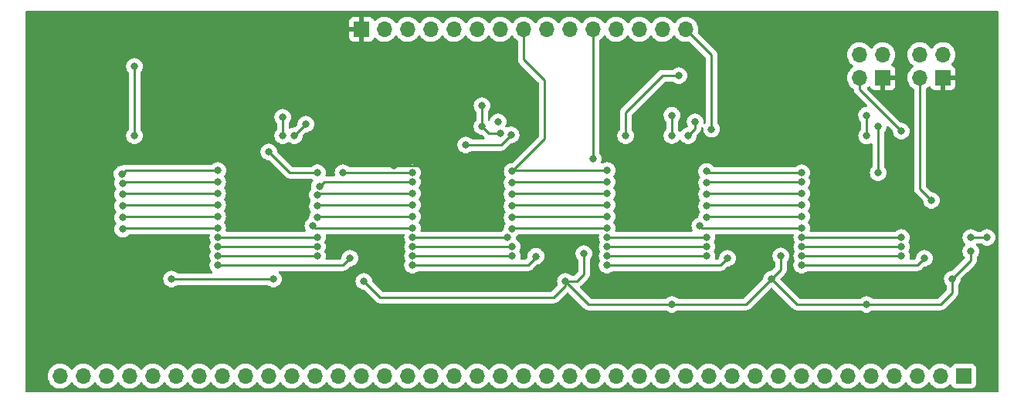
<source format=gbr>
%TF.GenerationSoftware,KiCad,Pcbnew,(6.0.0-0)*%
%TF.CreationDate,2022-01-25T13:08:07-05:00*%
%TF.ProjectId,EEPROM-Board,45455052-4f4d-42d4-926f-6172642e6b69,rev?*%
%TF.SameCoordinates,Original*%
%TF.FileFunction,Copper,L2,Bot*%
%TF.FilePolarity,Positive*%
%FSLAX46Y46*%
G04 Gerber Fmt 4.6, Leading zero omitted, Abs format (unit mm)*
G04 Created by KiCad (PCBNEW (6.0.0-0)) date 2022-01-25 13:08:07*
%MOMM*%
%LPD*%
G01*
G04 APERTURE LIST*
%TA.AperFunction,ComponentPad*%
%ADD10R,1.700000X1.700000*%
%TD*%
%TA.AperFunction,ComponentPad*%
%ADD11O,1.700000X1.700000*%
%TD*%
%TA.AperFunction,ViaPad*%
%ADD12C,0.800000*%
%TD*%
%TA.AperFunction,Conductor*%
%ADD13C,0.250000*%
%TD*%
G04 APERTURE END LIST*
D10*
%TO.P,J4,1,Pin_1*%
%TO.N,E39*%
X205227000Y-80772000D03*
D11*
%TO.P,J4,2,Pin_2*%
%TO.N,E38*%
X202687000Y-80772000D03*
%TO.P,J4,3,Pin_3*%
%TO.N,E37*%
X200147000Y-80772000D03*
%TO.P,J4,4,Pin_4*%
%TO.N,E36*%
X197607000Y-80772000D03*
%TO.P,J4,5,Pin_5*%
%TO.N,E35*%
X195067000Y-80772000D03*
%TO.P,J4,6,Pin_6*%
%TO.N,E34*%
X192527000Y-80772000D03*
%TO.P,J4,7,Pin_7*%
%TO.N,E33*%
X189987000Y-80772000D03*
%TO.P,J4,8,Pin_8*%
%TO.N,E32*%
X187447000Y-80772000D03*
%TO.P,J4,9,Pin_9*%
%TO.N,E31*%
X184907000Y-80772000D03*
%TO.P,J4,10,Pin_10*%
%TO.N,E30*%
X182367000Y-80772000D03*
%TO.P,J4,11,Pin_11*%
%TO.N,E29*%
X179827000Y-80772000D03*
%TO.P,J4,12,Pin_12*%
%TO.N,E28*%
X177287000Y-80772000D03*
%TO.P,J4,13,Pin_13*%
%TO.N,E27*%
X174747000Y-80772000D03*
%TO.P,J4,14,Pin_14*%
%TO.N,E26*%
X172207000Y-80772000D03*
%TO.P,J4,15,Pin_15*%
%TO.N,E25*%
X169667000Y-80772000D03*
%TO.P,J4,16,Pin_16*%
%TO.N,E24*%
X167127000Y-80772000D03*
%TO.P,J4,17,Pin_17*%
%TO.N,E23*%
X164587000Y-80772000D03*
%TO.P,J4,18,Pin_18*%
%TO.N,E22*%
X162047000Y-80772000D03*
%TO.P,J4,19,Pin_19*%
%TO.N,E21*%
X159507000Y-80772000D03*
%TO.P,J4,20,Pin_20*%
%TO.N,E20*%
X156967000Y-80772000D03*
%TO.P,J4,21,Pin_21*%
%TO.N,E19*%
X154427000Y-80772000D03*
%TO.P,J4,22,Pin_22*%
%TO.N,E18*%
X151887000Y-80772000D03*
%TO.P,J4,23,Pin_23*%
%TO.N,E17*%
X149347000Y-80772000D03*
%TO.P,J4,24,Pin_24*%
%TO.N,E16*%
X146807000Y-80772000D03*
%TO.P,J4,25,Pin_25*%
%TO.N,E15*%
X144267000Y-80772000D03*
%TO.P,J4,26,Pin_26*%
%TO.N,E14*%
X141727000Y-80772000D03*
%TO.P,J4,27,Pin_27*%
%TO.N,E13*%
X139187000Y-80772000D03*
%TO.P,J4,28,Pin_28*%
%TO.N,E12*%
X136647000Y-80772000D03*
%TO.P,J4,29,Pin_29*%
%TO.N,E11*%
X134107000Y-80772000D03*
%TO.P,J4,30,Pin_30*%
%TO.N,E10*%
X131567000Y-80772000D03*
%TO.P,J4,31,Pin_31*%
%TO.N,E9*%
X129027000Y-80772000D03*
%TO.P,J4,32,Pin_32*%
%TO.N,E8*%
X126487000Y-80772000D03*
%TO.P,J4,33,Pin_33*%
%TO.N,E7*%
X123947000Y-80772000D03*
%TO.P,J4,34,Pin_34*%
%TO.N,E6*%
X121407000Y-80772000D03*
%TO.P,J4,35,Pin_35*%
%TO.N,E5*%
X118867000Y-80772000D03*
%TO.P,J4,36,Pin_36*%
%TO.N,E4*%
X116327000Y-80772000D03*
%TO.P,J4,37,Pin_37*%
%TO.N,E3*%
X113787000Y-80772000D03*
%TO.P,J4,38,Pin_38*%
%TO.N,E2*%
X111247000Y-80772000D03*
%TO.P,J4,39,Pin_39*%
%TO.N,E1*%
X108707000Y-80772000D03*
%TO.P,J4,40,Pin_40*%
%TO.N,E0*%
X106167000Y-80772000D03*
%TD*%
%TO.P,J1,15,Pin_15*%
%TO.N,INST7*%
X174757000Y-42672000D03*
%TO.P,J1,14,Pin_14*%
%TO.N,INST6*%
X172217000Y-42672000D03*
%TO.P,J1,13,Pin_13*%
%TO.N,INST5*%
X169677000Y-42672000D03*
%TO.P,J1,12,Pin_12*%
%TO.N,INST4*%
X167137000Y-42672000D03*
%TO.P,J1,11,Pin_11*%
%TO.N,INST3*%
X164597000Y-42672000D03*
%TO.P,J1,10,Pin_10*%
%TO.N,INST2*%
X162057000Y-42672000D03*
%TO.P,J1,9,Pin_9*%
%TO.N,INST1*%
X159517000Y-42672000D03*
%TO.P,J1,8,Pin_8*%
%TO.N,INST0*%
X156977000Y-42672000D03*
%TO.P,J1,7,Pin_7*%
%TO.N,STEP4*%
X154437000Y-42672000D03*
%TO.P,J1,6,Pin_6*%
%TO.N,STEP3*%
X151897000Y-42672000D03*
%TO.P,J1,5,Pin_5*%
%TO.N,STEP2*%
X149357000Y-42672000D03*
%TO.P,J1,4,Pin_4*%
%TO.N,STEP1*%
X146817000Y-42672000D03*
%TO.P,J1,3,Pin_3*%
%TO.N,STEP0*%
X144277000Y-42672000D03*
%TO.P,J1,2,Pin_2*%
%TO.N,GND*%
X141737000Y-42672000D03*
D10*
%TO.P,J1,1,Pin_1*%
%TO.N,VCC*%
X139197000Y-42672000D03*
%TD*%
D11*
%TO.P,J3,4,Pin_4*%
%TO.N,Net-(U5-Pad26)*%
X200406000Y-45461000D03*
%TO.P,J3,3,Pin_3*%
%TO.N,GND*%
X202946000Y-45461000D03*
%TO.P,J3,2,Pin_2*%
%TO.N,Net-(U5-Pad26)*%
X200406000Y-48001000D03*
D10*
%TO.P,J3,1,Pin_1*%
%TO.N,VCC*%
X202946000Y-48001000D03*
%TD*%
%TO.P,J2,1,Pin_1*%
%TO.N,VCC*%
X196347000Y-48006000D03*
D11*
%TO.P,J2,2,Pin_2*%
%TO.N,Net-(U5-Pad1)*%
X193807000Y-48006000D03*
%TO.P,J2,3,Pin_3*%
%TO.N,GND*%
X196347000Y-45466000D03*
%TO.P,J2,4,Pin_4*%
%TO.N,Net-(U5-Pad1)*%
X193807000Y-45466000D03*
%TD*%
D12*
%TO.N,GND*%
X139446000Y-70358000D03*
%TO.N,INST0*%
X177038000Y-58269726D03*
X187452000Y-58420000D03*
X137160000Y-58420000D03*
X144780000Y-58420000D03*
%TO.N,GND*%
X173990000Y-47752000D03*
X168148000Y-54356000D03*
X205994000Y-67056000D03*
X203962000Y-70104000D03*
X194564000Y-72898000D03*
X173228000Y-72898000D03*
X184150000Y-70104000D03*
X185166000Y-67564000D03*
X161544000Y-70358000D03*
X163576000Y-67310000D03*
X129540000Y-70104000D03*
X118364000Y-70104000D03*
X114300000Y-54356000D03*
X114300000Y-46736000D03*
%TO.N,INST2*%
X131826000Y-54356000D03*
X133096000Y-53086000D03*
%TO.N,GND*%
X129032000Y-56134000D03*
X134370299Y-58415701D03*
%TO.N,VCC*%
X157480000Y-54356000D03*
X205775988Y-57901210D03*
X182626000Y-54356000D03*
X142748000Y-57658000D03*
X121158000Y-56896000D03*
%TO.N,Net-(U5-Pad1)*%
X198374000Y-53848000D03*
%TO.N,Net-(U5-Pad26)*%
X201676000Y-61468000D03*
%TO.N,INST5*%
X200914000Y-67818000D03*
X187452000Y-68580000D03*
X166116000Y-68580000D03*
X179324000Y-67818000D03*
X144780000Y-68580000D03*
X158319816Y-67601500D03*
X123444000Y-68580000D03*
X137926299Y-67813701D03*
%TO.N,INST7*%
X177569670Y-53631499D03*
%TO.N,INST6*%
X207772000Y-65532000D03*
X205994000Y-65532000D03*
%TO.N,INST3*%
X164592000Y-56896000D03*
%TO.N,INST1*%
X154174388Y-52828388D03*
%TO.N,INST2*%
X175006000Y-54356000D03*
X175768000Y-52832000D03*
X152400000Y-51054000D03*
%TO.N,INST4*%
X187466447Y-66548000D03*
%TO.N,STEP4*%
X187451999Y-59436000D03*
X177037999Y-59539726D03*
%TO.N,INST6*%
X187466447Y-67564000D03*
X198388447Y-67564000D03*
%TO.N,STEP1*%
X177037999Y-63349726D03*
%TO.N,INST3*%
X198388447Y-65532000D03*
%TO.N,STEP2*%
X187451999Y-61976000D03*
%TO.N,STEP0*%
X187451999Y-64516000D03*
%TO.N,INST3*%
X187466447Y-65532000D03*
%TO.N,STEP0*%
X176276000Y-64262000D03*
%TO.N,STEP2*%
X177037999Y-62079726D03*
%TO.N,STEP3*%
X177037999Y-60809726D03*
X187451999Y-60706000D03*
%TO.N,STEP1*%
X187451999Y-63246000D03*
%TO.N,INST4*%
X198388447Y-66548000D03*
%TO.N,INST2*%
X195834000Y-58420000D03*
X195834000Y-53340000D03*
%TO.N,INST0*%
X155716447Y-58269726D03*
X166130447Y-58166000D03*
%TO.N,INST4*%
X166130447Y-66548000D03*
%TO.N,STEP4*%
X166115999Y-59436000D03*
X155701999Y-59539726D03*
%TO.N,INST6*%
X166130447Y-67564000D03*
X177052447Y-67564000D03*
%TO.N,STEP1*%
X155701999Y-63349726D03*
%TO.N,INST3*%
X177052447Y-65532000D03*
%TO.N,STEP2*%
X166115999Y-61976000D03*
%TO.N,STEP0*%
X166115999Y-64516000D03*
%TO.N,INST3*%
X166130447Y-65532000D03*
%TO.N,STEP0*%
X155701999Y-64619726D03*
%TO.N,STEP2*%
X155701999Y-62079726D03*
%TO.N,STEP3*%
X155701999Y-60809726D03*
X166115999Y-60706000D03*
%TO.N,STEP1*%
X166115999Y-63246000D03*
%TO.N,INST4*%
X177052447Y-66548000D03*
X144794447Y-66548000D03*
%TO.N,STEP4*%
X144779999Y-59436000D03*
X134611245Y-59906500D03*
%TO.N,INST6*%
X144794447Y-67564000D03*
X155716447Y-67564000D03*
%TO.N,STEP1*%
X134365999Y-63349726D03*
%TO.N,INST3*%
X155194000Y-65532000D03*
%TO.N,STEP2*%
X144779999Y-61976000D03*
%TO.N,STEP0*%
X144779999Y-64516000D03*
%TO.N,INST3*%
X144794447Y-65532000D03*
%TO.N,STEP0*%
X133858000Y-64262000D03*
%TO.N,STEP2*%
X134365999Y-62079726D03*
%TO.N,STEP3*%
X134349597Y-60871148D03*
X144779999Y-60706000D03*
%TO.N,STEP1*%
X144779999Y-63246000D03*
%TO.N,INST4*%
X155716447Y-66548000D03*
%TO.N,INST6*%
X123444000Y-67564000D03*
X134366000Y-67564000D03*
%TO.N,INST4*%
X123444000Y-66548000D03*
X134366000Y-66548000D03*
%TO.N,INST3*%
X123444000Y-65532000D03*
X134366000Y-65532000D03*
%TO.N,INST1*%
X194564000Y-52107500D03*
X194566460Y-54380522D03*
%TO.N,INST2*%
X152400000Y-53340000D03*
X154428388Y-54098388D03*
%TO.N,INST7*%
X155601972Y-54255972D03*
X150622000Y-55372000D03*
%TO.N,INST1*%
X173228000Y-52107500D03*
X173228000Y-54348776D03*
X130556000Y-52324000D03*
X130556000Y-54356000D03*
%TO.N,STEP0*%
X113015552Y-64619726D03*
X123429552Y-64516000D03*
%TO.N,STEP1*%
X113015552Y-63349726D03*
X123429552Y-63246000D03*
%TO.N,STEP2*%
X113015552Y-62079726D03*
X123429552Y-61976000D03*
%TO.N,STEP3*%
X113015552Y-60809726D03*
X123429552Y-60706000D03*
%TO.N,STEP4*%
X113017982Y-59565506D03*
X123429552Y-59436000D03*
%TO.N,INST0*%
X112918381Y-58570979D03*
X123444000Y-58166000D03*
%TD*%
D13*
%TO.N,STEP0*%
X134112000Y-64516000D02*
X133858000Y-64262000D01*
X144779999Y-64516000D02*
X134112000Y-64516000D01*
X176530000Y-64516000D02*
X176276000Y-64262000D01*
X187451999Y-64516000D02*
X176530000Y-64516000D01*
%TO.N,INST3*%
X144794447Y-65532000D02*
X155194000Y-65532000D01*
%TO.N,GND*%
X161544000Y-70358000D02*
X161544000Y-70866000D01*
X161544000Y-70866000D02*
X160274000Y-72136000D01*
X160274000Y-72136000D02*
X141224000Y-72136000D01*
X139700000Y-70612000D02*
X139446000Y-70358000D01*
X141224000Y-72136000D02*
X139700000Y-70612000D01*
%TO.N,INST0*%
X177038000Y-58269726D02*
X177188274Y-58420000D01*
X177188274Y-58420000D02*
X187452000Y-58420000D01*
%TO.N,STEP4*%
X144779999Y-59436000D02*
X135081745Y-59436000D01*
%TO.N,STEP3*%
X134514745Y-60706000D02*
X134349597Y-60871148D01*
%TO.N,GND*%
X131318000Y-58420000D02*
X134366000Y-58420000D01*
X129032000Y-56134000D02*
X131318000Y-58420000D01*
X134366000Y-58420000D02*
X134370299Y-58415701D01*
%TO.N,STEP3*%
X144779999Y-60706000D02*
X134514745Y-60706000D01*
%TO.N,STEP4*%
X135081745Y-59436000D02*
X134611245Y-59906500D01*
%TO.N,INST0*%
X137160000Y-58420000D02*
X144780000Y-58420000D01*
%TO.N,GND*%
X168148000Y-54356000D02*
X168148000Y-51816000D01*
X168148000Y-51816000D02*
X169418000Y-50546000D01*
X169418000Y-50546000D02*
X172212000Y-47752000D01*
X172212000Y-47752000D02*
X173990000Y-47752000D01*
%TO.N,INST7*%
X174757000Y-42672000D02*
X177569670Y-45484670D01*
X177569670Y-45484670D02*
X177569670Y-53631499D01*
%TO.N,GND*%
X203962000Y-70104000D02*
X205994000Y-68072000D01*
X205994000Y-68072000D02*
X205994000Y-67056000D01*
X203962000Y-70104000D02*
X203962000Y-71628000D01*
X203962000Y-71628000D02*
X202692000Y-72898000D01*
X202692000Y-72898000D02*
X194564000Y-72898000D01*
X194564000Y-72898000D02*
X186944000Y-72898000D01*
X186944000Y-72898000D02*
X184150000Y-70104000D01*
X173228000Y-72898000D02*
X181356000Y-72898000D01*
X181356000Y-72898000D02*
X184150000Y-70104000D01*
X173228000Y-72898000D02*
X164084000Y-72898000D01*
X164084000Y-72898000D02*
X161544000Y-70358000D01*
X185166000Y-67564000D02*
X185166000Y-69088000D01*
X185166000Y-69088000D02*
X184150000Y-70104000D01*
X162814000Y-70358000D02*
X161544000Y-70358000D01*
X163576000Y-69596000D02*
X163068000Y-70104000D01*
X163576000Y-67310000D02*
X163576000Y-69596000D01*
X163068000Y-70104000D02*
X162814000Y-70358000D01*
%TO.N,INST5*%
X157480000Y-68580000D02*
X158319816Y-67740184D01*
X158319816Y-67740184D02*
X158319816Y-67601500D01*
X144780000Y-68580000D02*
X157480000Y-68580000D01*
X137160000Y-68580000D02*
X137926299Y-67813701D01*
X123444000Y-68580000D02*
X137160000Y-68580000D01*
%TO.N,GND*%
X129540000Y-70104000D02*
X118364000Y-70104000D01*
X114300000Y-54356000D02*
X114300000Y-46736000D01*
%TO.N,INST0*%
X123444000Y-58166000D02*
X113323360Y-58166000D01*
%TO.N,STEP4*%
X123429552Y-59436000D02*
X113147488Y-59436000D01*
X113147488Y-59436000D02*
X113017982Y-59565506D01*
%TO.N,INST0*%
X113323360Y-58166000D02*
X112918381Y-58570979D01*
%TO.N,INST2*%
X131826000Y-54356000D02*
X133096000Y-53086000D01*
%TO.N,VCC*%
X157480000Y-54356000D02*
X154178000Y-57658000D01*
X154178000Y-57658000D02*
X142748000Y-57658000D01*
%TO.N,INST0*%
X156977000Y-42672000D02*
X156977000Y-45979000D01*
X156977000Y-45979000D02*
X159258000Y-48260000D01*
X159258000Y-48260000D02*
X159258000Y-54728173D01*
X159258000Y-54728173D02*
X155716447Y-58269726D01*
%TO.N,Net-(U5-Pad1)*%
X193807000Y-48006000D02*
X193807000Y-49281000D01*
X193807000Y-49281000D02*
X195326000Y-50800000D01*
X195326000Y-50800000D02*
X198374000Y-53848000D01*
%TO.N,Net-(U5-Pad26)*%
X200406000Y-48001000D02*
X200406000Y-60198000D01*
X200406000Y-60198000D02*
X201676000Y-61468000D01*
%TO.N,INST5*%
X187452000Y-68580000D02*
X200152000Y-68580000D01*
X200152000Y-68580000D02*
X200914000Y-67818000D01*
X179070000Y-68072000D02*
X179324000Y-67818000D01*
X166116000Y-68580000D02*
X178562000Y-68580000D01*
X178562000Y-68580000D02*
X179070000Y-68072000D01*
%TO.N,INST6*%
X207772000Y-65532000D02*
X205994000Y-65532000D01*
%TO.N,INST1*%
X194566460Y-54380522D02*
X194564000Y-54378062D01*
X194564000Y-54378062D02*
X194564000Y-52107500D01*
%TO.N,INST3*%
X164597000Y-42672000D02*
X164597000Y-56891000D01*
X164597000Y-56891000D02*
X164592000Y-56896000D01*
%TO.N,INST2*%
X153158388Y-54098388D02*
X154428388Y-54098388D01*
X152400000Y-53340000D02*
X153158388Y-54098388D01*
%TO.N,INST1*%
X173228000Y-54348776D02*
X173228000Y-52107500D01*
%TO.N,INST2*%
X175768000Y-53594000D02*
X175768000Y-53086000D01*
X175006000Y-54356000D02*
X175768000Y-53594000D01*
X175768000Y-53086000D02*
X175768000Y-52832000D01*
X152400000Y-51054000D02*
X152400000Y-53340000D01*
%TO.N,STEP1*%
X177141725Y-63246000D02*
X187451999Y-63246000D01*
%TO.N,STEP2*%
X177037999Y-62079726D02*
X177141725Y-61976000D01*
%TO.N,STEP3*%
X177141725Y-60706000D02*
X187451999Y-60706000D01*
%TO.N,INST3*%
X187466447Y-65532000D02*
X198388447Y-65532000D01*
%TO.N,STEP4*%
X177141725Y-59436000D02*
X187451999Y-59436000D01*
%TO.N,STEP2*%
X177141725Y-61976000D02*
X187451999Y-61976000D01*
%TO.N,STEP4*%
X177037999Y-59539726D02*
X177141725Y-59436000D01*
%TO.N,STEP3*%
X177037999Y-60809726D02*
X177141725Y-60706000D01*
%TO.N,INST4*%
X187466447Y-66548000D02*
X198388447Y-66548000D01*
%TO.N,INST6*%
X187466447Y-67564000D02*
X198388447Y-67564000D01*
%TO.N,STEP1*%
X177037999Y-63349726D02*
X177141725Y-63246000D01*
%TO.N,INST2*%
X195834000Y-53340000D02*
X195834000Y-58420000D01*
%TO.N,STEP1*%
X155805725Y-63246000D02*
X166115999Y-63246000D01*
%TO.N,STEP2*%
X155701999Y-62079726D02*
X155805725Y-61976000D01*
%TO.N,STEP0*%
X155701999Y-64619726D02*
X155805725Y-64516000D01*
%TO.N,STEP3*%
X155805725Y-60706000D02*
X166115999Y-60706000D01*
%TO.N,INST3*%
X166130447Y-65532000D02*
X177052447Y-65532000D01*
%TO.N,STEP4*%
X155805725Y-59436000D02*
X166115999Y-59436000D01*
%TO.N,STEP2*%
X155805725Y-61976000D02*
X166115999Y-61976000D01*
%TO.N,STEP4*%
X155701999Y-59539726D02*
X155805725Y-59436000D01*
%TO.N,STEP3*%
X155701999Y-60809726D02*
X155805725Y-60706000D01*
%TO.N,INST4*%
X166130447Y-66548000D02*
X177052447Y-66548000D01*
%TO.N,STEP0*%
X155805725Y-64516000D02*
X166115999Y-64516000D01*
%TO.N,INST6*%
X166130447Y-67564000D02*
X177052447Y-67564000D01*
%TO.N,STEP1*%
X155701999Y-63349726D02*
X155805725Y-63246000D01*
%TO.N,INST0*%
X155820173Y-58166000D02*
X166130447Y-58166000D01*
X155716447Y-58269726D02*
X155820173Y-58166000D01*
%TO.N,STEP1*%
X134469725Y-63246000D02*
X144779999Y-63246000D01*
%TO.N,STEP2*%
X134365999Y-62079726D02*
X134469725Y-61976000D01*
X134469725Y-61976000D02*
X144779999Y-61976000D01*
%TO.N,INST4*%
X144794447Y-66548000D02*
X155716447Y-66548000D01*
%TO.N,INST6*%
X144794447Y-67564000D02*
X155716447Y-67564000D01*
%TO.N,STEP1*%
X134365999Y-63349726D02*
X134469725Y-63246000D01*
%TO.N,INST6*%
X123444000Y-67564000D02*
X134366000Y-67564000D01*
%TO.N,INST4*%
X123444000Y-66548000D02*
X134366000Y-66548000D01*
%TO.N,INST3*%
X123444000Y-65532000D02*
X134366000Y-65532000D01*
%TO.N,STEP0*%
X113015552Y-64619726D02*
X113119278Y-64516000D01*
X113119278Y-64516000D02*
X123429552Y-64516000D01*
%TO.N,STEP2*%
X113015552Y-62079726D02*
X113119278Y-61976000D01*
%TO.N,STEP1*%
X113119278Y-63246000D02*
X123429552Y-63246000D01*
X113015552Y-63349726D02*
X113119278Y-63246000D01*
%TO.N,STEP2*%
X113119278Y-61976000D02*
X123429552Y-61976000D01*
%TO.N,INST7*%
X150622000Y-55372000D02*
X154485944Y-55372000D01*
X154485944Y-55372000D02*
X155601972Y-54255972D01*
%TO.N,INST1*%
X130556000Y-52324000D02*
X130556000Y-54356000D01*
%TO.N,STEP3*%
X113119278Y-60706000D02*
X123429552Y-60706000D01*
X113015552Y-60809726D02*
X113119278Y-60706000D01*
%TD*%
%TA.AperFunction,Conductor*%
%TO.N,VCC*%
G36*
X208984121Y-40660002D02*
G01*
X209030614Y-40713658D01*
X209042000Y-40766000D01*
X209042000Y-82424000D01*
X209021998Y-82492121D01*
X208968342Y-82538614D01*
X208916000Y-82550000D01*
X102488000Y-82550000D01*
X102419879Y-82529998D01*
X102373386Y-82476342D01*
X102362000Y-82424000D01*
X102362000Y-80738695D01*
X104804251Y-80738695D01*
X104817110Y-80961715D01*
X104818247Y-80966761D01*
X104818248Y-80966767D01*
X104842304Y-81073508D01*
X104866222Y-81179639D01*
X104950266Y-81386616D01*
X104987685Y-81447678D01*
X105064291Y-81572688D01*
X105066987Y-81577088D01*
X105213250Y-81745938D01*
X105385126Y-81888632D01*
X105578000Y-82001338D01*
X105786692Y-82081030D01*
X105791760Y-82082061D01*
X105791763Y-82082062D01*
X105899017Y-82103883D01*
X106005597Y-82125567D01*
X106010772Y-82125757D01*
X106010774Y-82125757D01*
X106223673Y-82133564D01*
X106223677Y-82133564D01*
X106228837Y-82133753D01*
X106233957Y-82133097D01*
X106233959Y-82133097D01*
X106445288Y-82106025D01*
X106445289Y-82106025D01*
X106450416Y-82105368D01*
X106455366Y-82103883D01*
X106659429Y-82042661D01*
X106659434Y-82042659D01*
X106664384Y-82041174D01*
X106864994Y-81942896D01*
X107046860Y-81813173D01*
X107205096Y-81655489D01*
X107264594Y-81572689D01*
X107335453Y-81474077D01*
X107336776Y-81475028D01*
X107383645Y-81431857D01*
X107453580Y-81419625D01*
X107519026Y-81447144D01*
X107546875Y-81478994D01*
X107606987Y-81577088D01*
X107753250Y-81745938D01*
X107925126Y-81888632D01*
X108118000Y-82001338D01*
X108326692Y-82081030D01*
X108331760Y-82082061D01*
X108331763Y-82082062D01*
X108439017Y-82103883D01*
X108545597Y-82125567D01*
X108550772Y-82125757D01*
X108550774Y-82125757D01*
X108763673Y-82133564D01*
X108763677Y-82133564D01*
X108768837Y-82133753D01*
X108773957Y-82133097D01*
X108773959Y-82133097D01*
X108985288Y-82106025D01*
X108985289Y-82106025D01*
X108990416Y-82105368D01*
X108995366Y-82103883D01*
X109199429Y-82042661D01*
X109199434Y-82042659D01*
X109204384Y-82041174D01*
X109404994Y-81942896D01*
X109586860Y-81813173D01*
X109745096Y-81655489D01*
X109804594Y-81572689D01*
X109875453Y-81474077D01*
X109876776Y-81475028D01*
X109923645Y-81431857D01*
X109993580Y-81419625D01*
X110059026Y-81447144D01*
X110086875Y-81478994D01*
X110146987Y-81577088D01*
X110293250Y-81745938D01*
X110465126Y-81888632D01*
X110658000Y-82001338D01*
X110866692Y-82081030D01*
X110871760Y-82082061D01*
X110871763Y-82082062D01*
X110979017Y-82103883D01*
X111085597Y-82125567D01*
X111090772Y-82125757D01*
X111090774Y-82125757D01*
X111303673Y-82133564D01*
X111303677Y-82133564D01*
X111308837Y-82133753D01*
X111313957Y-82133097D01*
X111313959Y-82133097D01*
X111525288Y-82106025D01*
X111525289Y-82106025D01*
X111530416Y-82105368D01*
X111535366Y-82103883D01*
X111739429Y-82042661D01*
X111739434Y-82042659D01*
X111744384Y-82041174D01*
X111944994Y-81942896D01*
X112126860Y-81813173D01*
X112285096Y-81655489D01*
X112344594Y-81572689D01*
X112415453Y-81474077D01*
X112416776Y-81475028D01*
X112463645Y-81431857D01*
X112533580Y-81419625D01*
X112599026Y-81447144D01*
X112626875Y-81478994D01*
X112686987Y-81577088D01*
X112833250Y-81745938D01*
X113005126Y-81888632D01*
X113198000Y-82001338D01*
X113406692Y-82081030D01*
X113411760Y-82082061D01*
X113411763Y-82082062D01*
X113519017Y-82103883D01*
X113625597Y-82125567D01*
X113630772Y-82125757D01*
X113630774Y-82125757D01*
X113843673Y-82133564D01*
X113843677Y-82133564D01*
X113848837Y-82133753D01*
X113853957Y-82133097D01*
X113853959Y-82133097D01*
X114065288Y-82106025D01*
X114065289Y-82106025D01*
X114070416Y-82105368D01*
X114075366Y-82103883D01*
X114279429Y-82042661D01*
X114279434Y-82042659D01*
X114284384Y-82041174D01*
X114484994Y-81942896D01*
X114666860Y-81813173D01*
X114825096Y-81655489D01*
X114884594Y-81572689D01*
X114955453Y-81474077D01*
X114956776Y-81475028D01*
X115003645Y-81431857D01*
X115073580Y-81419625D01*
X115139026Y-81447144D01*
X115166875Y-81478994D01*
X115226987Y-81577088D01*
X115373250Y-81745938D01*
X115545126Y-81888632D01*
X115738000Y-82001338D01*
X115946692Y-82081030D01*
X115951760Y-82082061D01*
X115951763Y-82082062D01*
X116059017Y-82103883D01*
X116165597Y-82125567D01*
X116170772Y-82125757D01*
X116170774Y-82125757D01*
X116383673Y-82133564D01*
X116383677Y-82133564D01*
X116388837Y-82133753D01*
X116393957Y-82133097D01*
X116393959Y-82133097D01*
X116605288Y-82106025D01*
X116605289Y-82106025D01*
X116610416Y-82105368D01*
X116615366Y-82103883D01*
X116819429Y-82042661D01*
X116819434Y-82042659D01*
X116824384Y-82041174D01*
X117024994Y-81942896D01*
X117206860Y-81813173D01*
X117365096Y-81655489D01*
X117424594Y-81572689D01*
X117495453Y-81474077D01*
X117496776Y-81475028D01*
X117543645Y-81431857D01*
X117613580Y-81419625D01*
X117679026Y-81447144D01*
X117706875Y-81478994D01*
X117766987Y-81577088D01*
X117913250Y-81745938D01*
X118085126Y-81888632D01*
X118278000Y-82001338D01*
X118486692Y-82081030D01*
X118491760Y-82082061D01*
X118491763Y-82082062D01*
X118599017Y-82103883D01*
X118705597Y-82125567D01*
X118710772Y-82125757D01*
X118710774Y-82125757D01*
X118923673Y-82133564D01*
X118923677Y-82133564D01*
X118928837Y-82133753D01*
X118933957Y-82133097D01*
X118933959Y-82133097D01*
X119145288Y-82106025D01*
X119145289Y-82106025D01*
X119150416Y-82105368D01*
X119155366Y-82103883D01*
X119359429Y-82042661D01*
X119359434Y-82042659D01*
X119364384Y-82041174D01*
X119564994Y-81942896D01*
X119746860Y-81813173D01*
X119905096Y-81655489D01*
X119964594Y-81572689D01*
X120035453Y-81474077D01*
X120036776Y-81475028D01*
X120083645Y-81431857D01*
X120153580Y-81419625D01*
X120219026Y-81447144D01*
X120246875Y-81478994D01*
X120306987Y-81577088D01*
X120453250Y-81745938D01*
X120625126Y-81888632D01*
X120818000Y-82001338D01*
X121026692Y-82081030D01*
X121031760Y-82082061D01*
X121031763Y-82082062D01*
X121139017Y-82103883D01*
X121245597Y-82125567D01*
X121250772Y-82125757D01*
X121250774Y-82125757D01*
X121463673Y-82133564D01*
X121463677Y-82133564D01*
X121468837Y-82133753D01*
X121473957Y-82133097D01*
X121473959Y-82133097D01*
X121685288Y-82106025D01*
X121685289Y-82106025D01*
X121690416Y-82105368D01*
X121695366Y-82103883D01*
X121899429Y-82042661D01*
X121899434Y-82042659D01*
X121904384Y-82041174D01*
X122104994Y-81942896D01*
X122286860Y-81813173D01*
X122445096Y-81655489D01*
X122504594Y-81572689D01*
X122575453Y-81474077D01*
X122576776Y-81475028D01*
X122623645Y-81431857D01*
X122693580Y-81419625D01*
X122759026Y-81447144D01*
X122786875Y-81478994D01*
X122846987Y-81577088D01*
X122993250Y-81745938D01*
X123165126Y-81888632D01*
X123358000Y-82001338D01*
X123566692Y-82081030D01*
X123571760Y-82082061D01*
X123571763Y-82082062D01*
X123679017Y-82103883D01*
X123785597Y-82125567D01*
X123790772Y-82125757D01*
X123790774Y-82125757D01*
X124003673Y-82133564D01*
X124003677Y-82133564D01*
X124008837Y-82133753D01*
X124013957Y-82133097D01*
X124013959Y-82133097D01*
X124225288Y-82106025D01*
X124225289Y-82106025D01*
X124230416Y-82105368D01*
X124235366Y-82103883D01*
X124439429Y-82042661D01*
X124439434Y-82042659D01*
X124444384Y-82041174D01*
X124644994Y-81942896D01*
X124826860Y-81813173D01*
X124985096Y-81655489D01*
X125044594Y-81572689D01*
X125115453Y-81474077D01*
X125116776Y-81475028D01*
X125163645Y-81431857D01*
X125233580Y-81419625D01*
X125299026Y-81447144D01*
X125326875Y-81478994D01*
X125386987Y-81577088D01*
X125533250Y-81745938D01*
X125705126Y-81888632D01*
X125898000Y-82001338D01*
X126106692Y-82081030D01*
X126111760Y-82082061D01*
X126111763Y-82082062D01*
X126219017Y-82103883D01*
X126325597Y-82125567D01*
X126330772Y-82125757D01*
X126330774Y-82125757D01*
X126543673Y-82133564D01*
X126543677Y-82133564D01*
X126548837Y-82133753D01*
X126553957Y-82133097D01*
X126553959Y-82133097D01*
X126765288Y-82106025D01*
X126765289Y-82106025D01*
X126770416Y-82105368D01*
X126775366Y-82103883D01*
X126979429Y-82042661D01*
X126979434Y-82042659D01*
X126984384Y-82041174D01*
X127184994Y-81942896D01*
X127366860Y-81813173D01*
X127525096Y-81655489D01*
X127584594Y-81572689D01*
X127655453Y-81474077D01*
X127656776Y-81475028D01*
X127703645Y-81431857D01*
X127773580Y-81419625D01*
X127839026Y-81447144D01*
X127866875Y-81478994D01*
X127926987Y-81577088D01*
X128073250Y-81745938D01*
X128245126Y-81888632D01*
X128438000Y-82001338D01*
X128646692Y-82081030D01*
X128651760Y-82082061D01*
X128651763Y-82082062D01*
X128759017Y-82103883D01*
X128865597Y-82125567D01*
X128870772Y-82125757D01*
X128870774Y-82125757D01*
X129083673Y-82133564D01*
X129083677Y-82133564D01*
X129088837Y-82133753D01*
X129093957Y-82133097D01*
X129093959Y-82133097D01*
X129305288Y-82106025D01*
X129305289Y-82106025D01*
X129310416Y-82105368D01*
X129315366Y-82103883D01*
X129519429Y-82042661D01*
X129519434Y-82042659D01*
X129524384Y-82041174D01*
X129724994Y-81942896D01*
X129906860Y-81813173D01*
X130065096Y-81655489D01*
X130124594Y-81572689D01*
X130195453Y-81474077D01*
X130196776Y-81475028D01*
X130243645Y-81431857D01*
X130313580Y-81419625D01*
X130379026Y-81447144D01*
X130406875Y-81478994D01*
X130466987Y-81577088D01*
X130613250Y-81745938D01*
X130785126Y-81888632D01*
X130978000Y-82001338D01*
X131186692Y-82081030D01*
X131191760Y-82082061D01*
X131191763Y-82082062D01*
X131299017Y-82103883D01*
X131405597Y-82125567D01*
X131410772Y-82125757D01*
X131410774Y-82125757D01*
X131623673Y-82133564D01*
X131623677Y-82133564D01*
X131628837Y-82133753D01*
X131633957Y-82133097D01*
X131633959Y-82133097D01*
X131845288Y-82106025D01*
X131845289Y-82106025D01*
X131850416Y-82105368D01*
X131855366Y-82103883D01*
X132059429Y-82042661D01*
X132059434Y-82042659D01*
X132064384Y-82041174D01*
X132264994Y-81942896D01*
X132446860Y-81813173D01*
X132605096Y-81655489D01*
X132664594Y-81572689D01*
X132735453Y-81474077D01*
X132736776Y-81475028D01*
X132783645Y-81431857D01*
X132853580Y-81419625D01*
X132919026Y-81447144D01*
X132946875Y-81478994D01*
X133006987Y-81577088D01*
X133153250Y-81745938D01*
X133325126Y-81888632D01*
X133518000Y-82001338D01*
X133726692Y-82081030D01*
X133731760Y-82082061D01*
X133731763Y-82082062D01*
X133839017Y-82103883D01*
X133945597Y-82125567D01*
X133950772Y-82125757D01*
X133950774Y-82125757D01*
X134163673Y-82133564D01*
X134163677Y-82133564D01*
X134168837Y-82133753D01*
X134173957Y-82133097D01*
X134173959Y-82133097D01*
X134385288Y-82106025D01*
X134385289Y-82106025D01*
X134390416Y-82105368D01*
X134395366Y-82103883D01*
X134599429Y-82042661D01*
X134599434Y-82042659D01*
X134604384Y-82041174D01*
X134804994Y-81942896D01*
X134986860Y-81813173D01*
X135145096Y-81655489D01*
X135204594Y-81572689D01*
X135275453Y-81474077D01*
X135276776Y-81475028D01*
X135323645Y-81431857D01*
X135393580Y-81419625D01*
X135459026Y-81447144D01*
X135486875Y-81478994D01*
X135546987Y-81577088D01*
X135693250Y-81745938D01*
X135865126Y-81888632D01*
X136058000Y-82001338D01*
X136266692Y-82081030D01*
X136271760Y-82082061D01*
X136271763Y-82082062D01*
X136379017Y-82103883D01*
X136485597Y-82125567D01*
X136490772Y-82125757D01*
X136490774Y-82125757D01*
X136703673Y-82133564D01*
X136703677Y-82133564D01*
X136708837Y-82133753D01*
X136713957Y-82133097D01*
X136713959Y-82133097D01*
X136925288Y-82106025D01*
X136925289Y-82106025D01*
X136930416Y-82105368D01*
X136935366Y-82103883D01*
X137139429Y-82042661D01*
X137139434Y-82042659D01*
X137144384Y-82041174D01*
X137344994Y-81942896D01*
X137526860Y-81813173D01*
X137685096Y-81655489D01*
X137744594Y-81572689D01*
X137815453Y-81474077D01*
X137816776Y-81475028D01*
X137863645Y-81431857D01*
X137933580Y-81419625D01*
X137999026Y-81447144D01*
X138026875Y-81478994D01*
X138086987Y-81577088D01*
X138233250Y-81745938D01*
X138405126Y-81888632D01*
X138598000Y-82001338D01*
X138806692Y-82081030D01*
X138811760Y-82082061D01*
X138811763Y-82082062D01*
X138919017Y-82103883D01*
X139025597Y-82125567D01*
X139030772Y-82125757D01*
X139030774Y-82125757D01*
X139243673Y-82133564D01*
X139243677Y-82133564D01*
X139248837Y-82133753D01*
X139253957Y-82133097D01*
X139253959Y-82133097D01*
X139465288Y-82106025D01*
X139465289Y-82106025D01*
X139470416Y-82105368D01*
X139475366Y-82103883D01*
X139679429Y-82042661D01*
X139679434Y-82042659D01*
X139684384Y-82041174D01*
X139884994Y-81942896D01*
X140066860Y-81813173D01*
X140225096Y-81655489D01*
X140284594Y-81572689D01*
X140355453Y-81474077D01*
X140356776Y-81475028D01*
X140403645Y-81431857D01*
X140473580Y-81419625D01*
X140539026Y-81447144D01*
X140566875Y-81478994D01*
X140626987Y-81577088D01*
X140773250Y-81745938D01*
X140945126Y-81888632D01*
X141138000Y-82001338D01*
X141346692Y-82081030D01*
X141351760Y-82082061D01*
X141351763Y-82082062D01*
X141459017Y-82103883D01*
X141565597Y-82125567D01*
X141570772Y-82125757D01*
X141570774Y-82125757D01*
X141783673Y-82133564D01*
X141783677Y-82133564D01*
X141788837Y-82133753D01*
X141793957Y-82133097D01*
X141793959Y-82133097D01*
X142005288Y-82106025D01*
X142005289Y-82106025D01*
X142010416Y-82105368D01*
X142015366Y-82103883D01*
X142219429Y-82042661D01*
X142219434Y-82042659D01*
X142224384Y-82041174D01*
X142424994Y-81942896D01*
X142606860Y-81813173D01*
X142765096Y-81655489D01*
X142824594Y-81572689D01*
X142895453Y-81474077D01*
X142896776Y-81475028D01*
X142943645Y-81431857D01*
X143013580Y-81419625D01*
X143079026Y-81447144D01*
X143106875Y-81478994D01*
X143166987Y-81577088D01*
X143313250Y-81745938D01*
X143485126Y-81888632D01*
X143678000Y-82001338D01*
X143886692Y-82081030D01*
X143891760Y-82082061D01*
X143891763Y-82082062D01*
X143999017Y-82103883D01*
X144105597Y-82125567D01*
X144110772Y-82125757D01*
X144110774Y-82125757D01*
X144323673Y-82133564D01*
X144323677Y-82133564D01*
X144328837Y-82133753D01*
X144333957Y-82133097D01*
X144333959Y-82133097D01*
X144545288Y-82106025D01*
X144545289Y-82106025D01*
X144550416Y-82105368D01*
X144555366Y-82103883D01*
X144759429Y-82042661D01*
X144759434Y-82042659D01*
X144764384Y-82041174D01*
X144964994Y-81942896D01*
X145146860Y-81813173D01*
X145305096Y-81655489D01*
X145364594Y-81572689D01*
X145435453Y-81474077D01*
X145436776Y-81475028D01*
X145483645Y-81431857D01*
X145553580Y-81419625D01*
X145619026Y-81447144D01*
X145646875Y-81478994D01*
X145706987Y-81577088D01*
X145853250Y-81745938D01*
X146025126Y-81888632D01*
X146218000Y-82001338D01*
X146426692Y-82081030D01*
X146431760Y-82082061D01*
X146431763Y-82082062D01*
X146539017Y-82103883D01*
X146645597Y-82125567D01*
X146650772Y-82125757D01*
X146650774Y-82125757D01*
X146863673Y-82133564D01*
X146863677Y-82133564D01*
X146868837Y-82133753D01*
X146873957Y-82133097D01*
X146873959Y-82133097D01*
X147085288Y-82106025D01*
X147085289Y-82106025D01*
X147090416Y-82105368D01*
X147095366Y-82103883D01*
X147299429Y-82042661D01*
X147299434Y-82042659D01*
X147304384Y-82041174D01*
X147504994Y-81942896D01*
X147686860Y-81813173D01*
X147845096Y-81655489D01*
X147904594Y-81572689D01*
X147975453Y-81474077D01*
X147976776Y-81475028D01*
X148023645Y-81431857D01*
X148093580Y-81419625D01*
X148159026Y-81447144D01*
X148186875Y-81478994D01*
X148246987Y-81577088D01*
X148393250Y-81745938D01*
X148565126Y-81888632D01*
X148758000Y-82001338D01*
X148966692Y-82081030D01*
X148971760Y-82082061D01*
X148971763Y-82082062D01*
X149079017Y-82103883D01*
X149185597Y-82125567D01*
X149190772Y-82125757D01*
X149190774Y-82125757D01*
X149403673Y-82133564D01*
X149403677Y-82133564D01*
X149408837Y-82133753D01*
X149413957Y-82133097D01*
X149413959Y-82133097D01*
X149625288Y-82106025D01*
X149625289Y-82106025D01*
X149630416Y-82105368D01*
X149635366Y-82103883D01*
X149839429Y-82042661D01*
X149839434Y-82042659D01*
X149844384Y-82041174D01*
X150044994Y-81942896D01*
X150226860Y-81813173D01*
X150385096Y-81655489D01*
X150444594Y-81572689D01*
X150515453Y-81474077D01*
X150516776Y-81475028D01*
X150563645Y-81431857D01*
X150633580Y-81419625D01*
X150699026Y-81447144D01*
X150726875Y-81478994D01*
X150786987Y-81577088D01*
X150933250Y-81745938D01*
X151105126Y-81888632D01*
X151298000Y-82001338D01*
X151506692Y-82081030D01*
X151511760Y-82082061D01*
X151511763Y-82082062D01*
X151619017Y-82103883D01*
X151725597Y-82125567D01*
X151730772Y-82125757D01*
X151730774Y-82125757D01*
X151943673Y-82133564D01*
X151943677Y-82133564D01*
X151948837Y-82133753D01*
X151953957Y-82133097D01*
X151953959Y-82133097D01*
X152165288Y-82106025D01*
X152165289Y-82106025D01*
X152170416Y-82105368D01*
X152175366Y-82103883D01*
X152379429Y-82042661D01*
X152379434Y-82042659D01*
X152384384Y-82041174D01*
X152584994Y-81942896D01*
X152766860Y-81813173D01*
X152925096Y-81655489D01*
X152984594Y-81572689D01*
X153055453Y-81474077D01*
X153056776Y-81475028D01*
X153103645Y-81431857D01*
X153173580Y-81419625D01*
X153239026Y-81447144D01*
X153266875Y-81478994D01*
X153326987Y-81577088D01*
X153473250Y-81745938D01*
X153645126Y-81888632D01*
X153838000Y-82001338D01*
X154046692Y-82081030D01*
X154051760Y-82082061D01*
X154051763Y-82082062D01*
X154159017Y-82103883D01*
X154265597Y-82125567D01*
X154270772Y-82125757D01*
X154270774Y-82125757D01*
X154483673Y-82133564D01*
X154483677Y-82133564D01*
X154488837Y-82133753D01*
X154493957Y-82133097D01*
X154493959Y-82133097D01*
X154705288Y-82106025D01*
X154705289Y-82106025D01*
X154710416Y-82105368D01*
X154715366Y-82103883D01*
X154919429Y-82042661D01*
X154919434Y-82042659D01*
X154924384Y-82041174D01*
X155124994Y-81942896D01*
X155306860Y-81813173D01*
X155465096Y-81655489D01*
X155524594Y-81572689D01*
X155595453Y-81474077D01*
X155596776Y-81475028D01*
X155643645Y-81431857D01*
X155713580Y-81419625D01*
X155779026Y-81447144D01*
X155806875Y-81478994D01*
X155866987Y-81577088D01*
X156013250Y-81745938D01*
X156185126Y-81888632D01*
X156378000Y-82001338D01*
X156586692Y-82081030D01*
X156591760Y-82082061D01*
X156591763Y-82082062D01*
X156699017Y-82103883D01*
X156805597Y-82125567D01*
X156810772Y-82125757D01*
X156810774Y-82125757D01*
X157023673Y-82133564D01*
X157023677Y-82133564D01*
X157028837Y-82133753D01*
X157033957Y-82133097D01*
X157033959Y-82133097D01*
X157245288Y-82106025D01*
X157245289Y-82106025D01*
X157250416Y-82105368D01*
X157255366Y-82103883D01*
X157459429Y-82042661D01*
X157459434Y-82042659D01*
X157464384Y-82041174D01*
X157664994Y-81942896D01*
X157846860Y-81813173D01*
X158005096Y-81655489D01*
X158064594Y-81572689D01*
X158135453Y-81474077D01*
X158136776Y-81475028D01*
X158183645Y-81431857D01*
X158253580Y-81419625D01*
X158319026Y-81447144D01*
X158346875Y-81478994D01*
X158406987Y-81577088D01*
X158553250Y-81745938D01*
X158725126Y-81888632D01*
X158918000Y-82001338D01*
X159126692Y-82081030D01*
X159131760Y-82082061D01*
X159131763Y-82082062D01*
X159239017Y-82103883D01*
X159345597Y-82125567D01*
X159350772Y-82125757D01*
X159350774Y-82125757D01*
X159563673Y-82133564D01*
X159563677Y-82133564D01*
X159568837Y-82133753D01*
X159573957Y-82133097D01*
X159573959Y-82133097D01*
X159785288Y-82106025D01*
X159785289Y-82106025D01*
X159790416Y-82105368D01*
X159795366Y-82103883D01*
X159999429Y-82042661D01*
X159999434Y-82042659D01*
X160004384Y-82041174D01*
X160204994Y-81942896D01*
X160386860Y-81813173D01*
X160545096Y-81655489D01*
X160604594Y-81572689D01*
X160675453Y-81474077D01*
X160676776Y-81475028D01*
X160723645Y-81431857D01*
X160793580Y-81419625D01*
X160859026Y-81447144D01*
X160886875Y-81478994D01*
X160946987Y-81577088D01*
X161093250Y-81745938D01*
X161265126Y-81888632D01*
X161458000Y-82001338D01*
X161666692Y-82081030D01*
X161671760Y-82082061D01*
X161671763Y-82082062D01*
X161779017Y-82103883D01*
X161885597Y-82125567D01*
X161890772Y-82125757D01*
X161890774Y-82125757D01*
X162103673Y-82133564D01*
X162103677Y-82133564D01*
X162108837Y-82133753D01*
X162113957Y-82133097D01*
X162113959Y-82133097D01*
X162325288Y-82106025D01*
X162325289Y-82106025D01*
X162330416Y-82105368D01*
X162335366Y-82103883D01*
X162539429Y-82042661D01*
X162539434Y-82042659D01*
X162544384Y-82041174D01*
X162744994Y-81942896D01*
X162926860Y-81813173D01*
X163085096Y-81655489D01*
X163144594Y-81572689D01*
X163215453Y-81474077D01*
X163216776Y-81475028D01*
X163263645Y-81431857D01*
X163333580Y-81419625D01*
X163399026Y-81447144D01*
X163426875Y-81478994D01*
X163486987Y-81577088D01*
X163633250Y-81745938D01*
X163805126Y-81888632D01*
X163998000Y-82001338D01*
X164206692Y-82081030D01*
X164211760Y-82082061D01*
X164211763Y-82082062D01*
X164319017Y-82103883D01*
X164425597Y-82125567D01*
X164430772Y-82125757D01*
X164430774Y-82125757D01*
X164643673Y-82133564D01*
X164643677Y-82133564D01*
X164648837Y-82133753D01*
X164653957Y-82133097D01*
X164653959Y-82133097D01*
X164865288Y-82106025D01*
X164865289Y-82106025D01*
X164870416Y-82105368D01*
X164875366Y-82103883D01*
X165079429Y-82042661D01*
X165079434Y-82042659D01*
X165084384Y-82041174D01*
X165284994Y-81942896D01*
X165466860Y-81813173D01*
X165625096Y-81655489D01*
X165684594Y-81572689D01*
X165755453Y-81474077D01*
X165756776Y-81475028D01*
X165803645Y-81431857D01*
X165873580Y-81419625D01*
X165939026Y-81447144D01*
X165966875Y-81478994D01*
X166026987Y-81577088D01*
X166173250Y-81745938D01*
X166345126Y-81888632D01*
X166538000Y-82001338D01*
X166746692Y-82081030D01*
X166751760Y-82082061D01*
X166751763Y-82082062D01*
X166859017Y-82103883D01*
X166965597Y-82125567D01*
X166970772Y-82125757D01*
X166970774Y-82125757D01*
X167183673Y-82133564D01*
X167183677Y-82133564D01*
X167188837Y-82133753D01*
X167193957Y-82133097D01*
X167193959Y-82133097D01*
X167405288Y-82106025D01*
X167405289Y-82106025D01*
X167410416Y-82105368D01*
X167415366Y-82103883D01*
X167619429Y-82042661D01*
X167619434Y-82042659D01*
X167624384Y-82041174D01*
X167824994Y-81942896D01*
X168006860Y-81813173D01*
X168165096Y-81655489D01*
X168224594Y-81572689D01*
X168295453Y-81474077D01*
X168296776Y-81475028D01*
X168343645Y-81431857D01*
X168413580Y-81419625D01*
X168479026Y-81447144D01*
X168506875Y-81478994D01*
X168566987Y-81577088D01*
X168713250Y-81745938D01*
X168885126Y-81888632D01*
X169078000Y-82001338D01*
X169286692Y-82081030D01*
X169291760Y-82082061D01*
X169291763Y-82082062D01*
X169399017Y-82103883D01*
X169505597Y-82125567D01*
X169510772Y-82125757D01*
X169510774Y-82125757D01*
X169723673Y-82133564D01*
X169723677Y-82133564D01*
X169728837Y-82133753D01*
X169733957Y-82133097D01*
X169733959Y-82133097D01*
X169945288Y-82106025D01*
X169945289Y-82106025D01*
X169950416Y-82105368D01*
X169955366Y-82103883D01*
X170159429Y-82042661D01*
X170159434Y-82042659D01*
X170164384Y-82041174D01*
X170364994Y-81942896D01*
X170546860Y-81813173D01*
X170705096Y-81655489D01*
X170764594Y-81572689D01*
X170835453Y-81474077D01*
X170836776Y-81475028D01*
X170883645Y-81431857D01*
X170953580Y-81419625D01*
X171019026Y-81447144D01*
X171046875Y-81478994D01*
X171106987Y-81577088D01*
X171253250Y-81745938D01*
X171425126Y-81888632D01*
X171618000Y-82001338D01*
X171826692Y-82081030D01*
X171831760Y-82082061D01*
X171831763Y-82082062D01*
X171939017Y-82103883D01*
X172045597Y-82125567D01*
X172050772Y-82125757D01*
X172050774Y-82125757D01*
X172263673Y-82133564D01*
X172263677Y-82133564D01*
X172268837Y-82133753D01*
X172273957Y-82133097D01*
X172273959Y-82133097D01*
X172485288Y-82106025D01*
X172485289Y-82106025D01*
X172490416Y-82105368D01*
X172495366Y-82103883D01*
X172699429Y-82042661D01*
X172699434Y-82042659D01*
X172704384Y-82041174D01*
X172904994Y-81942896D01*
X173086860Y-81813173D01*
X173245096Y-81655489D01*
X173304594Y-81572689D01*
X173375453Y-81474077D01*
X173376776Y-81475028D01*
X173423645Y-81431857D01*
X173493580Y-81419625D01*
X173559026Y-81447144D01*
X173586875Y-81478994D01*
X173646987Y-81577088D01*
X173793250Y-81745938D01*
X173965126Y-81888632D01*
X174158000Y-82001338D01*
X174366692Y-82081030D01*
X174371760Y-82082061D01*
X174371763Y-82082062D01*
X174479017Y-82103883D01*
X174585597Y-82125567D01*
X174590772Y-82125757D01*
X174590774Y-82125757D01*
X174803673Y-82133564D01*
X174803677Y-82133564D01*
X174808837Y-82133753D01*
X174813957Y-82133097D01*
X174813959Y-82133097D01*
X175025288Y-82106025D01*
X175025289Y-82106025D01*
X175030416Y-82105368D01*
X175035366Y-82103883D01*
X175239429Y-82042661D01*
X175239434Y-82042659D01*
X175244384Y-82041174D01*
X175444994Y-81942896D01*
X175626860Y-81813173D01*
X175785096Y-81655489D01*
X175844594Y-81572689D01*
X175915453Y-81474077D01*
X175916776Y-81475028D01*
X175963645Y-81431857D01*
X176033580Y-81419625D01*
X176099026Y-81447144D01*
X176126875Y-81478994D01*
X176186987Y-81577088D01*
X176333250Y-81745938D01*
X176505126Y-81888632D01*
X176698000Y-82001338D01*
X176906692Y-82081030D01*
X176911760Y-82082061D01*
X176911763Y-82082062D01*
X177019017Y-82103883D01*
X177125597Y-82125567D01*
X177130772Y-82125757D01*
X177130774Y-82125757D01*
X177343673Y-82133564D01*
X177343677Y-82133564D01*
X177348837Y-82133753D01*
X177353957Y-82133097D01*
X177353959Y-82133097D01*
X177565288Y-82106025D01*
X177565289Y-82106025D01*
X177570416Y-82105368D01*
X177575366Y-82103883D01*
X177779429Y-82042661D01*
X177779434Y-82042659D01*
X177784384Y-82041174D01*
X177984994Y-81942896D01*
X178166860Y-81813173D01*
X178325096Y-81655489D01*
X178384594Y-81572689D01*
X178455453Y-81474077D01*
X178456776Y-81475028D01*
X178503645Y-81431857D01*
X178573580Y-81419625D01*
X178639026Y-81447144D01*
X178666875Y-81478994D01*
X178726987Y-81577088D01*
X178873250Y-81745938D01*
X179045126Y-81888632D01*
X179238000Y-82001338D01*
X179446692Y-82081030D01*
X179451760Y-82082061D01*
X179451763Y-82082062D01*
X179559017Y-82103883D01*
X179665597Y-82125567D01*
X179670772Y-82125757D01*
X179670774Y-82125757D01*
X179883673Y-82133564D01*
X179883677Y-82133564D01*
X179888837Y-82133753D01*
X179893957Y-82133097D01*
X179893959Y-82133097D01*
X180105288Y-82106025D01*
X180105289Y-82106025D01*
X180110416Y-82105368D01*
X180115366Y-82103883D01*
X180319429Y-82042661D01*
X180319434Y-82042659D01*
X180324384Y-82041174D01*
X180524994Y-81942896D01*
X180706860Y-81813173D01*
X180865096Y-81655489D01*
X180924594Y-81572689D01*
X180995453Y-81474077D01*
X180996776Y-81475028D01*
X181043645Y-81431857D01*
X181113580Y-81419625D01*
X181179026Y-81447144D01*
X181206875Y-81478994D01*
X181266987Y-81577088D01*
X181413250Y-81745938D01*
X181585126Y-81888632D01*
X181778000Y-82001338D01*
X181986692Y-82081030D01*
X181991760Y-82082061D01*
X181991763Y-82082062D01*
X182099017Y-82103883D01*
X182205597Y-82125567D01*
X182210772Y-82125757D01*
X182210774Y-82125757D01*
X182423673Y-82133564D01*
X182423677Y-82133564D01*
X182428837Y-82133753D01*
X182433957Y-82133097D01*
X182433959Y-82133097D01*
X182645288Y-82106025D01*
X182645289Y-82106025D01*
X182650416Y-82105368D01*
X182655366Y-82103883D01*
X182859429Y-82042661D01*
X182859434Y-82042659D01*
X182864384Y-82041174D01*
X183064994Y-81942896D01*
X183246860Y-81813173D01*
X183405096Y-81655489D01*
X183464594Y-81572689D01*
X183535453Y-81474077D01*
X183536776Y-81475028D01*
X183583645Y-81431857D01*
X183653580Y-81419625D01*
X183719026Y-81447144D01*
X183746875Y-81478994D01*
X183806987Y-81577088D01*
X183953250Y-81745938D01*
X184125126Y-81888632D01*
X184318000Y-82001338D01*
X184526692Y-82081030D01*
X184531760Y-82082061D01*
X184531763Y-82082062D01*
X184639017Y-82103883D01*
X184745597Y-82125567D01*
X184750772Y-82125757D01*
X184750774Y-82125757D01*
X184963673Y-82133564D01*
X184963677Y-82133564D01*
X184968837Y-82133753D01*
X184973957Y-82133097D01*
X184973959Y-82133097D01*
X185185288Y-82106025D01*
X185185289Y-82106025D01*
X185190416Y-82105368D01*
X185195366Y-82103883D01*
X185399429Y-82042661D01*
X185399434Y-82042659D01*
X185404384Y-82041174D01*
X185604994Y-81942896D01*
X185786860Y-81813173D01*
X185945096Y-81655489D01*
X186004594Y-81572689D01*
X186075453Y-81474077D01*
X186076776Y-81475028D01*
X186123645Y-81431857D01*
X186193580Y-81419625D01*
X186259026Y-81447144D01*
X186286875Y-81478994D01*
X186346987Y-81577088D01*
X186493250Y-81745938D01*
X186665126Y-81888632D01*
X186858000Y-82001338D01*
X187066692Y-82081030D01*
X187071760Y-82082061D01*
X187071763Y-82082062D01*
X187179017Y-82103883D01*
X187285597Y-82125567D01*
X187290772Y-82125757D01*
X187290774Y-82125757D01*
X187503673Y-82133564D01*
X187503677Y-82133564D01*
X187508837Y-82133753D01*
X187513957Y-82133097D01*
X187513959Y-82133097D01*
X187725288Y-82106025D01*
X187725289Y-82106025D01*
X187730416Y-82105368D01*
X187735366Y-82103883D01*
X187939429Y-82042661D01*
X187939434Y-82042659D01*
X187944384Y-82041174D01*
X188144994Y-81942896D01*
X188326860Y-81813173D01*
X188485096Y-81655489D01*
X188544594Y-81572689D01*
X188615453Y-81474077D01*
X188616776Y-81475028D01*
X188663645Y-81431857D01*
X188733580Y-81419625D01*
X188799026Y-81447144D01*
X188826875Y-81478994D01*
X188886987Y-81577088D01*
X189033250Y-81745938D01*
X189205126Y-81888632D01*
X189398000Y-82001338D01*
X189606692Y-82081030D01*
X189611760Y-82082061D01*
X189611763Y-82082062D01*
X189719017Y-82103883D01*
X189825597Y-82125567D01*
X189830772Y-82125757D01*
X189830774Y-82125757D01*
X190043673Y-82133564D01*
X190043677Y-82133564D01*
X190048837Y-82133753D01*
X190053957Y-82133097D01*
X190053959Y-82133097D01*
X190265288Y-82106025D01*
X190265289Y-82106025D01*
X190270416Y-82105368D01*
X190275366Y-82103883D01*
X190479429Y-82042661D01*
X190479434Y-82042659D01*
X190484384Y-82041174D01*
X190684994Y-81942896D01*
X190866860Y-81813173D01*
X191025096Y-81655489D01*
X191084594Y-81572689D01*
X191155453Y-81474077D01*
X191156776Y-81475028D01*
X191203645Y-81431857D01*
X191273580Y-81419625D01*
X191339026Y-81447144D01*
X191366875Y-81478994D01*
X191426987Y-81577088D01*
X191573250Y-81745938D01*
X191745126Y-81888632D01*
X191938000Y-82001338D01*
X192146692Y-82081030D01*
X192151760Y-82082061D01*
X192151763Y-82082062D01*
X192259017Y-82103883D01*
X192365597Y-82125567D01*
X192370772Y-82125757D01*
X192370774Y-82125757D01*
X192583673Y-82133564D01*
X192583677Y-82133564D01*
X192588837Y-82133753D01*
X192593957Y-82133097D01*
X192593959Y-82133097D01*
X192805288Y-82106025D01*
X192805289Y-82106025D01*
X192810416Y-82105368D01*
X192815366Y-82103883D01*
X193019429Y-82042661D01*
X193019434Y-82042659D01*
X193024384Y-82041174D01*
X193224994Y-81942896D01*
X193406860Y-81813173D01*
X193565096Y-81655489D01*
X193624594Y-81572689D01*
X193695453Y-81474077D01*
X193696776Y-81475028D01*
X193743645Y-81431857D01*
X193813580Y-81419625D01*
X193879026Y-81447144D01*
X193906875Y-81478994D01*
X193966987Y-81577088D01*
X194113250Y-81745938D01*
X194285126Y-81888632D01*
X194478000Y-82001338D01*
X194686692Y-82081030D01*
X194691760Y-82082061D01*
X194691763Y-82082062D01*
X194799017Y-82103883D01*
X194905597Y-82125567D01*
X194910772Y-82125757D01*
X194910774Y-82125757D01*
X195123673Y-82133564D01*
X195123677Y-82133564D01*
X195128837Y-82133753D01*
X195133957Y-82133097D01*
X195133959Y-82133097D01*
X195345288Y-82106025D01*
X195345289Y-82106025D01*
X195350416Y-82105368D01*
X195355366Y-82103883D01*
X195559429Y-82042661D01*
X195559434Y-82042659D01*
X195564384Y-82041174D01*
X195764994Y-81942896D01*
X195946860Y-81813173D01*
X196105096Y-81655489D01*
X196164594Y-81572689D01*
X196235453Y-81474077D01*
X196236776Y-81475028D01*
X196283645Y-81431857D01*
X196353580Y-81419625D01*
X196419026Y-81447144D01*
X196446875Y-81478994D01*
X196506987Y-81577088D01*
X196653250Y-81745938D01*
X196825126Y-81888632D01*
X197018000Y-82001338D01*
X197226692Y-82081030D01*
X197231760Y-82082061D01*
X197231763Y-82082062D01*
X197339017Y-82103883D01*
X197445597Y-82125567D01*
X197450772Y-82125757D01*
X197450774Y-82125757D01*
X197663673Y-82133564D01*
X197663677Y-82133564D01*
X197668837Y-82133753D01*
X197673957Y-82133097D01*
X197673959Y-82133097D01*
X197885288Y-82106025D01*
X197885289Y-82106025D01*
X197890416Y-82105368D01*
X197895366Y-82103883D01*
X198099429Y-82042661D01*
X198099434Y-82042659D01*
X198104384Y-82041174D01*
X198304994Y-81942896D01*
X198486860Y-81813173D01*
X198645096Y-81655489D01*
X198704594Y-81572689D01*
X198775453Y-81474077D01*
X198776776Y-81475028D01*
X198823645Y-81431857D01*
X198893580Y-81419625D01*
X198959026Y-81447144D01*
X198986875Y-81478994D01*
X199046987Y-81577088D01*
X199193250Y-81745938D01*
X199365126Y-81888632D01*
X199558000Y-82001338D01*
X199766692Y-82081030D01*
X199771760Y-82082061D01*
X199771763Y-82082062D01*
X199879017Y-82103883D01*
X199985597Y-82125567D01*
X199990772Y-82125757D01*
X199990774Y-82125757D01*
X200203673Y-82133564D01*
X200203677Y-82133564D01*
X200208837Y-82133753D01*
X200213957Y-82133097D01*
X200213959Y-82133097D01*
X200425288Y-82106025D01*
X200425289Y-82106025D01*
X200430416Y-82105368D01*
X200435366Y-82103883D01*
X200639429Y-82042661D01*
X200639434Y-82042659D01*
X200644384Y-82041174D01*
X200844994Y-81942896D01*
X201026860Y-81813173D01*
X201185096Y-81655489D01*
X201244594Y-81572689D01*
X201315453Y-81474077D01*
X201316776Y-81475028D01*
X201363645Y-81431857D01*
X201433580Y-81419625D01*
X201499026Y-81447144D01*
X201526875Y-81478994D01*
X201586987Y-81577088D01*
X201733250Y-81745938D01*
X201905126Y-81888632D01*
X202098000Y-82001338D01*
X202306692Y-82081030D01*
X202311760Y-82082061D01*
X202311763Y-82082062D01*
X202419017Y-82103883D01*
X202525597Y-82125567D01*
X202530772Y-82125757D01*
X202530774Y-82125757D01*
X202743673Y-82133564D01*
X202743677Y-82133564D01*
X202748837Y-82133753D01*
X202753957Y-82133097D01*
X202753959Y-82133097D01*
X202965288Y-82106025D01*
X202965289Y-82106025D01*
X202970416Y-82105368D01*
X202975366Y-82103883D01*
X203179429Y-82042661D01*
X203179434Y-82042659D01*
X203184384Y-82041174D01*
X203384994Y-81942896D01*
X203566860Y-81813173D01*
X203675091Y-81705319D01*
X203737462Y-81671404D01*
X203808268Y-81676592D01*
X203865030Y-81719238D01*
X203882012Y-81750341D01*
X203926385Y-81868705D01*
X204013739Y-81985261D01*
X204130295Y-82072615D01*
X204266684Y-82123745D01*
X204328866Y-82130500D01*
X206125134Y-82130500D01*
X206187316Y-82123745D01*
X206323705Y-82072615D01*
X206440261Y-81985261D01*
X206527615Y-81868705D01*
X206578745Y-81732316D01*
X206585500Y-81670134D01*
X206585500Y-79873866D01*
X206578745Y-79811684D01*
X206527615Y-79675295D01*
X206440261Y-79558739D01*
X206323705Y-79471385D01*
X206187316Y-79420255D01*
X206125134Y-79413500D01*
X204328866Y-79413500D01*
X204266684Y-79420255D01*
X204130295Y-79471385D01*
X204013739Y-79558739D01*
X203926385Y-79675295D01*
X203923233Y-79683703D01*
X203881919Y-79793907D01*
X203839277Y-79850671D01*
X203772716Y-79875371D01*
X203703367Y-79860163D01*
X203670743Y-79834476D01*
X203620151Y-79778875D01*
X203620142Y-79778866D01*
X203616670Y-79775051D01*
X203612619Y-79771852D01*
X203612615Y-79771848D01*
X203445414Y-79639800D01*
X203445410Y-79639798D01*
X203441359Y-79636598D01*
X203245789Y-79528638D01*
X203240920Y-79526914D01*
X203240916Y-79526912D01*
X203040087Y-79455795D01*
X203040083Y-79455794D01*
X203035212Y-79454069D01*
X203030119Y-79453162D01*
X203030116Y-79453161D01*
X202820373Y-79415800D01*
X202820367Y-79415799D01*
X202815284Y-79414894D01*
X202741452Y-79413992D01*
X202597081Y-79412228D01*
X202597079Y-79412228D01*
X202591911Y-79412165D01*
X202371091Y-79445955D01*
X202158756Y-79515357D01*
X201960607Y-79618507D01*
X201956474Y-79621610D01*
X201956471Y-79621612D01*
X201786100Y-79749530D01*
X201781965Y-79752635D01*
X201742525Y-79793907D01*
X201688280Y-79850671D01*
X201627629Y-79914138D01*
X201520201Y-80071621D01*
X201465293Y-80116621D01*
X201394768Y-80124792D01*
X201331021Y-80093538D01*
X201310324Y-80069054D01*
X201229822Y-79944617D01*
X201229820Y-79944614D01*
X201227014Y-79940277D01*
X201076670Y-79775051D01*
X201072619Y-79771852D01*
X201072615Y-79771848D01*
X200905414Y-79639800D01*
X200905410Y-79639798D01*
X200901359Y-79636598D01*
X200705789Y-79528638D01*
X200700920Y-79526914D01*
X200700916Y-79526912D01*
X200500087Y-79455795D01*
X200500083Y-79455794D01*
X200495212Y-79454069D01*
X200490119Y-79453162D01*
X200490116Y-79453161D01*
X200280373Y-79415800D01*
X200280367Y-79415799D01*
X200275284Y-79414894D01*
X200201452Y-79413992D01*
X200057081Y-79412228D01*
X200057079Y-79412228D01*
X200051911Y-79412165D01*
X199831091Y-79445955D01*
X199618756Y-79515357D01*
X199420607Y-79618507D01*
X199416474Y-79621610D01*
X199416471Y-79621612D01*
X199246100Y-79749530D01*
X199241965Y-79752635D01*
X199202525Y-79793907D01*
X199148280Y-79850671D01*
X199087629Y-79914138D01*
X198980201Y-80071621D01*
X198925293Y-80116621D01*
X198854768Y-80124792D01*
X198791021Y-80093538D01*
X198770324Y-80069054D01*
X198689822Y-79944617D01*
X198689820Y-79944614D01*
X198687014Y-79940277D01*
X198536670Y-79775051D01*
X198532619Y-79771852D01*
X198532615Y-79771848D01*
X198365414Y-79639800D01*
X198365410Y-79639798D01*
X198361359Y-79636598D01*
X198165789Y-79528638D01*
X198160920Y-79526914D01*
X198160916Y-79526912D01*
X197960087Y-79455795D01*
X197960083Y-79455794D01*
X197955212Y-79454069D01*
X197950119Y-79453162D01*
X197950116Y-79453161D01*
X197740373Y-79415800D01*
X197740367Y-79415799D01*
X197735284Y-79414894D01*
X197661452Y-79413992D01*
X197517081Y-79412228D01*
X197517079Y-79412228D01*
X197511911Y-79412165D01*
X197291091Y-79445955D01*
X197078756Y-79515357D01*
X196880607Y-79618507D01*
X196876474Y-79621610D01*
X196876471Y-79621612D01*
X196706100Y-79749530D01*
X196701965Y-79752635D01*
X196662525Y-79793907D01*
X196608280Y-79850671D01*
X196547629Y-79914138D01*
X196440201Y-80071621D01*
X196385293Y-80116621D01*
X196314768Y-80124792D01*
X196251021Y-80093538D01*
X196230324Y-80069054D01*
X196149822Y-79944617D01*
X196149820Y-79944614D01*
X196147014Y-79940277D01*
X195996670Y-79775051D01*
X195992619Y-79771852D01*
X195992615Y-79771848D01*
X195825414Y-79639800D01*
X195825410Y-79639798D01*
X195821359Y-79636598D01*
X195625789Y-79528638D01*
X195620920Y-79526914D01*
X195620916Y-79526912D01*
X195420087Y-79455795D01*
X195420083Y-79455794D01*
X195415212Y-79454069D01*
X195410119Y-79453162D01*
X195410116Y-79453161D01*
X195200373Y-79415800D01*
X195200367Y-79415799D01*
X195195284Y-79414894D01*
X195121452Y-79413992D01*
X194977081Y-79412228D01*
X194977079Y-79412228D01*
X194971911Y-79412165D01*
X194751091Y-79445955D01*
X194538756Y-79515357D01*
X194340607Y-79618507D01*
X194336474Y-79621610D01*
X194336471Y-79621612D01*
X194166100Y-79749530D01*
X194161965Y-79752635D01*
X194122525Y-79793907D01*
X194068280Y-79850671D01*
X194007629Y-79914138D01*
X193900201Y-80071621D01*
X193845293Y-80116621D01*
X193774768Y-80124792D01*
X193711021Y-80093538D01*
X193690324Y-80069054D01*
X193609822Y-79944617D01*
X193609820Y-79944614D01*
X193607014Y-79940277D01*
X193456670Y-79775051D01*
X193452619Y-79771852D01*
X193452615Y-79771848D01*
X193285414Y-79639800D01*
X193285410Y-79639798D01*
X193281359Y-79636598D01*
X193085789Y-79528638D01*
X193080920Y-79526914D01*
X193080916Y-79526912D01*
X192880087Y-79455795D01*
X192880083Y-79455794D01*
X192875212Y-79454069D01*
X192870119Y-79453162D01*
X192870116Y-79453161D01*
X192660373Y-79415800D01*
X192660367Y-79415799D01*
X192655284Y-79414894D01*
X192581452Y-79413992D01*
X192437081Y-79412228D01*
X192437079Y-79412228D01*
X192431911Y-79412165D01*
X192211091Y-79445955D01*
X191998756Y-79515357D01*
X191800607Y-79618507D01*
X191796474Y-79621610D01*
X191796471Y-79621612D01*
X191626100Y-79749530D01*
X191621965Y-79752635D01*
X191582525Y-79793907D01*
X191528280Y-79850671D01*
X191467629Y-79914138D01*
X191360201Y-80071621D01*
X191305293Y-80116621D01*
X191234768Y-80124792D01*
X191171021Y-80093538D01*
X191150324Y-80069054D01*
X191069822Y-79944617D01*
X191069820Y-79944614D01*
X191067014Y-79940277D01*
X190916670Y-79775051D01*
X190912619Y-79771852D01*
X190912615Y-79771848D01*
X190745414Y-79639800D01*
X190745410Y-79639798D01*
X190741359Y-79636598D01*
X190545789Y-79528638D01*
X190540920Y-79526914D01*
X190540916Y-79526912D01*
X190340087Y-79455795D01*
X190340083Y-79455794D01*
X190335212Y-79454069D01*
X190330119Y-79453162D01*
X190330116Y-79453161D01*
X190120373Y-79415800D01*
X190120367Y-79415799D01*
X190115284Y-79414894D01*
X190041452Y-79413992D01*
X189897081Y-79412228D01*
X189897079Y-79412228D01*
X189891911Y-79412165D01*
X189671091Y-79445955D01*
X189458756Y-79515357D01*
X189260607Y-79618507D01*
X189256474Y-79621610D01*
X189256471Y-79621612D01*
X189086100Y-79749530D01*
X189081965Y-79752635D01*
X189042525Y-79793907D01*
X188988280Y-79850671D01*
X188927629Y-79914138D01*
X188820201Y-80071621D01*
X188765293Y-80116621D01*
X188694768Y-80124792D01*
X188631021Y-80093538D01*
X188610324Y-80069054D01*
X188529822Y-79944617D01*
X188529820Y-79944614D01*
X188527014Y-79940277D01*
X188376670Y-79775051D01*
X188372619Y-79771852D01*
X188372615Y-79771848D01*
X188205414Y-79639800D01*
X188205410Y-79639798D01*
X188201359Y-79636598D01*
X188005789Y-79528638D01*
X188000920Y-79526914D01*
X188000916Y-79526912D01*
X187800087Y-79455795D01*
X187800083Y-79455794D01*
X187795212Y-79454069D01*
X187790119Y-79453162D01*
X187790116Y-79453161D01*
X187580373Y-79415800D01*
X187580367Y-79415799D01*
X187575284Y-79414894D01*
X187501452Y-79413992D01*
X187357081Y-79412228D01*
X187357079Y-79412228D01*
X187351911Y-79412165D01*
X187131091Y-79445955D01*
X186918756Y-79515357D01*
X186720607Y-79618507D01*
X186716474Y-79621610D01*
X186716471Y-79621612D01*
X186546100Y-79749530D01*
X186541965Y-79752635D01*
X186502525Y-79793907D01*
X186448280Y-79850671D01*
X186387629Y-79914138D01*
X186280201Y-80071621D01*
X186225293Y-80116621D01*
X186154768Y-80124792D01*
X186091021Y-80093538D01*
X186070324Y-80069054D01*
X185989822Y-79944617D01*
X185989820Y-79944614D01*
X185987014Y-79940277D01*
X185836670Y-79775051D01*
X185832619Y-79771852D01*
X185832615Y-79771848D01*
X185665414Y-79639800D01*
X185665410Y-79639798D01*
X185661359Y-79636598D01*
X185465789Y-79528638D01*
X185460920Y-79526914D01*
X185460916Y-79526912D01*
X185260087Y-79455795D01*
X185260083Y-79455794D01*
X185255212Y-79454069D01*
X185250119Y-79453162D01*
X185250116Y-79453161D01*
X185040373Y-79415800D01*
X185040367Y-79415799D01*
X185035284Y-79414894D01*
X184961452Y-79413992D01*
X184817081Y-79412228D01*
X184817079Y-79412228D01*
X184811911Y-79412165D01*
X184591091Y-79445955D01*
X184378756Y-79515357D01*
X184180607Y-79618507D01*
X184176474Y-79621610D01*
X184176471Y-79621612D01*
X184006100Y-79749530D01*
X184001965Y-79752635D01*
X183962525Y-79793907D01*
X183908280Y-79850671D01*
X183847629Y-79914138D01*
X183740201Y-80071621D01*
X183685293Y-80116621D01*
X183614768Y-80124792D01*
X183551021Y-80093538D01*
X183530324Y-80069054D01*
X183449822Y-79944617D01*
X183449820Y-79944614D01*
X183447014Y-79940277D01*
X183296670Y-79775051D01*
X183292619Y-79771852D01*
X183292615Y-79771848D01*
X183125414Y-79639800D01*
X183125410Y-79639798D01*
X183121359Y-79636598D01*
X182925789Y-79528638D01*
X182920920Y-79526914D01*
X182920916Y-79526912D01*
X182720087Y-79455795D01*
X182720083Y-79455794D01*
X182715212Y-79454069D01*
X182710119Y-79453162D01*
X182710116Y-79453161D01*
X182500373Y-79415800D01*
X182500367Y-79415799D01*
X182495284Y-79414894D01*
X182421452Y-79413992D01*
X182277081Y-79412228D01*
X182277079Y-79412228D01*
X182271911Y-79412165D01*
X182051091Y-79445955D01*
X181838756Y-79515357D01*
X181640607Y-79618507D01*
X181636474Y-79621610D01*
X181636471Y-79621612D01*
X181466100Y-79749530D01*
X181461965Y-79752635D01*
X181422525Y-79793907D01*
X181368280Y-79850671D01*
X181307629Y-79914138D01*
X181200201Y-80071621D01*
X181145293Y-80116621D01*
X181074768Y-80124792D01*
X181011021Y-80093538D01*
X180990324Y-80069054D01*
X180909822Y-79944617D01*
X180909820Y-79944614D01*
X180907014Y-79940277D01*
X180756670Y-79775051D01*
X180752619Y-79771852D01*
X180752615Y-79771848D01*
X180585414Y-79639800D01*
X180585410Y-79639798D01*
X180581359Y-79636598D01*
X180385789Y-79528638D01*
X180380920Y-79526914D01*
X180380916Y-79526912D01*
X180180087Y-79455795D01*
X180180083Y-79455794D01*
X180175212Y-79454069D01*
X180170119Y-79453162D01*
X180170116Y-79453161D01*
X179960373Y-79415800D01*
X179960367Y-79415799D01*
X179955284Y-79414894D01*
X179881452Y-79413992D01*
X179737081Y-79412228D01*
X179737079Y-79412228D01*
X179731911Y-79412165D01*
X179511091Y-79445955D01*
X179298756Y-79515357D01*
X179100607Y-79618507D01*
X179096474Y-79621610D01*
X179096471Y-79621612D01*
X178926100Y-79749530D01*
X178921965Y-79752635D01*
X178882525Y-79793907D01*
X178828280Y-79850671D01*
X178767629Y-79914138D01*
X178660201Y-80071621D01*
X178605293Y-80116621D01*
X178534768Y-80124792D01*
X178471021Y-80093538D01*
X178450324Y-80069054D01*
X178369822Y-79944617D01*
X178369820Y-79944614D01*
X178367014Y-79940277D01*
X178216670Y-79775051D01*
X178212619Y-79771852D01*
X178212615Y-79771848D01*
X178045414Y-79639800D01*
X178045410Y-79639798D01*
X178041359Y-79636598D01*
X177845789Y-79528638D01*
X177840920Y-79526914D01*
X177840916Y-79526912D01*
X177640087Y-79455795D01*
X177640083Y-79455794D01*
X177635212Y-79454069D01*
X177630119Y-79453162D01*
X177630116Y-79453161D01*
X177420373Y-79415800D01*
X177420367Y-79415799D01*
X177415284Y-79414894D01*
X177341452Y-79413992D01*
X177197081Y-79412228D01*
X177197079Y-79412228D01*
X177191911Y-79412165D01*
X176971091Y-79445955D01*
X176758756Y-79515357D01*
X176560607Y-79618507D01*
X176556474Y-79621610D01*
X176556471Y-79621612D01*
X176386100Y-79749530D01*
X176381965Y-79752635D01*
X176342525Y-79793907D01*
X176288280Y-79850671D01*
X176227629Y-79914138D01*
X176120201Y-80071621D01*
X176065293Y-80116621D01*
X175994768Y-80124792D01*
X175931021Y-80093538D01*
X175910324Y-80069054D01*
X175829822Y-79944617D01*
X175829820Y-79944614D01*
X175827014Y-79940277D01*
X175676670Y-79775051D01*
X175672619Y-79771852D01*
X175672615Y-79771848D01*
X175505414Y-79639800D01*
X175505410Y-79639798D01*
X175501359Y-79636598D01*
X175305789Y-79528638D01*
X175300920Y-79526914D01*
X175300916Y-79526912D01*
X175100087Y-79455795D01*
X175100083Y-79455794D01*
X175095212Y-79454069D01*
X175090119Y-79453162D01*
X175090116Y-79453161D01*
X174880373Y-79415800D01*
X174880367Y-79415799D01*
X174875284Y-79414894D01*
X174801452Y-79413992D01*
X174657081Y-79412228D01*
X174657079Y-79412228D01*
X174651911Y-79412165D01*
X174431091Y-79445955D01*
X174218756Y-79515357D01*
X174020607Y-79618507D01*
X174016474Y-79621610D01*
X174016471Y-79621612D01*
X173846100Y-79749530D01*
X173841965Y-79752635D01*
X173802525Y-79793907D01*
X173748280Y-79850671D01*
X173687629Y-79914138D01*
X173580201Y-80071621D01*
X173525293Y-80116621D01*
X173454768Y-80124792D01*
X173391021Y-80093538D01*
X173370324Y-80069054D01*
X173289822Y-79944617D01*
X173289820Y-79944614D01*
X173287014Y-79940277D01*
X173136670Y-79775051D01*
X173132619Y-79771852D01*
X173132615Y-79771848D01*
X172965414Y-79639800D01*
X172965410Y-79639798D01*
X172961359Y-79636598D01*
X172765789Y-79528638D01*
X172760920Y-79526914D01*
X172760916Y-79526912D01*
X172560087Y-79455795D01*
X172560083Y-79455794D01*
X172555212Y-79454069D01*
X172550119Y-79453162D01*
X172550116Y-79453161D01*
X172340373Y-79415800D01*
X172340367Y-79415799D01*
X172335284Y-79414894D01*
X172261452Y-79413992D01*
X172117081Y-79412228D01*
X172117079Y-79412228D01*
X172111911Y-79412165D01*
X171891091Y-79445955D01*
X171678756Y-79515357D01*
X171480607Y-79618507D01*
X171476474Y-79621610D01*
X171476471Y-79621612D01*
X171306100Y-79749530D01*
X171301965Y-79752635D01*
X171262525Y-79793907D01*
X171208280Y-79850671D01*
X171147629Y-79914138D01*
X171040201Y-80071621D01*
X170985293Y-80116621D01*
X170914768Y-80124792D01*
X170851021Y-80093538D01*
X170830324Y-80069054D01*
X170749822Y-79944617D01*
X170749820Y-79944614D01*
X170747014Y-79940277D01*
X170596670Y-79775051D01*
X170592619Y-79771852D01*
X170592615Y-79771848D01*
X170425414Y-79639800D01*
X170425410Y-79639798D01*
X170421359Y-79636598D01*
X170225789Y-79528638D01*
X170220920Y-79526914D01*
X170220916Y-79526912D01*
X170020087Y-79455795D01*
X170020083Y-79455794D01*
X170015212Y-79454069D01*
X170010119Y-79453162D01*
X170010116Y-79453161D01*
X169800373Y-79415800D01*
X169800367Y-79415799D01*
X169795284Y-79414894D01*
X169721452Y-79413992D01*
X169577081Y-79412228D01*
X169577079Y-79412228D01*
X169571911Y-79412165D01*
X169351091Y-79445955D01*
X169138756Y-79515357D01*
X168940607Y-79618507D01*
X168936474Y-79621610D01*
X168936471Y-79621612D01*
X168766100Y-79749530D01*
X168761965Y-79752635D01*
X168722525Y-79793907D01*
X168668280Y-79850671D01*
X168607629Y-79914138D01*
X168500201Y-80071621D01*
X168445293Y-80116621D01*
X168374768Y-80124792D01*
X168311021Y-80093538D01*
X168290324Y-80069054D01*
X168209822Y-79944617D01*
X168209820Y-79944614D01*
X168207014Y-79940277D01*
X168056670Y-79775051D01*
X168052619Y-79771852D01*
X168052615Y-79771848D01*
X167885414Y-79639800D01*
X167885410Y-79639798D01*
X167881359Y-79636598D01*
X167685789Y-79528638D01*
X167680920Y-79526914D01*
X167680916Y-79526912D01*
X167480087Y-79455795D01*
X167480083Y-79455794D01*
X167475212Y-79454069D01*
X167470119Y-79453162D01*
X167470116Y-79453161D01*
X167260373Y-79415800D01*
X167260367Y-79415799D01*
X167255284Y-79414894D01*
X167181452Y-79413992D01*
X167037081Y-79412228D01*
X167037079Y-79412228D01*
X167031911Y-79412165D01*
X166811091Y-79445955D01*
X166598756Y-79515357D01*
X166400607Y-79618507D01*
X166396474Y-79621610D01*
X166396471Y-79621612D01*
X166226100Y-79749530D01*
X166221965Y-79752635D01*
X166182525Y-79793907D01*
X166128280Y-79850671D01*
X166067629Y-79914138D01*
X165960201Y-80071621D01*
X165905293Y-80116621D01*
X165834768Y-80124792D01*
X165771021Y-80093538D01*
X165750324Y-80069054D01*
X165669822Y-79944617D01*
X165669820Y-79944614D01*
X165667014Y-79940277D01*
X165516670Y-79775051D01*
X165512619Y-79771852D01*
X165512615Y-79771848D01*
X165345414Y-79639800D01*
X165345410Y-79639798D01*
X165341359Y-79636598D01*
X165145789Y-79528638D01*
X165140920Y-79526914D01*
X165140916Y-79526912D01*
X164940087Y-79455795D01*
X164940083Y-79455794D01*
X164935212Y-79454069D01*
X164930119Y-79453162D01*
X164930116Y-79453161D01*
X164720373Y-79415800D01*
X164720367Y-79415799D01*
X164715284Y-79414894D01*
X164641452Y-79413992D01*
X164497081Y-79412228D01*
X164497079Y-79412228D01*
X164491911Y-79412165D01*
X164271091Y-79445955D01*
X164058756Y-79515357D01*
X163860607Y-79618507D01*
X163856474Y-79621610D01*
X163856471Y-79621612D01*
X163686100Y-79749530D01*
X163681965Y-79752635D01*
X163642525Y-79793907D01*
X163588280Y-79850671D01*
X163527629Y-79914138D01*
X163420201Y-80071621D01*
X163365293Y-80116621D01*
X163294768Y-80124792D01*
X163231021Y-80093538D01*
X163210324Y-80069054D01*
X163129822Y-79944617D01*
X163129820Y-79944614D01*
X163127014Y-79940277D01*
X162976670Y-79775051D01*
X162972619Y-79771852D01*
X162972615Y-79771848D01*
X162805414Y-79639800D01*
X162805410Y-79639798D01*
X162801359Y-79636598D01*
X162605789Y-79528638D01*
X162600920Y-79526914D01*
X162600916Y-79526912D01*
X162400087Y-79455795D01*
X162400083Y-79455794D01*
X162395212Y-79454069D01*
X162390119Y-79453162D01*
X162390116Y-79453161D01*
X162180373Y-79415800D01*
X162180367Y-79415799D01*
X162175284Y-79414894D01*
X162101452Y-79413992D01*
X161957081Y-79412228D01*
X161957079Y-79412228D01*
X161951911Y-79412165D01*
X161731091Y-79445955D01*
X161518756Y-79515357D01*
X161320607Y-79618507D01*
X161316474Y-79621610D01*
X161316471Y-79621612D01*
X161146100Y-79749530D01*
X161141965Y-79752635D01*
X161102525Y-79793907D01*
X161048280Y-79850671D01*
X160987629Y-79914138D01*
X160880201Y-80071621D01*
X160825293Y-80116621D01*
X160754768Y-80124792D01*
X160691021Y-80093538D01*
X160670324Y-80069054D01*
X160589822Y-79944617D01*
X160589820Y-79944614D01*
X160587014Y-79940277D01*
X160436670Y-79775051D01*
X160432619Y-79771852D01*
X160432615Y-79771848D01*
X160265414Y-79639800D01*
X160265410Y-79639798D01*
X160261359Y-79636598D01*
X160065789Y-79528638D01*
X160060920Y-79526914D01*
X160060916Y-79526912D01*
X159860087Y-79455795D01*
X159860083Y-79455794D01*
X159855212Y-79454069D01*
X159850119Y-79453162D01*
X159850116Y-79453161D01*
X159640373Y-79415800D01*
X159640367Y-79415799D01*
X159635284Y-79414894D01*
X159561452Y-79413992D01*
X159417081Y-79412228D01*
X159417079Y-79412228D01*
X159411911Y-79412165D01*
X159191091Y-79445955D01*
X158978756Y-79515357D01*
X158780607Y-79618507D01*
X158776474Y-79621610D01*
X158776471Y-79621612D01*
X158606100Y-79749530D01*
X158601965Y-79752635D01*
X158562525Y-79793907D01*
X158508280Y-79850671D01*
X158447629Y-79914138D01*
X158340201Y-80071621D01*
X158285293Y-80116621D01*
X158214768Y-80124792D01*
X158151021Y-80093538D01*
X158130324Y-80069054D01*
X158049822Y-79944617D01*
X158049820Y-79944614D01*
X158047014Y-79940277D01*
X157896670Y-79775051D01*
X157892619Y-79771852D01*
X157892615Y-79771848D01*
X157725414Y-79639800D01*
X157725410Y-79639798D01*
X157721359Y-79636598D01*
X157525789Y-79528638D01*
X157520920Y-79526914D01*
X157520916Y-79526912D01*
X157320087Y-79455795D01*
X157320083Y-79455794D01*
X157315212Y-79454069D01*
X157310119Y-79453162D01*
X157310116Y-79453161D01*
X157100373Y-79415800D01*
X157100367Y-79415799D01*
X157095284Y-79414894D01*
X157021452Y-79413992D01*
X156877081Y-79412228D01*
X156877079Y-79412228D01*
X156871911Y-79412165D01*
X156651091Y-79445955D01*
X156438756Y-79515357D01*
X156240607Y-79618507D01*
X156236474Y-79621610D01*
X156236471Y-79621612D01*
X156066100Y-79749530D01*
X156061965Y-79752635D01*
X156022525Y-79793907D01*
X155968280Y-79850671D01*
X155907629Y-79914138D01*
X155800201Y-80071621D01*
X155745293Y-80116621D01*
X155674768Y-80124792D01*
X155611021Y-80093538D01*
X155590324Y-80069054D01*
X155509822Y-79944617D01*
X155509820Y-79944614D01*
X155507014Y-79940277D01*
X155356670Y-79775051D01*
X155352619Y-79771852D01*
X155352615Y-79771848D01*
X155185414Y-79639800D01*
X155185410Y-79639798D01*
X155181359Y-79636598D01*
X154985789Y-79528638D01*
X154980920Y-79526914D01*
X154980916Y-79526912D01*
X154780087Y-79455795D01*
X154780083Y-79455794D01*
X154775212Y-79454069D01*
X154770119Y-79453162D01*
X154770116Y-79453161D01*
X154560373Y-79415800D01*
X154560367Y-79415799D01*
X154555284Y-79414894D01*
X154481452Y-79413992D01*
X154337081Y-79412228D01*
X154337079Y-79412228D01*
X154331911Y-79412165D01*
X154111091Y-79445955D01*
X153898756Y-79515357D01*
X153700607Y-79618507D01*
X153696474Y-79621610D01*
X153696471Y-79621612D01*
X153526100Y-79749530D01*
X153521965Y-79752635D01*
X153482525Y-79793907D01*
X153428280Y-79850671D01*
X153367629Y-79914138D01*
X153260201Y-80071621D01*
X153205293Y-80116621D01*
X153134768Y-80124792D01*
X153071021Y-80093538D01*
X153050324Y-80069054D01*
X152969822Y-79944617D01*
X152969820Y-79944614D01*
X152967014Y-79940277D01*
X152816670Y-79775051D01*
X152812619Y-79771852D01*
X152812615Y-79771848D01*
X152645414Y-79639800D01*
X152645410Y-79639798D01*
X152641359Y-79636598D01*
X152445789Y-79528638D01*
X152440920Y-79526914D01*
X152440916Y-79526912D01*
X152240087Y-79455795D01*
X152240083Y-79455794D01*
X152235212Y-79454069D01*
X152230119Y-79453162D01*
X152230116Y-79453161D01*
X152020373Y-79415800D01*
X152020367Y-79415799D01*
X152015284Y-79414894D01*
X151941452Y-79413992D01*
X151797081Y-79412228D01*
X151797079Y-79412228D01*
X151791911Y-79412165D01*
X151571091Y-79445955D01*
X151358756Y-79515357D01*
X151160607Y-79618507D01*
X151156474Y-79621610D01*
X151156471Y-79621612D01*
X150986100Y-79749530D01*
X150981965Y-79752635D01*
X150942525Y-79793907D01*
X150888280Y-79850671D01*
X150827629Y-79914138D01*
X150720201Y-80071621D01*
X150665293Y-80116621D01*
X150594768Y-80124792D01*
X150531021Y-80093538D01*
X150510324Y-80069054D01*
X150429822Y-79944617D01*
X150429820Y-79944614D01*
X150427014Y-79940277D01*
X150276670Y-79775051D01*
X150272619Y-79771852D01*
X150272615Y-79771848D01*
X150105414Y-79639800D01*
X150105410Y-79639798D01*
X150101359Y-79636598D01*
X149905789Y-79528638D01*
X149900920Y-79526914D01*
X149900916Y-79526912D01*
X149700087Y-79455795D01*
X149700083Y-79455794D01*
X149695212Y-79454069D01*
X149690119Y-79453162D01*
X149690116Y-79453161D01*
X149480373Y-79415800D01*
X149480367Y-79415799D01*
X149475284Y-79414894D01*
X149401452Y-79413992D01*
X149257081Y-79412228D01*
X149257079Y-79412228D01*
X149251911Y-79412165D01*
X149031091Y-79445955D01*
X148818756Y-79515357D01*
X148620607Y-79618507D01*
X148616474Y-79621610D01*
X148616471Y-79621612D01*
X148446100Y-79749530D01*
X148441965Y-79752635D01*
X148402525Y-79793907D01*
X148348280Y-79850671D01*
X148287629Y-79914138D01*
X148180201Y-80071621D01*
X148125293Y-80116621D01*
X148054768Y-80124792D01*
X147991021Y-80093538D01*
X147970324Y-80069054D01*
X147889822Y-79944617D01*
X147889820Y-79944614D01*
X147887014Y-79940277D01*
X147736670Y-79775051D01*
X147732619Y-79771852D01*
X147732615Y-79771848D01*
X147565414Y-79639800D01*
X147565410Y-79639798D01*
X147561359Y-79636598D01*
X147365789Y-79528638D01*
X147360920Y-79526914D01*
X147360916Y-79526912D01*
X147160087Y-79455795D01*
X147160083Y-79455794D01*
X147155212Y-79454069D01*
X147150119Y-79453162D01*
X147150116Y-79453161D01*
X146940373Y-79415800D01*
X146940367Y-79415799D01*
X146935284Y-79414894D01*
X146861452Y-79413992D01*
X146717081Y-79412228D01*
X146717079Y-79412228D01*
X146711911Y-79412165D01*
X146491091Y-79445955D01*
X146278756Y-79515357D01*
X146080607Y-79618507D01*
X146076474Y-79621610D01*
X146076471Y-79621612D01*
X145906100Y-79749530D01*
X145901965Y-79752635D01*
X145862525Y-79793907D01*
X145808280Y-79850671D01*
X145747629Y-79914138D01*
X145640201Y-80071621D01*
X145585293Y-80116621D01*
X145514768Y-80124792D01*
X145451021Y-80093538D01*
X145430324Y-80069054D01*
X145349822Y-79944617D01*
X145349820Y-79944614D01*
X145347014Y-79940277D01*
X145196670Y-79775051D01*
X145192619Y-79771852D01*
X145192615Y-79771848D01*
X145025414Y-79639800D01*
X145025410Y-79639798D01*
X145021359Y-79636598D01*
X144825789Y-79528638D01*
X144820920Y-79526914D01*
X144820916Y-79526912D01*
X144620087Y-79455795D01*
X144620083Y-79455794D01*
X144615212Y-79454069D01*
X144610119Y-79453162D01*
X144610116Y-79453161D01*
X144400373Y-79415800D01*
X144400367Y-79415799D01*
X144395284Y-79414894D01*
X144321452Y-79413992D01*
X144177081Y-79412228D01*
X144177079Y-79412228D01*
X144171911Y-79412165D01*
X143951091Y-79445955D01*
X143738756Y-79515357D01*
X143540607Y-79618507D01*
X143536474Y-79621610D01*
X143536471Y-79621612D01*
X143366100Y-79749530D01*
X143361965Y-79752635D01*
X143322525Y-79793907D01*
X143268280Y-79850671D01*
X143207629Y-79914138D01*
X143100201Y-80071621D01*
X143045293Y-80116621D01*
X142974768Y-80124792D01*
X142911021Y-80093538D01*
X142890324Y-80069054D01*
X142809822Y-79944617D01*
X142809820Y-79944614D01*
X142807014Y-79940277D01*
X142656670Y-79775051D01*
X142652619Y-79771852D01*
X142652615Y-79771848D01*
X142485414Y-79639800D01*
X142485410Y-79639798D01*
X142481359Y-79636598D01*
X142285789Y-79528638D01*
X142280920Y-79526914D01*
X142280916Y-79526912D01*
X142080087Y-79455795D01*
X142080083Y-79455794D01*
X142075212Y-79454069D01*
X142070119Y-79453162D01*
X142070116Y-79453161D01*
X141860373Y-79415800D01*
X141860367Y-79415799D01*
X141855284Y-79414894D01*
X141781452Y-79413992D01*
X141637081Y-79412228D01*
X141637079Y-79412228D01*
X141631911Y-79412165D01*
X141411091Y-79445955D01*
X141198756Y-79515357D01*
X141000607Y-79618507D01*
X140996474Y-79621610D01*
X140996471Y-79621612D01*
X140826100Y-79749530D01*
X140821965Y-79752635D01*
X140782525Y-79793907D01*
X140728280Y-79850671D01*
X140667629Y-79914138D01*
X140560201Y-80071621D01*
X140505293Y-80116621D01*
X140434768Y-80124792D01*
X140371021Y-80093538D01*
X140350324Y-80069054D01*
X140269822Y-79944617D01*
X140269820Y-79944614D01*
X140267014Y-79940277D01*
X140116670Y-79775051D01*
X140112619Y-79771852D01*
X140112615Y-79771848D01*
X139945414Y-79639800D01*
X139945410Y-79639798D01*
X139941359Y-79636598D01*
X139745789Y-79528638D01*
X139740920Y-79526914D01*
X139740916Y-79526912D01*
X139540087Y-79455795D01*
X139540083Y-79455794D01*
X139535212Y-79454069D01*
X139530119Y-79453162D01*
X139530116Y-79453161D01*
X139320373Y-79415800D01*
X139320367Y-79415799D01*
X139315284Y-79414894D01*
X139241452Y-79413992D01*
X139097081Y-79412228D01*
X139097079Y-79412228D01*
X139091911Y-79412165D01*
X138871091Y-79445955D01*
X138658756Y-79515357D01*
X138460607Y-79618507D01*
X138456474Y-79621610D01*
X138456471Y-79621612D01*
X138286100Y-79749530D01*
X138281965Y-79752635D01*
X138242525Y-79793907D01*
X138188280Y-79850671D01*
X138127629Y-79914138D01*
X138020201Y-80071621D01*
X137965293Y-80116621D01*
X137894768Y-80124792D01*
X137831021Y-80093538D01*
X137810324Y-80069054D01*
X137729822Y-79944617D01*
X137729820Y-79944614D01*
X137727014Y-79940277D01*
X137576670Y-79775051D01*
X137572619Y-79771852D01*
X137572615Y-79771848D01*
X137405414Y-79639800D01*
X137405410Y-79639798D01*
X137401359Y-79636598D01*
X137205789Y-79528638D01*
X137200920Y-79526914D01*
X137200916Y-79526912D01*
X137000087Y-79455795D01*
X137000083Y-79455794D01*
X136995212Y-79454069D01*
X136990119Y-79453162D01*
X136990116Y-79453161D01*
X136780373Y-79415800D01*
X136780367Y-79415799D01*
X136775284Y-79414894D01*
X136701452Y-79413992D01*
X136557081Y-79412228D01*
X136557079Y-79412228D01*
X136551911Y-79412165D01*
X136331091Y-79445955D01*
X136118756Y-79515357D01*
X135920607Y-79618507D01*
X135916474Y-79621610D01*
X135916471Y-79621612D01*
X135746100Y-79749530D01*
X135741965Y-79752635D01*
X135702525Y-79793907D01*
X135648280Y-79850671D01*
X135587629Y-79914138D01*
X135480201Y-80071621D01*
X135425293Y-80116621D01*
X135354768Y-80124792D01*
X135291021Y-80093538D01*
X135270324Y-80069054D01*
X135189822Y-79944617D01*
X135189820Y-79944614D01*
X135187014Y-79940277D01*
X135036670Y-79775051D01*
X135032619Y-79771852D01*
X135032615Y-79771848D01*
X134865414Y-79639800D01*
X134865410Y-79639798D01*
X134861359Y-79636598D01*
X134665789Y-79528638D01*
X134660920Y-79526914D01*
X134660916Y-79526912D01*
X134460087Y-79455795D01*
X134460083Y-79455794D01*
X134455212Y-79454069D01*
X134450119Y-79453162D01*
X134450116Y-79453161D01*
X134240373Y-79415800D01*
X134240367Y-79415799D01*
X134235284Y-79414894D01*
X134161452Y-79413992D01*
X134017081Y-79412228D01*
X134017079Y-79412228D01*
X134011911Y-79412165D01*
X133791091Y-79445955D01*
X133578756Y-79515357D01*
X133380607Y-79618507D01*
X133376474Y-79621610D01*
X133376471Y-79621612D01*
X133206100Y-79749530D01*
X133201965Y-79752635D01*
X133162525Y-79793907D01*
X133108280Y-79850671D01*
X133047629Y-79914138D01*
X132940201Y-80071621D01*
X132885293Y-80116621D01*
X132814768Y-80124792D01*
X132751021Y-80093538D01*
X132730324Y-80069054D01*
X132649822Y-79944617D01*
X132649820Y-79944614D01*
X132647014Y-79940277D01*
X132496670Y-79775051D01*
X132492619Y-79771852D01*
X132492615Y-79771848D01*
X132325414Y-79639800D01*
X132325410Y-79639798D01*
X132321359Y-79636598D01*
X132125789Y-79528638D01*
X132120920Y-79526914D01*
X132120916Y-79526912D01*
X131920087Y-79455795D01*
X131920083Y-79455794D01*
X131915212Y-79454069D01*
X131910119Y-79453162D01*
X131910116Y-79453161D01*
X131700373Y-79415800D01*
X131700367Y-79415799D01*
X131695284Y-79414894D01*
X131621452Y-79413992D01*
X131477081Y-79412228D01*
X131477079Y-79412228D01*
X131471911Y-79412165D01*
X131251091Y-79445955D01*
X131038756Y-79515357D01*
X130840607Y-79618507D01*
X130836474Y-79621610D01*
X130836471Y-79621612D01*
X130666100Y-79749530D01*
X130661965Y-79752635D01*
X130622525Y-79793907D01*
X130568280Y-79850671D01*
X130507629Y-79914138D01*
X130400201Y-80071621D01*
X130345293Y-80116621D01*
X130274768Y-80124792D01*
X130211021Y-80093538D01*
X130190324Y-80069054D01*
X130109822Y-79944617D01*
X130109820Y-79944614D01*
X130107014Y-79940277D01*
X129956670Y-79775051D01*
X129952619Y-79771852D01*
X129952615Y-79771848D01*
X129785414Y-79639800D01*
X129785410Y-79639798D01*
X129781359Y-79636598D01*
X129585789Y-79528638D01*
X129580920Y-79526914D01*
X129580916Y-79526912D01*
X129380087Y-79455795D01*
X129380083Y-79455794D01*
X129375212Y-79454069D01*
X129370119Y-79453162D01*
X129370116Y-79453161D01*
X129160373Y-79415800D01*
X129160367Y-79415799D01*
X129155284Y-79414894D01*
X129081452Y-79413992D01*
X128937081Y-79412228D01*
X128937079Y-79412228D01*
X128931911Y-79412165D01*
X128711091Y-79445955D01*
X128498756Y-79515357D01*
X128300607Y-79618507D01*
X128296474Y-79621610D01*
X128296471Y-79621612D01*
X128126100Y-79749530D01*
X128121965Y-79752635D01*
X128082525Y-79793907D01*
X128028280Y-79850671D01*
X127967629Y-79914138D01*
X127860201Y-80071621D01*
X127805293Y-80116621D01*
X127734768Y-80124792D01*
X127671021Y-80093538D01*
X127650324Y-80069054D01*
X127569822Y-79944617D01*
X127569820Y-79944614D01*
X127567014Y-79940277D01*
X127416670Y-79775051D01*
X127412619Y-79771852D01*
X127412615Y-79771848D01*
X127245414Y-79639800D01*
X127245410Y-79639798D01*
X127241359Y-79636598D01*
X127045789Y-79528638D01*
X127040920Y-79526914D01*
X127040916Y-79526912D01*
X126840087Y-79455795D01*
X126840083Y-79455794D01*
X126835212Y-79454069D01*
X126830119Y-79453162D01*
X126830116Y-79453161D01*
X126620373Y-79415800D01*
X126620367Y-79415799D01*
X126615284Y-79414894D01*
X126541452Y-79413992D01*
X126397081Y-79412228D01*
X126397079Y-79412228D01*
X126391911Y-79412165D01*
X126171091Y-79445955D01*
X125958756Y-79515357D01*
X125760607Y-79618507D01*
X125756474Y-79621610D01*
X125756471Y-79621612D01*
X125586100Y-79749530D01*
X125581965Y-79752635D01*
X125542525Y-79793907D01*
X125488280Y-79850671D01*
X125427629Y-79914138D01*
X125320201Y-80071621D01*
X125265293Y-80116621D01*
X125194768Y-80124792D01*
X125131021Y-80093538D01*
X125110324Y-80069054D01*
X125029822Y-79944617D01*
X125029820Y-79944614D01*
X125027014Y-79940277D01*
X124876670Y-79775051D01*
X124872619Y-79771852D01*
X124872615Y-79771848D01*
X124705414Y-79639800D01*
X124705410Y-79639798D01*
X124701359Y-79636598D01*
X124505789Y-79528638D01*
X124500920Y-79526914D01*
X124500916Y-79526912D01*
X124300087Y-79455795D01*
X124300083Y-79455794D01*
X124295212Y-79454069D01*
X124290119Y-79453162D01*
X124290116Y-79453161D01*
X124080373Y-79415800D01*
X124080367Y-79415799D01*
X124075284Y-79414894D01*
X124001452Y-79413992D01*
X123857081Y-79412228D01*
X123857079Y-79412228D01*
X123851911Y-79412165D01*
X123631091Y-79445955D01*
X123418756Y-79515357D01*
X123220607Y-79618507D01*
X123216474Y-79621610D01*
X123216471Y-79621612D01*
X123046100Y-79749530D01*
X123041965Y-79752635D01*
X123002525Y-79793907D01*
X122948280Y-79850671D01*
X122887629Y-79914138D01*
X122780201Y-80071621D01*
X122725293Y-80116621D01*
X122654768Y-80124792D01*
X122591021Y-80093538D01*
X122570324Y-80069054D01*
X122489822Y-79944617D01*
X122489820Y-79944614D01*
X122487014Y-79940277D01*
X122336670Y-79775051D01*
X122332619Y-79771852D01*
X122332615Y-79771848D01*
X122165414Y-79639800D01*
X122165410Y-79639798D01*
X122161359Y-79636598D01*
X121965789Y-79528638D01*
X121960920Y-79526914D01*
X121960916Y-79526912D01*
X121760087Y-79455795D01*
X121760083Y-79455794D01*
X121755212Y-79454069D01*
X121750119Y-79453162D01*
X121750116Y-79453161D01*
X121540373Y-79415800D01*
X121540367Y-79415799D01*
X121535284Y-79414894D01*
X121461452Y-79413992D01*
X121317081Y-79412228D01*
X121317079Y-79412228D01*
X121311911Y-79412165D01*
X121091091Y-79445955D01*
X120878756Y-79515357D01*
X120680607Y-79618507D01*
X120676474Y-79621610D01*
X120676471Y-79621612D01*
X120506100Y-79749530D01*
X120501965Y-79752635D01*
X120462525Y-79793907D01*
X120408280Y-79850671D01*
X120347629Y-79914138D01*
X120240201Y-80071621D01*
X120185293Y-80116621D01*
X120114768Y-80124792D01*
X120051021Y-80093538D01*
X120030324Y-80069054D01*
X119949822Y-79944617D01*
X119949820Y-79944614D01*
X119947014Y-79940277D01*
X119796670Y-79775051D01*
X119792619Y-79771852D01*
X119792615Y-79771848D01*
X119625414Y-79639800D01*
X119625410Y-79639798D01*
X119621359Y-79636598D01*
X119425789Y-79528638D01*
X119420920Y-79526914D01*
X119420916Y-79526912D01*
X119220087Y-79455795D01*
X119220083Y-79455794D01*
X119215212Y-79454069D01*
X119210119Y-79453162D01*
X119210116Y-79453161D01*
X119000373Y-79415800D01*
X119000367Y-79415799D01*
X118995284Y-79414894D01*
X118921452Y-79413992D01*
X118777081Y-79412228D01*
X118777079Y-79412228D01*
X118771911Y-79412165D01*
X118551091Y-79445955D01*
X118338756Y-79515357D01*
X118140607Y-79618507D01*
X118136474Y-79621610D01*
X118136471Y-79621612D01*
X117966100Y-79749530D01*
X117961965Y-79752635D01*
X117922525Y-79793907D01*
X117868280Y-79850671D01*
X117807629Y-79914138D01*
X117700201Y-80071621D01*
X117645293Y-80116621D01*
X117574768Y-80124792D01*
X117511021Y-80093538D01*
X117490324Y-80069054D01*
X117409822Y-79944617D01*
X117409820Y-79944614D01*
X117407014Y-79940277D01*
X117256670Y-79775051D01*
X117252619Y-79771852D01*
X117252615Y-79771848D01*
X117085414Y-79639800D01*
X117085410Y-79639798D01*
X117081359Y-79636598D01*
X116885789Y-79528638D01*
X116880920Y-79526914D01*
X116880916Y-79526912D01*
X116680087Y-79455795D01*
X116680083Y-79455794D01*
X116675212Y-79454069D01*
X116670119Y-79453162D01*
X116670116Y-79453161D01*
X116460373Y-79415800D01*
X116460367Y-79415799D01*
X116455284Y-79414894D01*
X116381452Y-79413992D01*
X116237081Y-79412228D01*
X116237079Y-79412228D01*
X116231911Y-79412165D01*
X116011091Y-79445955D01*
X115798756Y-79515357D01*
X115600607Y-79618507D01*
X115596474Y-79621610D01*
X115596471Y-79621612D01*
X115426100Y-79749530D01*
X115421965Y-79752635D01*
X115382525Y-79793907D01*
X115328280Y-79850671D01*
X115267629Y-79914138D01*
X115160201Y-80071621D01*
X115105293Y-80116621D01*
X115034768Y-80124792D01*
X114971021Y-80093538D01*
X114950324Y-80069054D01*
X114869822Y-79944617D01*
X114869820Y-79944614D01*
X114867014Y-79940277D01*
X114716670Y-79775051D01*
X114712619Y-79771852D01*
X114712615Y-79771848D01*
X114545414Y-79639800D01*
X114545410Y-79639798D01*
X114541359Y-79636598D01*
X114345789Y-79528638D01*
X114340920Y-79526914D01*
X114340916Y-79526912D01*
X114140087Y-79455795D01*
X114140083Y-79455794D01*
X114135212Y-79454069D01*
X114130119Y-79453162D01*
X114130116Y-79453161D01*
X113920373Y-79415800D01*
X113920367Y-79415799D01*
X113915284Y-79414894D01*
X113841452Y-79413992D01*
X113697081Y-79412228D01*
X113697079Y-79412228D01*
X113691911Y-79412165D01*
X113471091Y-79445955D01*
X113258756Y-79515357D01*
X113060607Y-79618507D01*
X113056474Y-79621610D01*
X113056471Y-79621612D01*
X112886100Y-79749530D01*
X112881965Y-79752635D01*
X112842525Y-79793907D01*
X112788280Y-79850671D01*
X112727629Y-79914138D01*
X112620201Y-80071621D01*
X112565293Y-80116621D01*
X112494768Y-80124792D01*
X112431021Y-80093538D01*
X112410324Y-80069054D01*
X112329822Y-79944617D01*
X112329820Y-79944614D01*
X112327014Y-79940277D01*
X112176670Y-79775051D01*
X112172619Y-79771852D01*
X112172615Y-79771848D01*
X112005414Y-79639800D01*
X112005410Y-79639798D01*
X112001359Y-79636598D01*
X111805789Y-79528638D01*
X111800920Y-79526914D01*
X111800916Y-79526912D01*
X111600087Y-79455795D01*
X111600083Y-79455794D01*
X111595212Y-79454069D01*
X111590119Y-79453162D01*
X111590116Y-79453161D01*
X111380373Y-79415800D01*
X111380367Y-79415799D01*
X111375284Y-79414894D01*
X111301452Y-79413992D01*
X111157081Y-79412228D01*
X111157079Y-79412228D01*
X111151911Y-79412165D01*
X110931091Y-79445955D01*
X110718756Y-79515357D01*
X110520607Y-79618507D01*
X110516474Y-79621610D01*
X110516471Y-79621612D01*
X110346100Y-79749530D01*
X110341965Y-79752635D01*
X110302525Y-79793907D01*
X110248280Y-79850671D01*
X110187629Y-79914138D01*
X110080201Y-80071621D01*
X110025293Y-80116621D01*
X109954768Y-80124792D01*
X109891021Y-80093538D01*
X109870324Y-80069054D01*
X109789822Y-79944617D01*
X109789820Y-79944614D01*
X109787014Y-79940277D01*
X109636670Y-79775051D01*
X109632619Y-79771852D01*
X109632615Y-79771848D01*
X109465414Y-79639800D01*
X109465410Y-79639798D01*
X109461359Y-79636598D01*
X109265789Y-79528638D01*
X109260920Y-79526914D01*
X109260916Y-79526912D01*
X109060087Y-79455795D01*
X109060083Y-79455794D01*
X109055212Y-79454069D01*
X109050119Y-79453162D01*
X109050116Y-79453161D01*
X108840373Y-79415800D01*
X108840367Y-79415799D01*
X108835284Y-79414894D01*
X108761452Y-79413992D01*
X108617081Y-79412228D01*
X108617079Y-79412228D01*
X108611911Y-79412165D01*
X108391091Y-79445955D01*
X108178756Y-79515357D01*
X107980607Y-79618507D01*
X107976474Y-79621610D01*
X107976471Y-79621612D01*
X107806100Y-79749530D01*
X107801965Y-79752635D01*
X107762525Y-79793907D01*
X107708280Y-79850671D01*
X107647629Y-79914138D01*
X107540201Y-80071621D01*
X107485293Y-80116621D01*
X107414768Y-80124792D01*
X107351021Y-80093538D01*
X107330324Y-80069054D01*
X107249822Y-79944617D01*
X107249820Y-79944614D01*
X107247014Y-79940277D01*
X107096670Y-79775051D01*
X107092619Y-79771852D01*
X107092615Y-79771848D01*
X106925414Y-79639800D01*
X106925410Y-79639798D01*
X106921359Y-79636598D01*
X106725789Y-79528638D01*
X106720920Y-79526914D01*
X106720916Y-79526912D01*
X106520087Y-79455795D01*
X106520083Y-79455794D01*
X106515212Y-79454069D01*
X106510119Y-79453162D01*
X106510116Y-79453161D01*
X106300373Y-79415800D01*
X106300367Y-79415799D01*
X106295284Y-79414894D01*
X106221452Y-79413992D01*
X106077081Y-79412228D01*
X106077079Y-79412228D01*
X106071911Y-79412165D01*
X105851091Y-79445955D01*
X105638756Y-79515357D01*
X105440607Y-79618507D01*
X105436474Y-79621610D01*
X105436471Y-79621612D01*
X105266100Y-79749530D01*
X105261965Y-79752635D01*
X105222525Y-79793907D01*
X105168280Y-79850671D01*
X105107629Y-79914138D01*
X104981743Y-80098680D01*
X104887688Y-80301305D01*
X104827989Y-80516570D01*
X104804251Y-80738695D01*
X102362000Y-80738695D01*
X102362000Y-58570979D01*
X112004877Y-58570979D01*
X112005567Y-58577544D01*
X112012868Y-58647005D01*
X112024839Y-58760907D01*
X112083854Y-58942535D01*
X112087157Y-58948257D01*
X112087158Y-58948258D01*
X112171810Y-59094879D01*
X112188548Y-59163874D01*
X112182524Y-59196815D01*
X112179138Y-59207237D01*
X112124440Y-59375578D01*
X112104478Y-59565506D01*
X112105168Y-59572071D01*
X112121041Y-59723091D01*
X112124440Y-59755434D01*
X112183455Y-59937062D01*
X112186758Y-59942784D01*
X112186759Y-59942785D01*
X112271994Y-60090415D01*
X112278942Y-60102450D01*
X112283365Y-60107362D01*
X112286843Y-60112149D01*
X112310703Y-60179017D01*
X112294625Y-60248169D01*
X112284473Y-60262284D01*
X112284813Y-60262531D01*
X112280931Y-60267874D01*
X112276512Y-60272782D01*
X112273211Y-60278500D01*
X112273209Y-60278503D01*
X112201082Y-60403431D01*
X112181025Y-60438170D01*
X112122010Y-60619798D01*
X112121320Y-60626359D01*
X112121320Y-60626361D01*
X112113640Y-60699435D01*
X112102048Y-60809726D01*
X112122010Y-60999654D01*
X112181025Y-61181282D01*
X112276512Y-61346670D01*
X112288890Y-61360417D01*
X112319606Y-61424423D01*
X112310842Y-61494876D01*
X112288891Y-61529033D01*
X112276512Y-61542782D01*
X112181025Y-61708170D01*
X112122010Y-61889798D01*
X112102048Y-62079726D01*
X112102738Y-62086291D01*
X112120903Y-62259118D01*
X112122010Y-62269654D01*
X112181025Y-62451282D01*
X112276512Y-62616670D01*
X112288890Y-62630417D01*
X112319606Y-62694423D01*
X112310842Y-62764876D01*
X112288891Y-62799033D01*
X112276512Y-62812782D01*
X112181025Y-62978170D01*
X112122010Y-63159798D01*
X112102048Y-63349726D01*
X112122010Y-63539654D01*
X112181025Y-63721282D01*
X112276512Y-63886670D01*
X112288890Y-63900417D01*
X112319606Y-63964423D01*
X112310842Y-64034876D01*
X112288891Y-64069033D01*
X112276512Y-64082782D01*
X112181025Y-64248170D01*
X112122010Y-64429798D01*
X112102048Y-64619726D01*
X112102738Y-64626291D01*
X112114013Y-64733562D01*
X112122010Y-64809654D01*
X112181025Y-64991282D01*
X112276512Y-65156670D01*
X112404299Y-65298592D01*
X112558800Y-65410844D01*
X112564828Y-65413528D01*
X112564830Y-65413529D01*
X112661271Y-65456467D01*
X112733264Y-65488520D01*
X112826664Y-65508373D01*
X112913608Y-65526854D01*
X112913613Y-65526854D01*
X112920065Y-65528226D01*
X113111039Y-65528226D01*
X113117491Y-65526854D01*
X113117496Y-65526854D01*
X113204440Y-65508373D01*
X113297840Y-65488520D01*
X113369833Y-65456467D01*
X113466274Y-65413529D01*
X113466276Y-65413528D01*
X113472304Y-65410844D01*
X113626805Y-65298592D01*
X113723510Y-65191190D01*
X113783956Y-65153950D01*
X113817146Y-65149500D01*
X122439605Y-65149500D01*
X122507726Y-65169502D01*
X122554219Y-65223158D01*
X122564323Y-65293432D01*
X122559437Y-65314438D01*
X122552498Y-65335792D01*
X122552498Y-65335794D01*
X122550458Y-65342072D01*
X122530496Y-65532000D01*
X122531186Y-65538565D01*
X122540570Y-65627845D01*
X122550458Y-65721928D01*
X122609473Y-65903556D01*
X122612776Y-65909278D01*
X122612777Y-65909279D01*
X122651876Y-65977000D01*
X122668614Y-66045995D01*
X122651876Y-66103000D01*
X122615792Y-66165500D01*
X122609473Y-66176444D01*
X122550458Y-66358072D01*
X122549768Y-66364633D01*
X122549768Y-66364635D01*
X122541720Y-66441206D01*
X122530496Y-66548000D01*
X122531186Y-66554565D01*
X122545824Y-66693834D01*
X122550458Y-66737928D01*
X122609473Y-66919556D01*
X122612776Y-66925278D01*
X122612777Y-66925279D01*
X122651876Y-66993000D01*
X122668614Y-67061995D01*
X122651876Y-67119000D01*
X122609473Y-67192444D01*
X122550458Y-67374072D01*
X122549768Y-67380633D01*
X122549768Y-67380635D01*
X122545827Y-67418135D01*
X122530496Y-67564000D01*
X122531186Y-67570565D01*
X122545858Y-67710158D01*
X122550458Y-67753928D01*
X122609473Y-67935556D01*
X122612776Y-67941278D01*
X122612777Y-67941279D01*
X122651876Y-68009000D01*
X122668614Y-68077995D01*
X122651876Y-68135000D01*
X122609473Y-68208444D01*
X122550458Y-68390072D01*
X122549768Y-68396633D01*
X122549768Y-68396635D01*
X122538721Y-68501740D01*
X122530496Y-68580000D01*
X122531186Y-68586565D01*
X122549321Y-68759106D01*
X122550458Y-68769928D01*
X122609473Y-68951556D01*
X122704960Y-69116944D01*
X122709378Y-69121851D01*
X122709379Y-69121852D01*
X122832747Y-69258866D01*
X122830868Y-69260558D01*
X122862136Y-69311328D01*
X122860774Y-69382312D01*
X122821251Y-69441290D01*
X122756116Y-69469539D01*
X122740581Y-69470500D01*
X119072200Y-69470500D01*
X119004079Y-69450498D01*
X118984853Y-69434157D01*
X118984580Y-69434460D01*
X118979668Y-69430037D01*
X118975253Y-69425134D01*
X118820752Y-69312882D01*
X118814724Y-69310198D01*
X118814722Y-69310197D01*
X118652319Y-69237891D01*
X118652318Y-69237891D01*
X118646288Y-69235206D01*
X118541794Y-69212995D01*
X118465944Y-69196872D01*
X118465939Y-69196872D01*
X118459487Y-69195500D01*
X118268513Y-69195500D01*
X118262061Y-69196872D01*
X118262056Y-69196872D01*
X118186206Y-69212995D01*
X118081712Y-69235206D01*
X118075682Y-69237891D01*
X118075681Y-69237891D01*
X117913278Y-69310197D01*
X117913276Y-69310198D01*
X117907248Y-69312882D01*
X117752747Y-69425134D01*
X117748326Y-69430044D01*
X117748325Y-69430045D01*
X117675817Y-69510574D01*
X117624960Y-69567056D01*
X117601226Y-69608165D01*
X117533994Y-69724614D01*
X117529473Y-69732444D01*
X117470458Y-69914072D01*
X117469768Y-69920633D01*
X117469768Y-69920635D01*
X117457548Y-70036905D01*
X117450496Y-70104000D01*
X117470458Y-70293928D01*
X117529473Y-70475556D01*
X117624960Y-70640944D01*
X117629375Y-70645847D01*
X117629379Y-70645852D01*
X117711899Y-70737500D01*
X117752747Y-70782866D01*
X117907248Y-70895118D01*
X117913276Y-70897802D01*
X117913278Y-70897803D01*
X118075681Y-70970109D01*
X118081712Y-70972794D01*
X118175112Y-70992647D01*
X118262056Y-71011128D01*
X118262061Y-71011128D01*
X118268513Y-71012500D01*
X118459487Y-71012500D01*
X118465939Y-71011128D01*
X118465944Y-71011128D01*
X118552888Y-70992647D01*
X118646288Y-70972794D01*
X118652319Y-70970109D01*
X118814722Y-70897803D01*
X118814724Y-70897802D01*
X118820752Y-70895118D01*
X118835502Y-70884402D01*
X118966267Y-70789395D01*
X118975253Y-70782866D01*
X118979668Y-70777963D01*
X118984580Y-70773540D01*
X118985705Y-70774789D01*
X119039014Y-70741949D01*
X119072200Y-70737500D01*
X128831800Y-70737500D01*
X128899921Y-70757502D01*
X128919147Y-70773843D01*
X128919420Y-70773540D01*
X128924332Y-70777963D01*
X128928747Y-70782866D01*
X128937733Y-70789395D01*
X129068499Y-70884402D01*
X129083248Y-70895118D01*
X129089276Y-70897802D01*
X129089278Y-70897803D01*
X129251681Y-70970109D01*
X129257712Y-70972794D01*
X129351112Y-70992647D01*
X129438056Y-71011128D01*
X129438061Y-71011128D01*
X129444513Y-71012500D01*
X129635487Y-71012500D01*
X129641939Y-71011128D01*
X129641944Y-71011128D01*
X129728888Y-70992647D01*
X129822288Y-70972794D01*
X129828319Y-70970109D01*
X129990722Y-70897803D01*
X129990724Y-70897802D01*
X129996752Y-70895118D01*
X130151253Y-70782866D01*
X130192101Y-70737500D01*
X130274621Y-70645852D01*
X130274625Y-70645847D01*
X130279040Y-70640944D01*
X130374527Y-70475556D01*
X130412724Y-70358000D01*
X138532496Y-70358000D01*
X138552458Y-70547928D01*
X138611473Y-70729556D01*
X138706960Y-70894944D01*
X138834747Y-71036866D01*
X138989248Y-71149118D01*
X138995276Y-71151802D01*
X138995278Y-71151803D01*
X139157681Y-71224109D01*
X139163712Y-71226794D01*
X139257113Y-71246647D01*
X139344056Y-71265128D01*
X139344061Y-71265128D01*
X139350513Y-71266500D01*
X139406406Y-71266500D01*
X139474527Y-71286502D01*
X139495501Y-71303405D01*
X140720343Y-72528247D01*
X140727887Y-72536537D01*
X140732000Y-72543018D01*
X140737777Y-72548443D01*
X140781667Y-72589658D01*
X140784509Y-72592413D01*
X140804230Y-72612134D01*
X140807425Y-72614612D01*
X140816447Y-72622318D01*
X140848679Y-72652586D01*
X140855628Y-72656406D01*
X140866432Y-72662346D01*
X140882956Y-72673199D01*
X140898959Y-72685613D01*
X140939543Y-72703176D01*
X140950173Y-72708383D01*
X140988940Y-72729695D01*
X140996617Y-72731666D01*
X140996622Y-72731668D01*
X141008558Y-72734732D01*
X141027266Y-72741137D01*
X141045855Y-72749181D01*
X141053680Y-72750420D01*
X141053682Y-72750421D01*
X141089519Y-72756097D01*
X141101140Y-72758504D01*
X141132959Y-72766673D01*
X141143970Y-72769500D01*
X141164231Y-72769500D01*
X141183940Y-72771051D01*
X141203943Y-72774219D01*
X141211835Y-72773473D01*
X141217062Y-72772979D01*
X141247954Y-72770059D01*
X141259811Y-72769500D01*
X160195233Y-72769500D01*
X160206416Y-72770027D01*
X160213909Y-72771702D01*
X160221835Y-72771453D01*
X160221836Y-72771453D01*
X160281986Y-72769562D01*
X160285945Y-72769500D01*
X160313856Y-72769500D01*
X160317791Y-72769003D01*
X160317856Y-72768995D01*
X160329693Y-72768062D01*
X160361951Y-72767048D01*
X160365970Y-72766922D01*
X160373889Y-72766673D01*
X160393343Y-72761021D01*
X160412700Y-72757013D01*
X160424930Y-72755468D01*
X160424931Y-72755468D01*
X160432797Y-72754474D01*
X160440168Y-72751555D01*
X160440170Y-72751555D01*
X160473912Y-72738196D01*
X160485142Y-72734351D01*
X160519983Y-72724229D01*
X160519984Y-72724229D01*
X160527593Y-72722018D01*
X160534412Y-72717985D01*
X160534417Y-72717983D01*
X160545028Y-72711707D01*
X160562776Y-72703012D01*
X160581617Y-72695552D01*
X160601987Y-72680753D01*
X160617387Y-72669564D01*
X160627307Y-72663048D01*
X160658535Y-72644580D01*
X160658538Y-72644578D01*
X160665362Y-72640542D01*
X160679683Y-72626221D01*
X160694717Y-72613380D01*
X160696432Y-72612134D01*
X160711107Y-72601472D01*
X160739298Y-72567395D01*
X160747288Y-72558616D01*
X161708905Y-71596999D01*
X161771217Y-71562973D01*
X161842032Y-71568038D01*
X161887095Y-71596999D01*
X163580343Y-73290247D01*
X163587887Y-73298537D01*
X163592000Y-73305018D01*
X163597777Y-73310443D01*
X163641667Y-73351658D01*
X163644509Y-73354413D01*
X163664230Y-73374134D01*
X163667425Y-73376612D01*
X163676446Y-73384317D01*
X163708679Y-73414586D01*
X163715628Y-73418406D01*
X163726432Y-73424346D01*
X163742956Y-73435199D01*
X163758959Y-73447613D01*
X163799539Y-73465174D01*
X163810173Y-73470383D01*
X163848940Y-73491695D01*
X163856617Y-73493666D01*
X163856622Y-73493668D01*
X163868558Y-73496732D01*
X163887266Y-73503137D01*
X163905855Y-73511181D01*
X163913680Y-73512420D01*
X163913682Y-73512421D01*
X163949519Y-73518097D01*
X163961140Y-73520504D01*
X163992959Y-73528673D01*
X164003970Y-73531500D01*
X164024231Y-73531500D01*
X164043940Y-73533051D01*
X164063943Y-73536219D01*
X164071835Y-73535473D01*
X164077062Y-73534979D01*
X164107954Y-73532059D01*
X164119811Y-73531500D01*
X172519800Y-73531500D01*
X172587921Y-73551502D01*
X172607147Y-73567843D01*
X172607420Y-73567540D01*
X172612332Y-73571963D01*
X172616747Y-73576866D01*
X172771248Y-73689118D01*
X172777276Y-73691802D01*
X172777278Y-73691803D01*
X172939681Y-73764109D01*
X172945712Y-73766794D01*
X173039113Y-73786647D01*
X173126056Y-73805128D01*
X173126061Y-73805128D01*
X173132513Y-73806500D01*
X173323487Y-73806500D01*
X173329939Y-73805128D01*
X173329944Y-73805128D01*
X173416887Y-73786647D01*
X173510288Y-73766794D01*
X173516319Y-73764109D01*
X173678722Y-73691803D01*
X173678724Y-73691802D01*
X173684752Y-73689118D01*
X173839253Y-73576866D01*
X173843668Y-73571963D01*
X173848580Y-73567540D01*
X173849705Y-73568789D01*
X173903014Y-73535949D01*
X173936200Y-73531500D01*
X181277233Y-73531500D01*
X181288416Y-73532027D01*
X181295909Y-73533702D01*
X181303835Y-73533453D01*
X181303836Y-73533453D01*
X181363986Y-73531562D01*
X181367945Y-73531500D01*
X181395856Y-73531500D01*
X181399791Y-73531003D01*
X181399856Y-73530995D01*
X181411693Y-73530062D01*
X181443951Y-73529048D01*
X181447970Y-73528922D01*
X181455889Y-73528673D01*
X181475343Y-73523021D01*
X181494700Y-73519013D01*
X181506930Y-73517468D01*
X181506931Y-73517468D01*
X181514797Y-73516474D01*
X181522168Y-73513555D01*
X181522170Y-73513555D01*
X181555912Y-73500196D01*
X181567142Y-73496351D01*
X181601983Y-73486229D01*
X181601984Y-73486229D01*
X181609593Y-73484018D01*
X181616412Y-73479985D01*
X181616417Y-73479983D01*
X181627028Y-73473707D01*
X181644776Y-73465012D01*
X181663617Y-73457552D01*
X181683987Y-73442753D01*
X181699387Y-73431564D01*
X181709307Y-73425048D01*
X181740535Y-73406580D01*
X181740538Y-73406578D01*
X181747362Y-73402542D01*
X181761683Y-73388221D01*
X181776717Y-73375380D01*
X181778432Y-73374134D01*
X181793107Y-73363472D01*
X181821298Y-73329395D01*
X181829288Y-73320616D01*
X184060905Y-71088999D01*
X184123217Y-71054973D01*
X184194032Y-71060038D01*
X184239095Y-71088999D01*
X186440343Y-73290247D01*
X186447887Y-73298537D01*
X186452000Y-73305018D01*
X186457777Y-73310443D01*
X186501667Y-73351658D01*
X186504509Y-73354413D01*
X186524231Y-73374135D01*
X186527373Y-73376572D01*
X186527433Y-73376619D01*
X186536445Y-73384317D01*
X186549878Y-73396931D01*
X186568679Y-73414586D01*
X186575622Y-73418403D01*
X186577134Y-73419234D01*
X186586434Y-73424347D01*
X186602953Y-73435198D01*
X186618959Y-73447614D01*
X186626237Y-73450764D01*
X186626238Y-73450764D01*
X186659537Y-73465174D01*
X186670186Y-73470390D01*
X186708940Y-73491695D01*
X186716615Y-73493666D01*
X186716616Y-73493666D01*
X186728562Y-73496733D01*
X186747266Y-73503137D01*
X186747269Y-73503138D01*
X186765855Y-73511181D01*
X186773678Y-73512420D01*
X186773688Y-73512423D01*
X186809524Y-73518099D01*
X186821144Y-73520505D01*
X186852959Y-73528673D01*
X186863970Y-73531500D01*
X186884224Y-73531500D01*
X186903934Y-73533051D01*
X186923943Y-73536220D01*
X186931835Y-73535474D01*
X186950580Y-73533702D01*
X186967962Y-73532059D01*
X186979819Y-73531500D01*
X193855800Y-73531500D01*
X193923921Y-73551502D01*
X193943147Y-73567843D01*
X193943420Y-73567540D01*
X193948332Y-73571963D01*
X193952747Y-73576866D01*
X194107248Y-73689118D01*
X194113276Y-73691802D01*
X194113278Y-73691803D01*
X194275681Y-73764109D01*
X194281712Y-73766794D01*
X194375113Y-73786647D01*
X194462056Y-73805128D01*
X194462061Y-73805128D01*
X194468513Y-73806500D01*
X194659487Y-73806500D01*
X194665939Y-73805128D01*
X194665944Y-73805128D01*
X194752888Y-73786647D01*
X194846288Y-73766794D01*
X194852319Y-73764109D01*
X195014722Y-73691803D01*
X195014724Y-73691802D01*
X195020752Y-73689118D01*
X195175253Y-73576866D01*
X195179668Y-73571963D01*
X195184580Y-73567540D01*
X195185705Y-73568789D01*
X195239014Y-73535949D01*
X195272200Y-73531500D01*
X202613233Y-73531500D01*
X202624416Y-73532027D01*
X202631909Y-73533702D01*
X202639835Y-73533453D01*
X202639836Y-73533453D01*
X202699986Y-73531562D01*
X202703945Y-73531500D01*
X202731856Y-73531500D01*
X202735791Y-73531003D01*
X202735856Y-73530995D01*
X202747693Y-73530062D01*
X202779951Y-73529048D01*
X202783970Y-73528922D01*
X202791889Y-73528673D01*
X202811343Y-73523021D01*
X202830700Y-73519013D01*
X202842930Y-73517468D01*
X202842931Y-73517468D01*
X202850797Y-73516474D01*
X202858168Y-73513555D01*
X202858170Y-73513555D01*
X202891912Y-73500196D01*
X202903142Y-73496351D01*
X202937983Y-73486229D01*
X202937984Y-73486229D01*
X202945593Y-73484018D01*
X202952412Y-73479985D01*
X202952417Y-73479983D01*
X202963028Y-73473707D01*
X202980776Y-73465012D01*
X202999617Y-73457552D01*
X203019987Y-73442753D01*
X203035387Y-73431564D01*
X203045307Y-73425048D01*
X203076535Y-73406580D01*
X203076538Y-73406578D01*
X203083362Y-73402542D01*
X203097683Y-73388221D01*
X203112717Y-73375380D01*
X203114432Y-73374134D01*
X203129107Y-73363472D01*
X203157298Y-73329395D01*
X203165288Y-73320616D01*
X204354247Y-72131657D01*
X204362537Y-72124113D01*
X204369018Y-72120000D01*
X204415659Y-72070332D01*
X204418413Y-72067491D01*
X204438134Y-72047770D01*
X204440612Y-72044575D01*
X204448318Y-72035553D01*
X204473158Y-72009101D01*
X204478586Y-72003321D01*
X204488346Y-71985568D01*
X204499199Y-71969045D01*
X204506753Y-71959306D01*
X204511613Y-71953041D01*
X204529176Y-71912457D01*
X204534383Y-71901827D01*
X204555695Y-71863060D01*
X204557666Y-71855383D01*
X204557668Y-71855378D01*
X204560732Y-71843442D01*
X204567138Y-71824730D01*
X204572033Y-71813419D01*
X204575181Y-71806145D01*
X204576421Y-71798317D01*
X204576423Y-71798310D01*
X204582099Y-71762476D01*
X204584505Y-71750856D01*
X204593528Y-71715711D01*
X204593528Y-71715710D01*
X204595500Y-71708030D01*
X204595500Y-71687776D01*
X204597051Y-71668065D01*
X204598980Y-71655886D01*
X204600220Y-71648057D01*
X204596059Y-71604038D01*
X204595500Y-71592181D01*
X204595500Y-70806524D01*
X204615502Y-70738403D01*
X204627858Y-70722221D01*
X204701040Y-70640944D01*
X204796527Y-70475556D01*
X204855542Y-70293928D01*
X204872907Y-70128706D01*
X204899920Y-70063050D01*
X204909122Y-70052782D01*
X205635337Y-69326568D01*
X206386253Y-68575652D01*
X206394539Y-68568112D01*
X206401018Y-68564000D01*
X206447644Y-68514348D01*
X206450398Y-68511507D01*
X206470135Y-68491770D01*
X206472615Y-68488573D01*
X206480320Y-68479551D01*
X206510586Y-68447321D01*
X206514405Y-68440375D01*
X206514407Y-68440372D01*
X206520348Y-68429566D01*
X206531199Y-68413047D01*
X206538758Y-68403301D01*
X206543614Y-68397041D01*
X206546759Y-68389772D01*
X206546762Y-68389768D01*
X206561174Y-68356463D01*
X206566391Y-68345813D01*
X206587695Y-68307060D01*
X206592733Y-68287437D01*
X206599137Y-68268734D01*
X206604033Y-68257420D01*
X206604033Y-68257419D01*
X206607181Y-68250145D01*
X206608420Y-68242322D01*
X206608423Y-68242312D01*
X206614099Y-68206476D01*
X206616505Y-68194856D01*
X206625528Y-68159711D01*
X206625528Y-68159710D01*
X206627500Y-68152030D01*
X206627500Y-68131776D01*
X206629051Y-68112065D01*
X206630980Y-68099886D01*
X206632220Y-68092057D01*
X206628059Y-68048038D01*
X206627500Y-68036181D01*
X206627500Y-67758524D01*
X206647502Y-67690403D01*
X206659858Y-67674221D01*
X206733040Y-67592944D01*
X206813993Y-67452729D01*
X206825223Y-67433279D01*
X206825224Y-67433278D01*
X206828527Y-67427556D01*
X206887542Y-67245928D01*
X206888562Y-67236229D01*
X206906814Y-67062565D01*
X206907504Y-67056000D01*
X206896280Y-66949206D01*
X206888232Y-66872635D01*
X206888232Y-66872633D01*
X206887542Y-66866072D01*
X206828527Y-66684444D01*
X206733040Y-66519056D01*
X206606310Y-66378308D01*
X206575595Y-66314304D01*
X206584358Y-66243851D01*
X206606313Y-66209689D01*
X206608565Y-66207188D01*
X206669012Y-66169949D01*
X206702200Y-66165500D01*
X207063800Y-66165500D01*
X207131921Y-66185502D01*
X207151147Y-66201843D01*
X207151420Y-66201540D01*
X207156332Y-66205963D01*
X207160747Y-66210866D01*
X207182329Y-66226546D01*
X207303117Y-66314304D01*
X207315248Y-66323118D01*
X207321276Y-66325802D01*
X207321278Y-66325803D01*
X207439216Y-66378312D01*
X207489712Y-66400794D01*
X207583112Y-66420647D01*
X207670056Y-66439128D01*
X207670061Y-66439128D01*
X207676513Y-66440500D01*
X207867487Y-66440500D01*
X207873939Y-66439128D01*
X207873944Y-66439128D01*
X207960888Y-66420647D01*
X208054288Y-66400794D01*
X208104784Y-66378312D01*
X208222722Y-66325803D01*
X208222724Y-66325802D01*
X208228752Y-66323118D01*
X208240884Y-66314304D01*
X208337853Y-66243851D01*
X208383253Y-66210866D01*
X208511040Y-66068944D01*
X208606527Y-65903556D01*
X208665542Y-65721928D01*
X208675431Y-65627845D01*
X208684814Y-65538565D01*
X208685504Y-65532000D01*
X208665542Y-65342072D01*
X208606527Y-65160444D01*
X208600209Y-65149500D01*
X208514341Y-65000774D01*
X208511040Y-64995056D01*
X208383253Y-64853134D01*
X208228752Y-64740882D01*
X208222724Y-64738198D01*
X208222722Y-64738197D01*
X208060319Y-64665891D01*
X208060318Y-64665891D01*
X208054288Y-64663206D01*
X207941721Y-64639279D01*
X207873944Y-64624872D01*
X207873939Y-64624872D01*
X207867487Y-64623500D01*
X207676513Y-64623500D01*
X207670061Y-64624872D01*
X207670056Y-64624872D01*
X207602279Y-64639279D01*
X207489712Y-64663206D01*
X207483682Y-64665891D01*
X207483681Y-64665891D01*
X207321278Y-64738197D01*
X207321276Y-64738198D01*
X207315248Y-64740882D01*
X207160747Y-64853134D01*
X207156332Y-64858037D01*
X207151420Y-64862460D01*
X207150295Y-64861211D01*
X207096986Y-64894051D01*
X207063800Y-64898500D01*
X206702200Y-64898500D01*
X206634079Y-64878498D01*
X206614853Y-64862157D01*
X206614580Y-64862460D01*
X206609668Y-64858037D01*
X206605253Y-64853134D01*
X206450752Y-64740882D01*
X206444724Y-64738198D01*
X206444722Y-64738197D01*
X206282319Y-64665891D01*
X206282318Y-64665891D01*
X206276288Y-64663206D01*
X206163721Y-64639279D01*
X206095944Y-64624872D01*
X206095939Y-64624872D01*
X206089487Y-64623500D01*
X205898513Y-64623500D01*
X205892061Y-64624872D01*
X205892056Y-64624872D01*
X205824279Y-64639279D01*
X205711712Y-64663206D01*
X205705682Y-64665891D01*
X205705681Y-64665891D01*
X205543278Y-64738197D01*
X205543276Y-64738198D01*
X205537248Y-64740882D01*
X205382747Y-64853134D01*
X205254960Y-64995056D01*
X205251659Y-65000774D01*
X205165792Y-65149500D01*
X205159473Y-65160444D01*
X205100458Y-65342072D01*
X205080496Y-65532000D01*
X205081186Y-65538565D01*
X205090570Y-65627845D01*
X205100458Y-65721928D01*
X205159473Y-65903556D01*
X205254960Y-66068944D01*
X205259378Y-66073851D01*
X205259379Y-66073852D01*
X205381688Y-66209690D01*
X205412406Y-66273697D01*
X205403641Y-66344151D01*
X205381688Y-66378310D01*
X205254960Y-66519056D01*
X205159473Y-66684444D01*
X205100458Y-66866072D01*
X205099768Y-66872633D01*
X205099768Y-66872635D01*
X205091720Y-66949206D01*
X205080496Y-67056000D01*
X205081186Y-67062565D01*
X205099439Y-67236229D01*
X205100458Y-67245928D01*
X205159473Y-67427556D01*
X205162776Y-67433278D01*
X205162777Y-67433279D01*
X205174007Y-67452729D01*
X205254960Y-67592944D01*
X205259375Y-67597847D01*
X205259379Y-67597852D01*
X205327606Y-67673626D01*
X205358324Y-67737633D01*
X205349559Y-67808087D01*
X205323065Y-67847031D01*
X204011500Y-69158595D01*
X203949188Y-69192621D01*
X203922405Y-69195500D01*
X203866513Y-69195500D01*
X203860061Y-69196872D01*
X203860056Y-69196872D01*
X203784206Y-69212995D01*
X203679712Y-69235206D01*
X203673682Y-69237891D01*
X203673681Y-69237891D01*
X203511278Y-69310197D01*
X203511276Y-69310198D01*
X203505248Y-69312882D01*
X203350747Y-69425134D01*
X203346326Y-69430044D01*
X203346325Y-69430045D01*
X203273817Y-69510574D01*
X203222960Y-69567056D01*
X203199226Y-69608165D01*
X203131994Y-69724614D01*
X203127473Y-69732444D01*
X203068458Y-69914072D01*
X203067768Y-69920633D01*
X203067768Y-69920635D01*
X203055548Y-70036905D01*
X203048496Y-70104000D01*
X203068458Y-70293928D01*
X203127473Y-70475556D01*
X203222960Y-70640944D01*
X203296137Y-70722215D01*
X203326853Y-70786221D01*
X203328500Y-70806524D01*
X203328500Y-71313405D01*
X203308498Y-71381526D01*
X203291595Y-71402500D01*
X202466500Y-72227595D01*
X202404188Y-72261621D01*
X202377405Y-72264500D01*
X195272200Y-72264500D01*
X195204079Y-72244498D01*
X195184853Y-72228157D01*
X195184580Y-72228460D01*
X195179668Y-72224037D01*
X195175253Y-72219134D01*
X195043856Y-72123668D01*
X195026094Y-72110763D01*
X195026093Y-72110762D01*
X195020752Y-72106882D01*
X195014724Y-72104198D01*
X195014722Y-72104197D01*
X194852319Y-72031891D01*
X194852318Y-72031891D01*
X194846288Y-72029206D01*
X194751702Y-72009101D01*
X194665944Y-71990872D01*
X194665939Y-71990872D01*
X194659487Y-71989500D01*
X194468513Y-71989500D01*
X194462061Y-71990872D01*
X194462056Y-71990872D01*
X194376298Y-72009101D01*
X194281712Y-72029206D01*
X194275682Y-72031891D01*
X194275681Y-72031891D01*
X194113278Y-72104197D01*
X194113276Y-72104198D01*
X194107248Y-72106882D01*
X194101907Y-72110762D01*
X194101906Y-72110763D01*
X194084144Y-72123668D01*
X193952747Y-72219134D01*
X193948332Y-72224037D01*
X193943420Y-72228460D01*
X193942295Y-72227211D01*
X193888986Y-72260051D01*
X193855800Y-72264500D01*
X187258594Y-72264500D01*
X187190473Y-72244498D01*
X187169499Y-72227595D01*
X185135000Y-70193095D01*
X185100974Y-70130783D01*
X185106039Y-70059967D01*
X185135000Y-70014904D01*
X185318845Y-69831060D01*
X185558258Y-69591647D01*
X185566537Y-69584113D01*
X185573018Y-69580000D01*
X185619644Y-69530348D01*
X185622398Y-69527507D01*
X185642135Y-69507770D01*
X185644615Y-69504573D01*
X185652320Y-69495551D01*
X185660230Y-69487128D01*
X185682586Y-69463321D01*
X185686405Y-69456375D01*
X185686407Y-69456372D01*
X185692348Y-69445566D01*
X185703199Y-69429047D01*
X185703559Y-69428583D01*
X185715614Y-69413041D01*
X185718759Y-69405772D01*
X185718762Y-69405768D01*
X185733174Y-69372463D01*
X185738391Y-69361813D01*
X185759695Y-69323060D01*
X185764733Y-69303437D01*
X185771137Y-69284734D01*
X185776033Y-69273420D01*
X185776033Y-69273419D01*
X185779181Y-69266145D01*
X185780420Y-69258322D01*
X185780423Y-69258312D01*
X185786099Y-69222476D01*
X185788505Y-69210856D01*
X185797528Y-69175711D01*
X185797528Y-69175710D01*
X185799500Y-69168030D01*
X185799500Y-69147776D01*
X185801051Y-69128065D01*
X185802980Y-69115886D01*
X185804220Y-69108057D01*
X185800059Y-69064038D01*
X185799500Y-69052181D01*
X185799500Y-68266524D01*
X185819502Y-68198403D01*
X185831858Y-68182221D01*
X185905040Y-68100944D01*
X185984014Y-67964158D01*
X185997223Y-67941279D01*
X185997224Y-67941278D01*
X186000527Y-67935556D01*
X186059542Y-67753928D01*
X186064143Y-67710158D01*
X186078814Y-67570565D01*
X186079504Y-67564000D01*
X186064173Y-67418135D01*
X186060232Y-67380635D01*
X186060232Y-67380633D01*
X186059542Y-67374072D01*
X186000527Y-67192444D01*
X185905040Y-67027056D01*
X185833491Y-66947592D01*
X185781675Y-66890045D01*
X185781674Y-66890044D01*
X185777253Y-66885134D01*
X185622752Y-66772882D01*
X185616724Y-66770198D01*
X185616722Y-66770197D01*
X185454319Y-66697891D01*
X185454318Y-66697891D01*
X185448288Y-66695206D01*
X185354887Y-66675353D01*
X185267944Y-66656872D01*
X185267939Y-66656872D01*
X185261487Y-66655500D01*
X185070513Y-66655500D01*
X185064061Y-66656872D01*
X185064056Y-66656872D01*
X184977113Y-66675353D01*
X184883712Y-66695206D01*
X184877682Y-66697891D01*
X184877681Y-66697891D01*
X184715278Y-66770197D01*
X184715276Y-66770198D01*
X184709248Y-66772882D01*
X184554747Y-66885134D01*
X184550326Y-66890044D01*
X184550325Y-66890045D01*
X184498510Y-66947592D01*
X184426960Y-67027056D01*
X184331473Y-67192444D01*
X184272458Y-67374072D01*
X184271768Y-67380633D01*
X184271768Y-67380635D01*
X184267827Y-67418135D01*
X184252496Y-67564000D01*
X184253186Y-67570565D01*
X184267858Y-67710158D01*
X184272458Y-67753928D01*
X184331473Y-67935556D01*
X184334776Y-67941278D01*
X184334777Y-67941279D01*
X184347986Y-67964158D01*
X184426960Y-68100944D01*
X184500137Y-68182215D01*
X184530853Y-68246221D01*
X184532500Y-68266524D01*
X184532500Y-68773405D01*
X184512498Y-68841526D01*
X184495595Y-68862501D01*
X184199499Y-69158596D01*
X184137187Y-69192621D01*
X184110404Y-69195500D01*
X184054513Y-69195500D01*
X184048061Y-69196872D01*
X184048056Y-69196872D01*
X183972206Y-69212995D01*
X183867712Y-69235206D01*
X183861682Y-69237891D01*
X183861681Y-69237891D01*
X183699278Y-69310197D01*
X183699276Y-69310198D01*
X183693248Y-69312882D01*
X183538747Y-69425134D01*
X183534326Y-69430044D01*
X183534325Y-69430045D01*
X183461817Y-69510574D01*
X183410960Y-69567056D01*
X183387226Y-69608165D01*
X183319994Y-69724614D01*
X183315473Y-69732444D01*
X183256458Y-69914072D01*
X183255768Y-69920633D01*
X183255768Y-69920635D01*
X183255067Y-69927306D01*
X183246098Y-70012647D01*
X183239093Y-70079293D01*
X183212080Y-70144950D01*
X183202878Y-70155218D01*
X181130500Y-72227595D01*
X181068188Y-72261621D01*
X181041405Y-72264500D01*
X173936200Y-72264500D01*
X173868079Y-72244498D01*
X173848853Y-72228157D01*
X173848580Y-72228460D01*
X173843668Y-72224037D01*
X173839253Y-72219134D01*
X173707856Y-72123668D01*
X173690094Y-72110763D01*
X173690093Y-72110762D01*
X173684752Y-72106882D01*
X173678724Y-72104198D01*
X173678722Y-72104197D01*
X173516319Y-72031891D01*
X173516318Y-72031891D01*
X173510288Y-72029206D01*
X173415702Y-72009101D01*
X173329944Y-71990872D01*
X173329939Y-71990872D01*
X173323487Y-71989500D01*
X173132513Y-71989500D01*
X173126061Y-71990872D01*
X173126056Y-71990872D01*
X173040298Y-72009101D01*
X172945712Y-72029206D01*
X172939682Y-72031891D01*
X172939681Y-72031891D01*
X172777278Y-72104197D01*
X172777276Y-72104198D01*
X172771248Y-72106882D01*
X172765907Y-72110762D01*
X172765906Y-72110763D01*
X172748144Y-72123668D01*
X172616747Y-72219134D01*
X172612332Y-72224037D01*
X172607420Y-72228460D01*
X172606295Y-72227211D01*
X172552986Y-72260051D01*
X172519800Y-72264500D01*
X164398595Y-72264500D01*
X164330474Y-72244498D01*
X164309500Y-72227595D01*
X163156270Y-71074365D01*
X163122244Y-71012053D01*
X163127309Y-70941238D01*
X163169856Y-70884402D01*
X163181219Y-70876820D01*
X163205362Y-70862542D01*
X163219683Y-70848221D01*
X163234717Y-70835380D01*
X163244694Y-70828131D01*
X163251107Y-70823472D01*
X163279298Y-70789395D01*
X163287288Y-70780616D01*
X163968247Y-70099657D01*
X163976537Y-70092113D01*
X163983018Y-70088000D01*
X164029659Y-70038332D01*
X164032413Y-70035491D01*
X164052134Y-70015770D01*
X164054612Y-70012575D01*
X164062318Y-70003553D01*
X164087158Y-69977101D01*
X164092586Y-69971321D01*
X164102346Y-69953568D01*
X164113199Y-69937045D01*
X164120753Y-69927306D01*
X164125613Y-69921041D01*
X164143176Y-69880457D01*
X164148383Y-69869827D01*
X164169695Y-69831060D01*
X164171666Y-69823383D01*
X164171668Y-69823378D01*
X164174732Y-69811442D01*
X164181138Y-69792730D01*
X164186034Y-69781417D01*
X164189181Y-69774145D01*
X164194791Y-69738729D01*
X164196097Y-69730481D01*
X164198504Y-69718860D01*
X164207528Y-69683711D01*
X164207528Y-69683710D01*
X164209500Y-69676030D01*
X164209500Y-69655769D01*
X164211051Y-69636058D01*
X164212979Y-69623885D01*
X164214219Y-69616057D01*
X164210059Y-69572046D01*
X164209500Y-69560189D01*
X164209500Y-68012524D01*
X164229502Y-67944403D01*
X164241858Y-67928221D01*
X164315040Y-67846944D01*
X164410527Y-67681556D01*
X164469542Y-67499928D01*
X164478829Y-67411572D01*
X164488814Y-67316565D01*
X164489504Y-67310000D01*
X164482080Y-67239365D01*
X164470232Y-67126635D01*
X164470232Y-67126633D01*
X164469542Y-67120072D01*
X164410527Y-66938444D01*
X164404235Y-66927545D01*
X164318341Y-66778774D01*
X164315040Y-66773056D01*
X164289064Y-66744206D01*
X164191675Y-66636045D01*
X164191674Y-66636044D01*
X164187253Y-66631134D01*
X164072829Y-66548000D01*
X164038094Y-66522763D01*
X164038093Y-66522762D01*
X164032752Y-66518882D01*
X164026724Y-66516198D01*
X164026722Y-66516197D01*
X163864319Y-66443891D01*
X163864318Y-66443891D01*
X163858288Y-66441206D01*
X163764888Y-66421353D01*
X163677944Y-66402872D01*
X163677939Y-66402872D01*
X163671487Y-66401500D01*
X163480513Y-66401500D01*
X163474061Y-66402872D01*
X163474056Y-66402872D01*
X163387112Y-66421353D01*
X163293712Y-66441206D01*
X163287682Y-66443891D01*
X163287681Y-66443891D01*
X163125278Y-66516197D01*
X163125276Y-66516198D01*
X163119248Y-66518882D01*
X163113907Y-66522762D01*
X163113906Y-66522763D01*
X163079171Y-66548000D01*
X162964747Y-66631134D01*
X162960326Y-66636044D01*
X162960325Y-66636045D01*
X162862937Y-66744206D01*
X162836960Y-66773056D01*
X162833659Y-66778774D01*
X162747766Y-66927545D01*
X162741473Y-66938444D01*
X162682458Y-67120072D01*
X162681768Y-67126633D01*
X162681768Y-67126635D01*
X162669920Y-67239365D01*
X162662496Y-67310000D01*
X162663186Y-67316565D01*
X162673172Y-67411572D01*
X162682458Y-67499928D01*
X162741473Y-67681556D01*
X162836960Y-67846944D01*
X162910137Y-67928215D01*
X162940853Y-67992221D01*
X162942500Y-68012524D01*
X162942500Y-69281405D01*
X162922498Y-69349526D01*
X162905595Y-69370500D01*
X162588500Y-69687595D01*
X162526188Y-69721621D01*
X162499405Y-69724500D01*
X162252200Y-69724500D01*
X162184079Y-69704498D01*
X162164853Y-69688157D01*
X162164580Y-69688460D01*
X162159668Y-69684037D01*
X162155253Y-69679134D01*
X162034838Y-69591647D01*
X162006094Y-69570763D01*
X162006093Y-69570762D01*
X162000752Y-69566882D01*
X161994724Y-69564198D01*
X161994722Y-69564197D01*
X161832319Y-69491891D01*
X161832318Y-69491891D01*
X161826288Y-69489206D01*
X161717353Y-69466051D01*
X161645944Y-69450872D01*
X161645939Y-69450872D01*
X161639487Y-69449500D01*
X161448513Y-69449500D01*
X161442061Y-69450872D01*
X161442056Y-69450872D01*
X161370647Y-69466051D01*
X161261712Y-69489206D01*
X161255682Y-69491891D01*
X161255681Y-69491891D01*
X161093278Y-69564197D01*
X161093276Y-69564198D01*
X161087248Y-69566882D01*
X161081907Y-69570762D01*
X161081906Y-69570763D01*
X161053162Y-69591647D01*
X160932747Y-69679134D01*
X160928326Y-69684044D01*
X160928325Y-69684045D01*
X160884747Y-69732444D01*
X160804960Y-69821056D01*
X160709473Y-69986444D01*
X160650458Y-70168072D01*
X160630496Y-70358000D01*
X160650458Y-70547928D01*
X160652498Y-70554206D01*
X160704022Y-70712780D01*
X160706050Y-70783747D01*
X160673284Y-70840811D01*
X160048500Y-71465595D01*
X159986188Y-71499621D01*
X159959405Y-71502500D01*
X141538595Y-71502500D01*
X141470474Y-71482498D01*
X141449500Y-71465595D01*
X140393122Y-70409217D01*
X140359096Y-70346905D01*
X140356907Y-70333292D01*
X140340232Y-70174635D01*
X140340232Y-70174633D01*
X140339542Y-70168072D01*
X140280527Y-69986444D01*
X140185040Y-69821056D01*
X140105254Y-69732444D01*
X140061675Y-69684045D01*
X140061674Y-69684044D01*
X140057253Y-69679134D01*
X139936838Y-69591647D01*
X139908094Y-69570763D01*
X139908093Y-69570762D01*
X139902752Y-69566882D01*
X139896724Y-69564198D01*
X139896722Y-69564197D01*
X139734319Y-69491891D01*
X139734318Y-69491891D01*
X139728288Y-69489206D01*
X139619353Y-69466051D01*
X139547944Y-69450872D01*
X139547939Y-69450872D01*
X139541487Y-69449500D01*
X139350513Y-69449500D01*
X139344061Y-69450872D01*
X139344056Y-69450872D01*
X139272647Y-69466051D01*
X139163712Y-69489206D01*
X139157682Y-69491891D01*
X139157681Y-69491891D01*
X138995278Y-69564197D01*
X138995276Y-69564198D01*
X138989248Y-69566882D01*
X138983907Y-69570762D01*
X138983906Y-69570763D01*
X138955162Y-69591647D01*
X138834747Y-69679134D01*
X138830326Y-69684044D01*
X138830325Y-69684045D01*
X138786747Y-69732444D01*
X138706960Y-69821056D01*
X138611473Y-69986444D01*
X138552458Y-70168072D01*
X138532496Y-70358000D01*
X130412724Y-70358000D01*
X130433542Y-70293928D01*
X130453504Y-70104000D01*
X130446452Y-70036905D01*
X130434232Y-69920635D01*
X130434232Y-69920633D01*
X130433542Y-69914072D01*
X130374527Y-69732444D01*
X130370007Y-69724614D01*
X130302774Y-69608165D01*
X130279040Y-69567056D01*
X130228184Y-69510574D01*
X130151253Y-69425134D01*
X130153132Y-69423442D01*
X130121864Y-69372672D01*
X130123226Y-69301688D01*
X130162749Y-69242710D01*
X130227884Y-69214461D01*
X130243419Y-69213500D01*
X137081233Y-69213500D01*
X137092416Y-69214027D01*
X137099909Y-69215702D01*
X137107835Y-69215453D01*
X137107836Y-69215453D01*
X137167986Y-69213562D01*
X137171945Y-69213500D01*
X137199856Y-69213500D01*
X137203791Y-69213003D01*
X137203856Y-69212995D01*
X137215693Y-69212062D01*
X137247951Y-69211048D01*
X137251970Y-69210922D01*
X137259889Y-69210673D01*
X137279343Y-69205021D01*
X137298700Y-69201013D01*
X137310930Y-69199468D01*
X137310931Y-69199468D01*
X137318797Y-69198474D01*
X137326168Y-69195555D01*
X137326170Y-69195555D01*
X137359912Y-69182196D01*
X137371142Y-69178351D01*
X137405983Y-69168229D01*
X137405984Y-69168229D01*
X137413593Y-69166018D01*
X137420412Y-69161985D01*
X137420417Y-69161983D01*
X137431028Y-69155707D01*
X137448776Y-69147012D01*
X137467617Y-69139552D01*
X137503387Y-69113564D01*
X137513307Y-69107048D01*
X137544535Y-69088580D01*
X137544538Y-69088578D01*
X137551362Y-69084542D01*
X137565683Y-69070221D01*
X137580717Y-69057380D01*
X137590694Y-69050131D01*
X137597107Y-69045472D01*
X137625298Y-69011395D01*
X137633288Y-69002616D01*
X137876798Y-68759106D01*
X137939110Y-68725080D01*
X137965893Y-68722201D01*
X138021786Y-68722201D01*
X138028238Y-68720829D01*
X138028243Y-68720829D01*
X138115186Y-68702348D01*
X138208587Y-68682495D01*
X138367365Y-68611803D01*
X138377021Y-68607504D01*
X138377023Y-68607503D01*
X138383051Y-68604819D01*
X138408176Y-68586565D01*
X138488601Y-68528132D01*
X138537552Y-68492567D01*
X138594278Y-68429566D01*
X138660920Y-68355553D01*
X138660921Y-68355552D01*
X138665339Y-68350645D01*
X138760826Y-68185257D01*
X138819841Y-68003629D01*
X138820592Y-67996489D01*
X138839113Y-67820266D01*
X138839803Y-67813701D01*
X138825254Y-67675271D01*
X138820531Y-67630336D01*
X138820531Y-67630334D01*
X138819841Y-67623773D01*
X138760826Y-67442145D01*
X138748775Y-67421271D01*
X138684532Y-67310000D01*
X138665339Y-67276757D01*
X138637581Y-67245928D01*
X138541974Y-67139746D01*
X138541973Y-67139745D01*
X138537552Y-67134835D01*
X138420794Y-67050005D01*
X138388393Y-67026464D01*
X138388392Y-67026463D01*
X138383051Y-67022583D01*
X138377023Y-67019899D01*
X138377021Y-67019898D01*
X138214618Y-66947592D01*
X138214617Y-66947592D01*
X138208587Y-66944907D01*
X138115186Y-66925054D01*
X138028243Y-66906573D01*
X138028238Y-66906573D01*
X138021786Y-66905201D01*
X137830812Y-66905201D01*
X137824360Y-66906573D01*
X137824355Y-66906573D01*
X137737412Y-66925054D01*
X137644011Y-66944907D01*
X137637981Y-66947592D01*
X137637980Y-66947592D01*
X137475577Y-67019898D01*
X137475575Y-67019899D01*
X137469547Y-67022583D01*
X137464206Y-67026463D01*
X137464205Y-67026464D01*
X137431804Y-67050005D01*
X137315046Y-67134835D01*
X137310625Y-67139745D01*
X137310624Y-67139746D01*
X137215018Y-67245928D01*
X137187259Y-67276757D01*
X137168066Y-67310000D01*
X137103824Y-67421271D01*
X137091772Y-67442145D01*
X137032757Y-67623773D01*
X137032067Y-67630334D01*
X137032067Y-67630336D01*
X137027344Y-67675271D01*
X137018418Y-67760206D01*
X137015392Y-67788993D01*
X136988379Y-67854650D01*
X136979177Y-67864918D01*
X136934500Y-67909595D01*
X136872188Y-67943621D01*
X136845405Y-67946500D01*
X135370395Y-67946500D01*
X135302274Y-67926498D01*
X135255781Y-67872842D01*
X135245677Y-67802568D01*
X135250563Y-67781562D01*
X135257502Y-67760208D01*
X135257503Y-67760203D01*
X135259542Y-67753928D01*
X135264143Y-67710158D01*
X135278814Y-67570565D01*
X135279504Y-67564000D01*
X135264173Y-67418135D01*
X135260232Y-67380635D01*
X135260232Y-67380633D01*
X135259542Y-67374072D01*
X135200527Y-67192444D01*
X135158124Y-67119000D01*
X135141386Y-67050005D01*
X135158124Y-66993000D01*
X135197223Y-66925279D01*
X135197224Y-66925278D01*
X135200527Y-66919556D01*
X135259542Y-66737928D01*
X135264177Y-66693834D01*
X135278814Y-66554565D01*
X135279504Y-66548000D01*
X135268280Y-66441206D01*
X135260232Y-66364635D01*
X135260232Y-66364633D01*
X135259542Y-66358072D01*
X135200527Y-66176444D01*
X135194209Y-66165500D01*
X135158124Y-66103000D01*
X135141386Y-66034005D01*
X135158124Y-65977000D01*
X135197223Y-65909279D01*
X135197224Y-65909278D01*
X135200527Y-65903556D01*
X135259542Y-65721928D01*
X135269431Y-65627845D01*
X135278814Y-65538565D01*
X135279504Y-65532000D01*
X135259542Y-65342072D01*
X135257502Y-65335794D01*
X135257502Y-65335792D01*
X135250563Y-65314438D01*
X135248534Y-65243471D01*
X135285195Y-65182672D01*
X135348907Y-65151346D01*
X135370395Y-65149500D01*
X143790052Y-65149500D01*
X143858173Y-65169502D01*
X143904666Y-65223158D01*
X143914770Y-65293432D01*
X143909884Y-65314438D01*
X143902945Y-65335792D01*
X143902945Y-65335794D01*
X143900905Y-65342072D01*
X143880943Y-65532000D01*
X143881633Y-65538565D01*
X143891017Y-65627845D01*
X143900905Y-65721928D01*
X143959920Y-65903556D01*
X143963223Y-65909278D01*
X143963224Y-65909279D01*
X144002323Y-65977000D01*
X144019061Y-66045995D01*
X144002323Y-66103000D01*
X143966239Y-66165500D01*
X143959920Y-66176444D01*
X143900905Y-66358072D01*
X143900215Y-66364633D01*
X143900215Y-66364635D01*
X143892167Y-66441206D01*
X143880943Y-66548000D01*
X143881633Y-66554565D01*
X143896271Y-66693834D01*
X143900905Y-66737928D01*
X143959920Y-66919556D01*
X143963223Y-66925278D01*
X143963224Y-66925279D01*
X144002323Y-66993000D01*
X144019061Y-67061995D01*
X144002323Y-67119000D01*
X143959920Y-67192444D01*
X143900905Y-67374072D01*
X143900215Y-67380633D01*
X143900215Y-67380635D01*
X143896274Y-67418135D01*
X143880943Y-67564000D01*
X143881633Y-67570565D01*
X143896305Y-67710158D01*
X143900905Y-67753928D01*
X143959920Y-67935556D01*
X143963223Y-67941278D01*
X143963224Y-67941279D01*
X143995100Y-67996489D01*
X144011838Y-68065484D01*
X143995101Y-68122487D01*
X143945473Y-68208444D01*
X143886458Y-68390072D01*
X143885768Y-68396633D01*
X143885768Y-68396635D01*
X143874721Y-68501740D01*
X143866496Y-68580000D01*
X143867186Y-68586565D01*
X143885321Y-68759106D01*
X143886458Y-68769928D01*
X143945473Y-68951556D01*
X144040960Y-69116944D01*
X144045378Y-69121851D01*
X144045379Y-69121852D01*
X144129658Y-69215453D01*
X144168747Y-69258866D01*
X144243093Y-69312882D01*
X144310426Y-69361802D01*
X144323248Y-69371118D01*
X144329276Y-69373802D01*
X144329278Y-69373803D01*
X144491681Y-69446109D01*
X144497712Y-69448794D01*
X144591112Y-69468647D01*
X144678056Y-69487128D01*
X144678061Y-69487128D01*
X144684513Y-69488500D01*
X144875487Y-69488500D01*
X144881939Y-69487128D01*
X144881944Y-69487128D01*
X144968888Y-69468647D01*
X145062288Y-69448794D01*
X145068319Y-69446109D01*
X145230722Y-69373803D01*
X145230724Y-69373802D01*
X145236752Y-69371118D01*
X145249575Y-69361802D01*
X145381234Y-69266145D01*
X145391253Y-69258866D01*
X145395668Y-69253963D01*
X145400580Y-69249540D01*
X145401705Y-69250789D01*
X145455014Y-69217949D01*
X145488200Y-69213500D01*
X157401233Y-69213500D01*
X157412416Y-69214027D01*
X157419909Y-69215702D01*
X157427835Y-69215453D01*
X157427836Y-69215453D01*
X157487986Y-69213562D01*
X157491945Y-69213500D01*
X157519856Y-69213500D01*
X157523791Y-69213003D01*
X157523856Y-69212995D01*
X157535693Y-69212062D01*
X157567951Y-69211048D01*
X157571970Y-69210922D01*
X157579889Y-69210673D01*
X157599343Y-69205021D01*
X157618700Y-69201013D01*
X157630930Y-69199468D01*
X157630931Y-69199468D01*
X157638797Y-69198474D01*
X157646168Y-69195555D01*
X157646170Y-69195555D01*
X157679912Y-69182196D01*
X157691142Y-69178351D01*
X157725983Y-69168229D01*
X157725984Y-69168229D01*
X157733593Y-69166018D01*
X157740412Y-69161985D01*
X157740417Y-69161983D01*
X157751028Y-69155707D01*
X157768776Y-69147012D01*
X157787617Y-69139552D01*
X157823387Y-69113564D01*
X157833307Y-69107048D01*
X157864535Y-69088580D01*
X157864538Y-69088578D01*
X157871362Y-69084542D01*
X157885683Y-69070221D01*
X157900717Y-69057380D01*
X157910694Y-69050131D01*
X157917107Y-69045472D01*
X157945298Y-69011395D01*
X157953288Y-69002616D01*
X158427772Y-68528132D01*
X158490669Y-68493981D01*
X158602104Y-68470294D01*
X158640723Y-68453100D01*
X158770538Y-68395303D01*
X158770540Y-68395302D01*
X158776568Y-68392618D01*
X158931069Y-68280366D01*
X158935491Y-68275455D01*
X159054437Y-68143352D01*
X159054438Y-68143351D01*
X159058856Y-68138444D01*
X159154343Y-67973056D01*
X159213358Y-67791428D01*
X159217300Y-67753928D01*
X159232630Y-67608065D01*
X159233320Y-67601500D01*
X159223304Y-67506206D01*
X159214048Y-67418135D01*
X159214048Y-67418133D01*
X159213358Y-67411572D01*
X159154343Y-67229944D01*
X159058856Y-67064556D01*
X159030240Y-67032774D01*
X158935491Y-66927545D01*
X158935490Y-66927544D01*
X158931069Y-66922634D01*
X158776568Y-66810382D01*
X158770540Y-66807698D01*
X158770538Y-66807697D01*
X158608135Y-66735391D01*
X158608134Y-66735391D01*
X158602104Y-66732706D01*
X158508703Y-66712853D01*
X158421760Y-66694372D01*
X158421755Y-66694372D01*
X158415303Y-66693000D01*
X158224329Y-66693000D01*
X158217877Y-66694372D01*
X158217872Y-66694372D01*
X158130929Y-66712853D01*
X158037528Y-66732706D01*
X158031498Y-66735391D01*
X158031497Y-66735391D01*
X157869094Y-66807697D01*
X157869092Y-66807698D01*
X157863064Y-66810382D01*
X157708563Y-66922634D01*
X157704142Y-66927544D01*
X157704141Y-66927545D01*
X157609393Y-67032774D01*
X157580776Y-67064556D01*
X157485289Y-67229944D01*
X157426274Y-67411572D01*
X157425584Y-67418133D01*
X157425584Y-67418135D01*
X157416328Y-67506206D01*
X157406312Y-67601500D01*
X157407002Y-67608065D01*
X157414894Y-67683150D01*
X157402122Y-67752988D01*
X157378679Y-67785416D01*
X157254500Y-67909595D01*
X157192188Y-67943621D01*
X157165405Y-67946500D01*
X156720842Y-67946500D01*
X156652721Y-67926498D01*
X156606228Y-67872842D01*
X156596124Y-67802568D01*
X156601010Y-67781562D01*
X156607949Y-67760208D01*
X156607950Y-67760203D01*
X156609989Y-67753928D01*
X156614590Y-67710158D01*
X156629261Y-67570565D01*
X156629951Y-67564000D01*
X156614620Y-67418135D01*
X156610679Y-67380635D01*
X156610679Y-67380633D01*
X156609989Y-67374072D01*
X156550974Y-67192444D01*
X156508571Y-67119000D01*
X156491833Y-67050005D01*
X156508571Y-66993000D01*
X156547670Y-66925279D01*
X156547671Y-66925278D01*
X156550974Y-66919556D01*
X156609989Y-66737928D01*
X156614624Y-66693834D01*
X156629261Y-66554565D01*
X156629951Y-66548000D01*
X156618727Y-66441206D01*
X156610679Y-66364635D01*
X156610679Y-66364633D01*
X156609989Y-66358072D01*
X156550974Y-66176444D01*
X156544656Y-66165500D01*
X156472198Y-66040000D01*
X156455487Y-66011056D01*
X156327700Y-65869134D01*
X156173199Y-65756882D01*
X156167167Y-65754197D01*
X156161447Y-65750894D01*
X156162726Y-65748678D01*
X156117381Y-65710119D01*
X156096746Y-65642187D01*
X156097431Y-65627845D01*
X156106814Y-65538565D01*
X156107504Y-65532000D01*
X156106814Y-65525435D01*
X156106814Y-65518829D01*
X156108272Y-65518829D01*
X156119671Y-65456467D01*
X156160498Y-65413249D01*
X156158751Y-65410844D01*
X156262048Y-65335794D01*
X156313252Y-65298592D01*
X156409957Y-65191190D01*
X156470403Y-65153950D01*
X156503593Y-65149500D01*
X165126052Y-65149500D01*
X165194173Y-65169502D01*
X165240666Y-65223158D01*
X165250770Y-65293432D01*
X165245884Y-65314438D01*
X165238945Y-65335792D01*
X165238945Y-65335794D01*
X165236905Y-65342072D01*
X165216943Y-65532000D01*
X165217633Y-65538565D01*
X165227017Y-65627845D01*
X165236905Y-65721928D01*
X165295920Y-65903556D01*
X165299223Y-65909278D01*
X165299224Y-65909279D01*
X165338323Y-65977000D01*
X165355061Y-66045995D01*
X165338323Y-66103000D01*
X165302239Y-66165500D01*
X165295920Y-66176444D01*
X165236905Y-66358072D01*
X165236215Y-66364633D01*
X165236215Y-66364635D01*
X165228167Y-66441206D01*
X165216943Y-66548000D01*
X165217633Y-66554565D01*
X165232271Y-66693834D01*
X165236905Y-66737928D01*
X165295920Y-66919556D01*
X165299223Y-66925278D01*
X165299224Y-66925279D01*
X165338323Y-66993000D01*
X165355061Y-67061995D01*
X165338323Y-67119000D01*
X165295920Y-67192444D01*
X165236905Y-67374072D01*
X165236215Y-67380633D01*
X165236215Y-67380635D01*
X165232274Y-67418135D01*
X165216943Y-67564000D01*
X165217633Y-67570565D01*
X165232305Y-67710158D01*
X165236905Y-67753928D01*
X165295920Y-67935556D01*
X165299223Y-67941278D01*
X165299224Y-67941279D01*
X165331100Y-67996489D01*
X165347838Y-68065484D01*
X165331101Y-68122487D01*
X165281473Y-68208444D01*
X165222458Y-68390072D01*
X165221768Y-68396633D01*
X165221768Y-68396635D01*
X165210721Y-68501740D01*
X165202496Y-68580000D01*
X165203186Y-68586565D01*
X165221321Y-68759106D01*
X165222458Y-68769928D01*
X165281473Y-68951556D01*
X165376960Y-69116944D01*
X165381378Y-69121851D01*
X165381379Y-69121852D01*
X165465658Y-69215453D01*
X165504747Y-69258866D01*
X165579093Y-69312882D01*
X165646426Y-69361802D01*
X165659248Y-69371118D01*
X165665276Y-69373802D01*
X165665278Y-69373803D01*
X165827681Y-69446109D01*
X165833712Y-69448794D01*
X165927112Y-69468647D01*
X166014056Y-69487128D01*
X166014061Y-69487128D01*
X166020513Y-69488500D01*
X166211487Y-69488500D01*
X166217939Y-69487128D01*
X166217944Y-69487128D01*
X166304888Y-69468647D01*
X166398288Y-69448794D01*
X166404319Y-69446109D01*
X166566722Y-69373803D01*
X166566724Y-69373802D01*
X166572752Y-69371118D01*
X166585575Y-69361802D01*
X166717234Y-69266145D01*
X166727253Y-69258866D01*
X166731668Y-69253963D01*
X166736580Y-69249540D01*
X166737705Y-69250789D01*
X166791014Y-69217949D01*
X166824200Y-69213500D01*
X178483233Y-69213500D01*
X178494416Y-69214027D01*
X178501909Y-69215702D01*
X178509835Y-69215453D01*
X178509836Y-69215453D01*
X178569986Y-69213562D01*
X178573945Y-69213500D01*
X178601856Y-69213500D01*
X178605791Y-69213003D01*
X178605856Y-69212995D01*
X178617693Y-69212062D01*
X178649951Y-69211048D01*
X178653970Y-69210922D01*
X178661889Y-69210673D01*
X178681343Y-69205021D01*
X178700700Y-69201013D01*
X178712930Y-69199468D01*
X178712931Y-69199468D01*
X178720797Y-69198474D01*
X178728168Y-69195555D01*
X178728170Y-69195555D01*
X178761912Y-69182196D01*
X178773142Y-69178351D01*
X178807983Y-69168229D01*
X178807984Y-69168229D01*
X178815593Y-69166018D01*
X178822412Y-69161985D01*
X178822417Y-69161983D01*
X178833028Y-69155707D01*
X178850776Y-69147012D01*
X178869617Y-69139552D01*
X178905387Y-69113564D01*
X178915307Y-69107048D01*
X178946535Y-69088580D01*
X178946538Y-69088578D01*
X178953362Y-69084542D01*
X178967683Y-69070221D01*
X178982717Y-69057380D01*
X178992694Y-69050131D01*
X178999107Y-69045472D01*
X179027298Y-69011395D01*
X179035288Y-69002616D01*
X179274499Y-68763405D01*
X179336811Y-68729379D01*
X179363594Y-68726500D01*
X179419487Y-68726500D01*
X179425939Y-68725128D01*
X179425944Y-68725128D01*
X179512888Y-68706647D01*
X179606288Y-68686794D01*
X179612319Y-68684109D01*
X179774722Y-68611803D01*
X179774724Y-68611802D01*
X179780752Y-68609118D01*
X179811794Y-68586565D01*
X179892219Y-68528132D01*
X179935253Y-68496866D01*
X179939675Y-68491955D01*
X180058621Y-68359852D01*
X180058622Y-68359851D01*
X180063040Y-68354944D01*
X180150926Y-68202721D01*
X180155223Y-68195279D01*
X180155224Y-68195278D01*
X180158527Y-68189556D01*
X180217542Y-68007928D01*
X180222143Y-67964158D01*
X180236814Y-67824565D01*
X180237504Y-67818000D01*
X180229057Y-67737633D01*
X180218232Y-67634635D01*
X180218232Y-67634633D01*
X180217542Y-67628072D01*
X180158527Y-67446444D01*
X180063040Y-67281056D01*
X180037064Y-67252206D01*
X179939675Y-67144045D01*
X179939674Y-67144044D01*
X179935253Y-67139134D01*
X179812578Y-67050005D01*
X179786094Y-67030763D01*
X179786093Y-67030762D01*
X179780752Y-67026882D01*
X179774724Y-67024198D01*
X179774722Y-67024197D01*
X179612319Y-66951891D01*
X179612318Y-66951891D01*
X179606288Y-66949206D01*
X179493721Y-66925279D01*
X179425944Y-66910872D01*
X179425939Y-66910872D01*
X179419487Y-66909500D01*
X179228513Y-66909500D01*
X179222061Y-66910872D01*
X179222056Y-66910872D01*
X179154279Y-66925279D01*
X179041712Y-66949206D01*
X179035682Y-66951891D01*
X179035681Y-66951891D01*
X178873278Y-67024197D01*
X178873276Y-67024198D01*
X178867248Y-67026882D01*
X178861907Y-67030762D01*
X178861906Y-67030763D01*
X178835422Y-67050005D01*
X178712747Y-67139134D01*
X178708326Y-67144044D01*
X178708325Y-67144045D01*
X178610937Y-67252206D01*
X178584960Y-67281056D01*
X178489473Y-67446444D01*
X178430458Y-67628072D01*
X178429768Y-67634633D01*
X178429768Y-67634635D01*
X178413093Y-67793292D01*
X178386080Y-67858949D01*
X178376878Y-67869217D01*
X178336500Y-67909595D01*
X178274188Y-67943621D01*
X178247405Y-67946500D01*
X178056842Y-67946500D01*
X177988721Y-67926498D01*
X177942228Y-67872842D01*
X177932124Y-67802568D01*
X177937010Y-67781562D01*
X177943949Y-67760208D01*
X177943950Y-67760203D01*
X177945989Y-67753928D01*
X177950590Y-67710158D01*
X177965261Y-67570565D01*
X177965951Y-67564000D01*
X177950620Y-67418135D01*
X177946679Y-67380635D01*
X177946679Y-67380633D01*
X177945989Y-67374072D01*
X177886974Y-67192444D01*
X177844571Y-67119000D01*
X177827833Y-67050005D01*
X177844571Y-66993000D01*
X177883670Y-66925279D01*
X177883671Y-66925278D01*
X177886974Y-66919556D01*
X177945989Y-66737928D01*
X177950624Y-66693834D01*
X177965261Y-66554565D01*
X177965951Y-66548000D01*
X177954727Y-66441206D01*
X177946679Y-66364635D01*
X177946679Y-66364633D01*
X177945989Y-66358072D01*
X177886974Y-66176444D01*
X177880656Y-66165500D01*
X177844571Y-66103000D01*
X177827833Y-66034005D01*
X177844571Y-65977000D01*
X177883670Y-65909279D01*
X177883671Y-65909278D01*
X177886974Y-65903556D01*
X177945989Y-65721928D01*
X177955878Y-65627845D01*
X177965261Y-65538565D01*
X177965951Y-65532000D01*
X177945989Y-65342072D01*
X177943949Y-65335794D01*
X177943949Y-65335792D01*
X177937010Y-65314438D01*
X177934981Y-65243471D01*
X177971642Y-65182672D01*
X178035354Y-65151346D01*
X178056842Y-65149500D01*
X186462052Y-65149500D01*
X186530173Y-65169502D01*
X186576666Y-65223158D01*
X186586770Y-65293432D01*
X186581884Y-65314438D01*
X186574945Y-65335792D01*
X186574945Y-65335794D01*
X186572905Y-65342072D01*
X186552943Y-65532000D01*
X186553633Y-65538565D01*
X186563017Y-65627845D01*
X186572905Y-65721928D01*
X186631920Y-65903556D01*
X186635223Y-65909278D01*
X186635224Y-65909279D01*
X186674323Y-65977000D01*
X186691061Y-66045995D01*
X186674323Y-66103000D01*
X186638239Y-66165500D01*
X186631920Y-66176444D01*
X186572905Y-66358072D01*
X186572215Y-66364633D01*
X186572215Y-66364635D01*
X186564167Y-66441206D01*
X186552943Y-66548000D01*
X186553633Y-66554565D01*
X186568271Y-66693834D01*
X186572905Y-66737928D01*
X186631920Y-66919556D01*
X186635223Y-66925278D01*
X186635224Y-66925279D01*
X186674323Y-66993000D01*
X186691061Y-67061995D01*
X186674323Y-67119000D01*
X186631920Y-67192444D01*
X186572905Y-67374072D01*
X186572215Y-67380633D01*
X186572215Y-67380635D01*
X186568274Y-67418135D01*
X186552943Y-67564000D01*
X186553633Y-67570565D01*
X186568305Y-67710158D01*
X186572905Y-67753928D01*
X186631920Y-67935556D01*
X186635223Y-67941278D01*
X186635224Y-67941279D01*
X186667100Y-67996489D01*
X186683838Y-68065484D01*
X186667101Y-68122487D01*
X186617473Y-68208444D01*
X186558458Y-68390072D01*
X186557768Y-68396633D01*
X186557768Y-68396635D01*
X186546721Y-68501740D01*
X186538496Y-68580000D01*
X186539186Y-68586565D01*
X186557321Y-68759106D01*
X186558458Y-68769928D01*
X186617473Y-68951556D01*
X186712960Y-69116944D01*
X186717378Y-69121851D01*
X186717379Y-69121852D01*
X186801658Y-69215453D01*
X186840747Y-69258866D01*
X186915093Y-69312882D01*
X186982426Y-69361802D01*
X186995248Y-69371118D01*
X187001276Y-69373802D01*
X187001278Y-69373803D01*
X187163681Y-69446109D01*
X187169712Y-69448794D01*
X187263112Y-69468647D01*
X187350056Y-69487128D01*
X187350061Y-69487128D01*
X187356513Y-69488500D01*
X187547487Y-69488500D01*
X187553939Y-69487128D01*
X187553944Y-69487128D01*
X187640888Y-69468647D01*
X187734288Y-69448794D01*
X187740319Y-69446109D01*
X187902722Y-69373803D01*
X187902724Y-69373802D01*
X187908752Y-69371118D01*
X187921575Y-69361802D01*
X188053234Y-69266145D01*
X188063253Y-69258866D01*
X188067668Y-69253963D01*
X188072580Y-69249540D01*
X188073705Y-69250789D01*
X188127014Y-69217949D01*
X188160200Y-69213500D01*
X200073233Y-69213500D01*
X200084416Y-69214027D01*
X200091909Y-69215702D01*
X200099835Y-69215453D01*
X200099836Y-69215453D01*
X200159986Y-69213562D01*
X200163945Y-69213500D01*
X200191856Y-69213500D01*
X200195791Y-69213003D01*
X200195856Y-69212995D01*
X200207693Y-69212062D01*
X200239951Y-69211048D01*
X200243970Y-69210922D01*
X200251889Y-69210673D01*
X200271343Y-69205021D01*
X200290700Y-69201013D01*
X200302930Y-69199468D01*
X200302931Y-69199468D01*
X200310797Y-69198474D01*
X200318168Y-69195555D01*
X200318170Y-69195555D01*
X200351912Y-69182196D01*
X200363142Y-69178351D01*
X200397983Y-69168229D01*
X200397984Y-69168229D01*
X200405593Y-69166018D01*
X200412412Y-69161985D01*
X200412417Y-69161983D01*
X200423028Y-69155707D01*
X200440776Y-69147012D01*
X200459617Y-69139552D01*
X200495387Y-69113564D01*
X200505307Y-69107048D01*
X200536535Y-69088580D01*
X200536538Y-69088578D01*
X200543362Y-69084542D01*
X200557683Y-69070221D01*
X200572717Y-69057380D01*
X200582693Y-69050132D01*
X200582694Y-69050131D01*
X200589107Y-69045472D01*
X200617298Y-69011395D01*
X200625282Y-69002622D01*
X200864499Y-68763405D01*
X200926811Y-68729379D01*
X200953594Y-68726500D01*
X201009487Y-68726500D01*
X201015939Y-68725128D01*
X201015944Y-68725128D01*
X201102888Y-68706647D01*
X201196288Y-68686794D01*
X201202319Y-68684109D01*
X201364722Y-68611803D01*
X201364724Y-68611802D01*
X201370752Y-68609118D01*
X201401794Y-68586565D01*
X201482219Y-68528132D01*
X201525253Y-68496866D01*
X201529675Y-68491955D01*
X201648621Y-68359852D01*
X201648622Y-68359851D01*
X201653040Y-68354944D01*
X201740926Y-68202721D01*
X201745223Y-68195279D01*
X201745224Y-68195278D01*
X201748527Y-68189556D01*
X201807542Y-68007928D01*
X201812143Y-67964158D01*
X201826814Y-67824565D01*
X201827504Y-67818000D01*
X201819057Y-67737633D01*
X201808232Y-67634635D01*
X201808232Y-67634633D01*
X201807542Y-67628072D01*
X201748527Y-67446444D01*
X201653040Y-67281056D01*
X201627064Y-67252206D01*
X201529675Y-67144045D01*
X201529674Y-67144044D01*
X201525253Y-67139134D01*
X201402578Y-67050005D01*
X201376094Y-67030763D01*
X201376093Y-67030762D01*
X201370752Y-67026882D01*
X201364724Y-67024198D01*
X201364722Y-67024197D01*
X201202319Y-66951891D01*
X201202318Y-66951891D01*
X201196288Y-66949206D01*
X201083721Y-66925279D01*
X201015944Y-66910872D01*
X201015939Y-66910872D01*
X201009487Y-66909500D01*
X200818513Y-66909500D01*
X200812061Y-66910872D01*
X200812056Y-66910872D01*
X200744279Y-66925279D01*
X200631712Y-66949206D01*
X200625682Y-66951891D01*
X200625681Y-66951891D01*
X200463278Y-67024197D01*
X200463276Y-67024198D01*
X200457248Y-67026882D01*
X200451907Y-67030762D01*
X200451906Y-67030763D01*
X200425422Y-67050005D01*
X200302747Y-67139134D01*
X200298326Y-67144044D01*
X200298325Y-67144045D01*
X200200937Y-67252206D01*
X200174960Y-67281056D01*
X200079473Y-67446444D01*
X200020458Y-67628072D01*
X200019768Y-67634633D01*
X200019768Y-67634635D01*
X200003093Y-67793292D01*
X199976080Y-67858949D01*
X199966877Y-67869219D01*
X199926498Y-67909597D01*
X199864186Y-67943621D01*
X199837404Y-67946500D01*
X199392842Y-67946500D01*
X199324721Y-67926498D01*
X199278228Y-67872842D01*
X199268124Y-67802568D01*
X199273010Y-67781562D01*
X199279949Y-67760208D01*
X199279950Y-67760203D01*
X199281989Y-67753928D01*
X199286590Y-67710158D01*
X199301261Y-67570565D01*
X199301951Y-67564000D01*
X199286620Y-67418135D01*
X199282679Y-67380635D01*
X199282679Y-67380633D01*
X199281989Y-67374072D01*
X199222974Y-67192444D01*
X199180571Y-67119000D01*
X199163833Y-67050005D01*
X199180571Y-66993000D01*
X199219670Y-66925279D01*
X199219671Y-66925278D01*
X199222974Y-66919556D01*
X199281989Y-66737928D01*
X199286624Y-66693834D01*
X199301261Y-66554565D01*
X199301951Y-66548000D01*
X199290727Y-66441206D01*
X199282679Y-66364635D01*
X199282679Y-66364633D01*
X199281989Y-66358072D01*
X199222974Y-66176444D01*
X199216656Y-66165500D01*
X199180571Y-66103000D01*
X199163833Y-66034005D01*
X199180571Y-65977000D01*
X199219670Y-65909279D01*
X199219671Y-65909278D01*
X199222974Y-65903556D01*
X199281989Y-65721928D01*
X199291878Y-65627845D01*
X199301261Y-65538565D01*
X199301951Y-65532000D01*
X199281989Y-65342072D01*
X199222974Y-65160444D01*
X199216656Y-65149500D01*
X199130788Y-65000774D01*
X199127487Y-64995056D01*
X198999700Y-64853134D01*
X198845199Y-64740882D01*
X198839171Y-64738198D01*
X198839169Y-64738197D01*
X198676766Y-64665891D01*
X198676765Y-64665891D01*
X198670735Y-64663206D01*
X198558168Y-64639279D01*
X198490391Y-64624872D01*
X198490386Y-64624872D01*
X198483934Y-64623500D01*
X198292960Y-64623500D01*
X198286508Y-64624872D01*
X198286503Y-64624872D01*
X198218726Y-64639279D01*
X198106159Y-64663206D01*
X198100129Y-64665891D01*
X198100128Y-64665891D01*
X197937725Y-64738197D01*
X197937723Y-64738198D01*
X197931695Y-64740882D01*
X197777194Y-64853134D01*
X197772779Y-64858037D01*
X197767867Y-64862460D01*
X197766742Y-64861211D01*
X197713433Y-64894051D01*
X197680247Y-64898500D01*
X188456394Y-64898500D01*
X188388273Y-64878498D01*
X188341780Y-64824842D01*
X188331676Y-64754568D01*
X188336562Y-64733562D01*
X188343501Y-64712208D01*
X188343502Y-64712203D01*
X188345541Y-64705928D01*
X188346663Y-64695259D01*
X188364813Y-64522565D01*
X188365503Y-64516000D01*
X188345541Y-64326072D01*
X188286526Y-64144444D01*
X188191039Y-63979056D01*
X188178661Y-63965309D01*
X188147945Y-63901303D01*
X188156709Y-63830850D01*
X188178660Y-63796693D01*
X188191039Y-63782944D01*
X188286526Y-63617556D01*
X188345541Y-63435928D01*
X188346663Y-63425259D01*
X188364813Y-63252565D01*
X188365503Y-63246000D01*
X188345541Y-63056072D01*
X188286526Y-62874444D01*
X188191039Y-62709056D01*
X188178661Y-62695309D01*
X188147945Y-62631303D01*
X188156709Y-62560850D01*
X188178660Y-62526693D01*
X188191039Y-62512944D01*
X188286526Y-62347556D01*
X188345541Y-62165928D01*
X188347137Y-62150749D01*
X188364813Y-61982565D01*
X188365503Y-61976000D01*
X188345541Y-61786072D01*
X188286526Y-61604444D01*
X188191039Y-61439056D01*
X188178661Y-61425309D01*
X188147945Y-61361303D01*
X188156709Y-61290850D01*
X188178660Y-61256693D01*
X188191039Y-61242944D01*
X188286526Y-61077556D01*
X188345541Y-60895928D01*
X188347456Y-60877713D01*
X188364813Y-60712565D01*
X188365503Y-60706000D01*
X188354279Y-60599206D01*
X188346231Y-60522635D01*
X188346231Y-60522633D01*
X188345541Y-60516072D01*
X188286526Y-60334444D01*
X188276651Y-60317339D01*
X188213499Y-60207958D01*
X188191039Y-60169056D01*
X188178661Y-60155309D01*
X188147945Y-60091303D01*
X188156709Y-60020850D01*
X188178660Y-59986693D01*
X188191039Y-59972944D01*
X188286526Y-59807556D01*
X188345541Y-59625928D01*
X188365503Y-59436000D01*
X188359842Y-59382141D01*
X188346231Y-59252635D01*
X188346231Y-59252633D01*
X188345541Y-59246072D01*
X188286526Y-59064444D01*
X188244122Y-58990999D01*
X188227385Y-58922007D01*
X188244122Y-58865003D01*
X188286527Y-58791556D01*
X188345542Y-58609928D01*
X188365504Y-58420000D01*
X188345542Y-58230072D01*
X188286527Y-58048444D01*
X188191040Y-57883056D01*
X188111254Y-57794444D01*
X188067675Y-57746045D01*
X188067674Y-57746044D01*
X188063253Y-57741134D01*
X187953589Y-57661458D01*
X187914094Y-57632763D01*
X187914093Y-57632762D01*
X187908752Y-57628882D01*
X187902724Y-57626198D01*
X187902722Y-57626197D01*
X187740319Y-57553891D01*
X187740318Y-57553891D01*
X187734288Y-57551206D01*
X187625353Y-57528051D01*
X187553944Y-57512872D01*
X187553939Y-57512872D01*
X187547487Y-57511500D01*
X187356513Y-57511500D01*
X187350061Y-57512872D01*
X187350056Y-57512872D01*
X187278647Y-57528051D01*
X187169712Y-57551206D01*
X187163682Y-57553891D01*
X187163681Y-57553891D01*
X187001278Y-57626197D01*
X187001276Y-57626198D01*
X186995248Y-57628882D01*
X186989907Y-57632762D01*
X186989906Y-57632763D01*
X186950411Y-57661458D01*
X186840747Y-57741134D01*
X186836332Y-57746037D01*
X186831420Y-57750460D01*
X186830295Y-57749211D01*
X186776986Y-57782051D01*
X186743800Y-57786500D01*
X177879415Y-57786500D01*
X177811294Y-57766498D01*
X177778774Y-57735785D01*
X177777040Y-57732782D01*
X177772618Y-57727871D01*
X177772616Y-57727868D01*
X177653675Y-57595771D01*
X177653674Y-57595770D01*
X177649253Y-57590860D01*
X177517604Y-57495211D01*
X177500094Y-57482489D01*
X177500093Y-57482488D01*
X177494752Y-57478608D01*
X177488724Y-57475924D01*
X177488722Y-57475923D01*
X177326319Y-57403617D01*
X177326318Y-57403617D01*
X177320288Y-57400932D01*
X177215992Y-57378763D01*
X177139944Y-57362598D01*
X177139939Y-57362598D01*
X177133487Y-57361226D01*
X176942513Y-57361226D01*
X176936061Y-57362598D01*
X176936056Y-57362598D01*
X176860008Y-57378763D01*
X176755712Y-57400932D01*
X176749682Y-57403617D01*
X176749681Y-57403617D01*
X176587278Y-57475923D01*
X176587276Y-57475924D01*
X176581248Y-57478608D01*
X176575907Y-57482488D01*
X176575906Y-57482489D01*
X176558396Y-57495211D01*
X176426747Y-57590860D01*
X176422326Y-57595770D01*
X176422325Y-57595771D01*
X176303385Y-57727868D01*
X176298960Y-57732782D01*
X176203473Y-57898170D01*
X176144458Y-58079798D01*
X176143768Y-58086359D01*
X176143768Y-58086361D01*
X176131885Y-58199423D01*
X176124496Y-58269726D01*
X176125186Y-58276291D01*
X176136197Y-58381051D01*
X176144458Y-58459654D01*
X176203473Y-58641282D01*
X176298960Y-58806670D01*
X176303378Y-58811577D01*
X176303379Y-58811578D01*
X176311336Y-58820415D01*
X176342054Y-58884422D01*
X176333289Y-58954876D01*
X176311336Y-58989035D01*
X176298959Y-59002782D01*
X176295658Y-59008500D01*
X176295655Y-59008504D01*
X176206776Y-59162447D01*
X176203472Y-59168170D01*
X176144457Y-59349798D01*
X176143767Y-59356359D01*
X176143767Y-59356361D01*
X176136087Y-59429435D01*
X176124495Y-59539726D01*
X176144457Y-59729654D01*
X176203472Y-59911282D01*
X176298959Y-60076670D01*
X176311337Y-60090417D01*
X176342053Y-60154423D01*
X176333289Y-60224876D01*
X176311338Y-60259033D01*
X176298959Y-60272782D01*
X176203472Y-60438170D01*
X176144457Y-60619798D01*
X176143767Y-60626359D01*
X176143767Y-60626361D01*
X176136087Y-60699435D01*
X176124495Y-60809726D01*
X176144457Y-60999654D01*
X176203472Y-61181282D01*
X176298959Y-61346670D01*
X176311337Y-61360417D01*
X176342053Y-61424423D01*
X176333289Y-61494876D01*
X176311338Y-61529033D01*
X176298959Y-61542782D01*
X176203472Y-61708170D01*
X176144457Y-61889798D01*
X176124495Y-62079726D01*
X176125185Y-62086291D01*
X176143350Y-62259118D01*
X176144457Y-62269654D01*
X176203472Y-62451282D01*
X176298959Y-62616670D01*
X176311337Y-62630417D01*
X176342053Y-62694423D01*
X176333289Y-62764876D01*
X176311338Y-62799033D01*
X176298959Y-62812782D01*
X176203472Y-62978170D01*
X176144457Y-63159798D01*
X176143767Y-63166359D01*
X176143767Y-63166361D01*
X176132378Y-63274723D01*
X176105365Y-63340380D01*
X176047143Y-63381010D01*
X176033284Y-63384795D01*
X175993712Y-63393206D01*
X175987683Y-63395890D01*
X175987684Y-63395890D01*
X175825278Y-63468197D01*
X175825276Y-63468198D01*
X175819248Y-63470882D01*
X175664747Y-63583134D01*
X175536960Y-63725056D01*
X175533659Y-63730774D01*
X175446926Y-63881000D01*
X175441473Y-63890444D01*
X175382458Y-64072072D01*
X175362496Y-64262000D01*
X175382458Y-64451928D01*
X175441473Y-64633556D01*
X175444776Y-64639278D01*
X175444777Y-64639279D01*
X175485319Y-64709500D01*
X175502057Y-64778496D01*
X175478836Y-64845587D01*
X175423029Y-64889474D01*
X175376200Y-64898500D01*
X167120394Y-64898500D01*
X167052273Y-64878498D01*
X167005780Y-64824842D01*
X166995676Y-64754568D01*
X167000562Y-64733562D01*
X167007501Y-64712208D01*
X167007502Y-64712203D01*
X167009541Y-64705928D01*
X167010663Y-64695259D01*
X167028813Y-64522565D01*
X167029503Y-64516000D01*
X167009541Y-64326072D01*
X166950526Y-64144444D01*
X166855039Y-63979056D01*
X166842661Y-63965309D01*
X166811945Y-63901303D01*
X166820709Y-63830850D01*
X166842660Y-63796693D01*
X166855039Y-63782944D01*
X166950526Y-63617556D01*
X167009541Y-63435928D01*
X167010663Y-63425259D01*
X167028813Y-63252565D01*
X167029503Y-63246000D01*
X167009541Y-63056072D01*
X166950526Y-62874444D01*
X166855039Y-62709056D01*
X166842661Y-62695309D01*
X166811945Y-62631303D01*
X166820709Y-62560850D01*
X166842660Y-62526693D01*
X166855039Y-62512944D01*
X166950526Y-62347556D01*
X167009541Y-62165928D01*
X167011137Y-62150749D01*
X167028813Y-61982565D01*
X167029503Y-61976000D01*
X167009541Y-61786072D01*
X166950526Y-61604444D01*
X166855039Y-61439056D01*
X166842661Y-61425309D01*
X166811945Y-61361303D01*
X166820709Y-61290850D01*
X166842660Y-61256693D01*
X166855039Y-61242944D01*
X166950526Y-61077556D01*
X167009541Y-60895928D01*
X167011456Y-60877713D01*
X167028813Y-60712565D01*
X167029503Y-60706000D01*
X167018279Y-60599206D01*
X167010231Y-60522635D01*
X167010231Y-60522633D01*
X167009541Y-60516072D01*
X166950526Y-60334444D01*
X166940651Y-60317339D01*
X166877499Y-60207958D01*
X166855039Y-60169056D01*
X166842661Y-60155309D01*
X166811945Y-60091303D01*
X166820709Y-60020850D01*
X166842660Y-59986693D01*
X166855039Y-59972944D01*
X166950526Y-59807556D01*
X167009541Y-59625928D01*
X167029503Y-59436000D01*
X167023842Y-59382141D01*
X167010231Y-59252635D01*
X167010231Y-59252633D01*
X167009541Y-59246072D01*
X166950526Y-59064444D01*
X166944208Y-59053500D01*
X166912091Y-58997873D01*
X166855039Y-58899056D01*
X166849886Y-58893333D01*
X166849610Y-58892759D01*
X166846740Y-58888808D01*
X166847462Y-58888283D01*
X166819168Y-58829326D01*
X166827933Y-58758872D01*
X166849884Y-58724716D01*
X166869487Y-58702944D01*
X166945677Y-58570979D01*
X166961670Y-58543279D01*
X166961671Y-58543278D01*
X166964974Y-58537556D01*
X167023989Y-58355928D01*
X167043951Y-58166000D01*
X167023989Y-57976072D01*
X166964974Y-57794444D01*
X166956555Y-57779861D01*
X166872788Y-57634774D01*
X166869487Y-57629056D01*
X166853329Y-57611110D01*
X166746122Y-57492045D01*
X166746121Y-57492044D01*
X166741700Y-57487134D01*
X166587199Y-57374882D01*
X166581171Y-57372198D01*
X166581169Y-57372197D01*
X166418766Y-57299891D01*
X166418765Y-57299891D01*
X166412735Y-57297206D01*
X166300168Y-57273279D01*
X166232391Y-57258872D01*
X166232386Y-57258872D01*
X166225934Y-57257500D01*
X166034960Y-57257500D01*
X166028508Y-57258872D01*
X166028503Y-57258872D01*
X165960726Y-57273279D01*
X165848159Y-57297206D01*
X165842129Y-57299891D01*
X165842128Y-57299891D01*
X165679725Y-57372197D01*
X165679723Y-57372198D01*
X165673695Y-57374882D01*
X165668354Y-57378762D01*
X165668353Y-57378763D01*
X165617025Y-57416055D01*
X165550157Y-57439914D01*
X165481005Y-57423833D01*
X165431525Y-57372919D01*
X165417426Y-57303336D01*
X165426641Y-57267593D01*
X165426527Y-57267556D01*
X165427123Y-57265721D01*
X165429795Y-57257500D01*
X165483502Y-57092206D01*
X165485542Y-57085928D01*
X165490107Y-57042500D01*
X165504814Y-56902565D01*
X165505504Y-56896000D01*
X165504814Y-56889435D01*
X165486232Y-56712635D01*
X165486232Y-56712633D01*
X165485542Y-56706072D01*
X165426527Y-56524444D01*
X165331040Y-56359056D01*
X165262863Y-56283338D01*
X165232147Y-56219332D01*
X165230500Y-56199029D01*
X165230500Y-54356000D01*
X167234496Y-54356000D01*
X167235186Y-54362565D01*
X167253691Y-54538627D01*
X167254458Y-54545928D01*
X167313473Y-54727556D01*
X167316776Y-54733278D01*
X167316777Y-54733279D01*
X167320853Y-54740338D01*
X167408960Y-54892944D01*
X167413378Y-54897851D01*
X167413379Y-54897852D01*
X167530242Y-55027642D01*
X167536747Y-55034866D01*
X167606770Y-55085741D01*
X167685001Y-55142579D01*
X167691248Y-55147118D01*
X167697276Y-55149802D01*
X167697278Y-55149803D01*
X167852568Y-55218942D01*
X167865712Y-55224794D01*
X167959113Y-55244647D01*
X168046056Y-55263128D01*
X168046061Y-55263128D01*
X168052513Y-55264500D01*
X168243487Y-55264500D01*
X168249939Y-55263128D01*
X168249944Y-55263128D01*
X168336887Y-55244647D01*
X168430288Y-55224794D01*
X168443432Y-55218942D01*
X168598722Y-55149803D01*
X168598724Y-55149802D01*
X168604752Y-55147118D01*
X168611000Y-55142579D01*
X168689230Y-55085741D01*
X168759253Y-55034866D01*
X168765758Y-55027642D01*
X168882621Y-54897852D01*
X168882622Y-54897851D01*
X168887040Y-54892944D01*
X168975147Y-54740338D01*
X168979223Y-54733279D01*
X168979224Y-54733278D01*
X168982527Y-54727556D01*
X169041542Y-54545928D01*
X169042310Y-54538627D01*
X169060814Y-54362565D01*
X169061504Y-54356000D01*
X169056708Y-54310365D01*
X169042232Y-54172635D01*
X169042232Y-54172633D01*
X169041542Y-54166072D01*
X168982527Y-53984444D01*
X168967383Y-53958213D01*
X168922112Y-53879803D01*
X168887040Y-53819056D01*
X168813863Y-53737785D01*
X168783147Y-53673779D01*
X168781500Y-53653476D01*
X168781500Y-52130594D01*
X168801502Y-52062473D01*
X168818405Y-52041499D01*
X172437499Y-48422405D01*
X172499811Y-48388379D01*
X172526594Y-48385500D01*
X173281800Y-48385500D01*
X173349921Y-48405502D01*
X173369147Y-48421843D01*
X173369420Y-48421540D01*
X173374332Y-48425963D01*
X173378747Y-48430866D01*
X173400329Y-48446546D01*
X173453943Y-48485499D01*
X173533248Y-48543118D01*
X173539276Y-48545802D01*
X173539278Y-48545803D01*
X173685330Y-48610829D01*
X173707712Y-48620794D01*
X173801112Y-48640647D01*
X173888056Y-48659128D01*
X173888061Y-48659128D01*
X173894513Y-48660500D01*
X174085487Y-48660500D01*
X174091939Y-48659128D01*
X174091944Y-48659128D01*
X174178888Y-48640647D01*
X174272288Y-48620794D01*
X174294670Y-48610829D01*
X174440722Y-48545803D01*
X174440724Y-48545802D01*
X174446752Y-48543118D01*
X174601253Y-48430866D01*
X174625807Y-48403596D01*
X174724621Y-48293852D01*
X174724622Y-48293851D01*
X174729040Y-48288944D01*
X174788736Y-48185547D01*
X174821223Y-48129279D01*
X174821224Y-48129278D01*
X174824527Y-48123556D01*
X174883542Y-47941928D01*
X174890528Y-47875465D01*
X174902814Y-47758565D01*
X174903504Y-47752000D01*
X174883542Y-47562072D01*
X174824527Y-47380444D01*
X174809383Y-47354213D01*
X174770304Y-47286528D01*
X174729040Y-47215056D01*
X174712882Y-47197110D01*
X174605675Y-47078045D01*
X174605674Y-47078044D01*
X174601253Y-47073134D01*
X174446752Y-46960882D01*
X174440724Y-46958198D01*
X174440722Y-46958197D01*
X174278319Y-46885891D01*
X174278318Y-46885891D01*
X174272288Y-46883206D01*
X174177716Y-46863104D01*
X174091944Y-46844872D01*
X174091939Y-46844872D01*
X174085487Y-46843500D01*
X173894513Y-46843500D01*
X173888061Y-46844872D01*
X173888056Y-46844872D01*
X173802284Y-46863104D01*
X173707712Y-46883206D01*
X173701682Y-46885891D01*
X173701681Y-46885891D01*
X173539278Y-46958197D01*
X173539276Y-46958198D01*
X173533248Y-46960882D01*
X173527907Y-46964762D01*
X173527906Y-46964763D01*
X173466949Y-47009051D01*
X173378747Y-47073134D01*
X173374332Y-47078037D01*
X173369420Y-47082460D01*
X173368295Y-47081211D01*
X173314986Y-47114051D01*
X173281800Y-47118500D01*
X172290768Y-47118500D01*
X172279585Y-47117973D01*
X172272092Y-47116298D01*
X172264166Y-47116547D01*
X172264165Y-47116547D01*
X172204002Y-47118438D01*
X172200044Y-47118500D01*
X172172144Y-47118500D01*
X172168154Y-47119004D01*
X172156320Y-47119936D01*
X172112111Y-47121326D01*
X172104497Y-47123538D01*
X172104492Y-47123539D01*
X172092659Y-47126977D01*
X172073296Y-47130988D01*
X172053203Y-47133526D01*
X172045836Y-47136443D01*
X172045831Y-47136444D01*
X172012092Y-47149802D01*
X172000865Y-47153646D01*
X171958407Y-47165982D01*
X171951581Y-47170019D01*
X171940972Y-47176293D01*
X171923224Y-47184988D01*
X171904383Y-47192448D01*
X171897967Y-47197110D01*
X171897966Y-47197110D01*
X171868613Y-47218436D01*
X171858693Y-47224952D01*
X171827465Y-47243420D01*
X171827462Y-47243422D01*
X171820638Y-47247458D01*
X171806317Y-47261779D01*
X171791284Y-47274619D01*
X171774893Y-47286528D01*
X171769842Y-47292634D01*
X171746702Y-47320605D01*
X171738712Y-47329384D01*
X169026637Y-50041458D01*
X167755747Y-51312348D01*
X167747461Y-51319888D01*
X167740982Y-51324000D01*
X167735557Y-51329777D01*
X167694357Y-51373651D01*
X167691602Y-51376493D01*
X167671865Y-51396230D01*
X167669385Y-51399427D01*
X167661682Y-51408447D01*
X167631414Y-51440679D01*
X167627595Y-51447625D01*
X167627593Y-51447628D01*
X167621652Y-51458434D01*
X167610801Y-51474953D01*
X167598386Y-51490959D01*
X167595241Y-51498228D01*
X167595238Y-51498232D01*
X167580826Y-51531537D01*
X167575609Y-51542187D01*
X167554305Y-51580940D01*
X167552334Y-51588615D01*
X167552334Y-51588616D01*
X167549267Y-51600562D01*
X167542863Y-51619266D01*
X167534819Y-51637855D01*
X167533580Y-51645678D01*
X167533577Y-51645688D01*
X167527901Y-51681524D01*
X167525495Y-51693144D01*
X167516472Y-51728289D01*
X167514500Y-51735970D01*
X167514500Y-51756224D01*
X167512949Y-51775934D01*
X167509780Y-51795943D01*
X167510526Y-51803835D01*
X167513941Y-51839961D01*
X167514500Y-51851819D01*
X167514500Y-53653476D01*
X167494498Y-53721597D01*
X167482142Y-53737779D01*
X167408960Y-53819056D01*
X167373888Y-53879803D01*
X167328618Y-53958213D01*
X167313473Y-53984444D01*
X167254458Y-54166072D01*
X167253768Y-54172633D01*
X167253768Y-54172635D01*
X167239292Y-54310365D01*
X167234496Y-54356000D01*
X165230500Y-54356000D01*
X165230500Y-43952427D01*
X165250502Y-43884306D01*
X165291618Y-43844550D01*
X165294994Y-43842896D01*
X165476860Y-43713173D01*
X165635096Y-43555489D01*
X165765453Y-43374077D01*
X165766776Y-43375028D01*
X165813645Y-43331857D01*
X165883580Y-43319625D01*
X165949026Y-43347144D01*
X165976875Y-43378994D01*
X166036987Y-43477088D01*
X166183250Y-43645938D01*
X166355126Y-43788632D01*
X166548000Y-43901338D01*
X166756692Y-43981030D01*
X166761760Y-43982061D01*
X166761763Y-43982062D01*
X166869012Y-44003882D01*
X166975597Y-44025567D01*
X166980772Y-44025757D01*
X166980774Y-44025757D01*
X167193673Y-44033564D01*
X167193677Y-44033564D01*
X167198837Y-44033753D01*
X167203957Y-44033097D01*
X167203959Y-44033097D01*
X167415288Y-44006025D01*
X167415289Y-44006025D01*
X167420416Y-44005368D01*
X167466827Y-43991444D01*
X167629429Y-43942661D01*
X167629434Y-43942659D01*
X167634384Y-43941174D01*
X167834994Y-43842896D01*
X168016860Y-43713173D01*
X168175096Y-43555489D01*
X168305453Y-43374077D01*
X168306776Y-43375028D01*
X168353645Y-43331857D01*
X168423580Y-43319625D01*
X168489026Y-43347144D01*
X168516875Y-43378994D01*
X168576987Y-43477088D01*
X168723250Y-43645938D01*
X168895126Y-43788632D01*
X169088000Y-43901338D01*
X169296692Y-43981030D01*
X169301760Y-43982061D01*
X169301763Y-43982062D01*
X169409012Y-44003882D01*
X169515597Y-44025567D01*
X169520772Y-44025757D01*
X169520774Y-44025757D01*
X169733673Y-44033564D01*
X169733677Y-44033564D01*
X169738837Y-44033753D01*
X169743957Y-44033097D01*
X169743959Y-44033097D01*
X169955288Y-44006025D01*
X169955289Y-44006025D01*
X169960416Y-44005368D01*
X170006827Y-43991444D01*
X170169429Y-43942661D01*
X170169434Y-43942659D01*
X170174384Y-43941174D01*
X170374994Y-43842896D01*
X170556860Y-43713173D01*
X170715096Y-43555489D01*
X170845453Y-43374077D01*
X170846776Y-43375028D01*
X170893645Y-43331857D01*
X170963580Y-43319625D01*
X171029026Y-43347144D01*
X171056875Y-43378994D01*
X171116987Y-43477088D01*
X171263250Y-43645938D01*
X171435126Y-43788632D01*
X171628000Y-43901338D01*
X171836692Y-43981030D01*
X171841760Y-43982061D01*
X171841763Y-43982062D01*
X171949012Y-44003882D01*
X172055597Y-44025567D01*
X172060772Y-44025757D01*
X172060774Y-44025757D01*
X172273673Y-44033564D01*
X172273677Y-44033564D01*
X172278837Y-44033753D01*
X172283957Y-44033097D01*
X172283959Y-44033097D01*
X172495288Y-44006025D01*
X172495289Y-44006025D01*
X172500416Y-44005368D01*
X172546827Y-43991444D01*
X172709429Y-43942661D01*
X172709434Y-43942659D01*
X172714384Y-43941174D01*
X172914994Y-43842896D01*
X173096860Y-43713173D01*
X173255096Y-43555489D01*
X173385453Y-43374077D01*
X173386776Y-43375028D01*
X173433645Y-43331857D01*
X173503580Y-43319625D01*
X173569026Y-43347144D01*
X173596875Y-43378994D01*
X173656987Y-43477088D01*
X173803250Y-43645938D01*
X173975126Y-43788632D01*
X174168000Y-43901338D01*
X174376692Y-43981030D01*
X174381760Y-43982061D01*
X174381763Y-43982062D01*
X174489012Y-44003882D01*
X174595597Y-44025567D01*
X174600772Y-44025757D01*
X174600774Y-44025757D01*
X174813673Y-44033564D01*
X174813677Y-44033564D01*
X174818837Y-44033753D01*
X174823957Y-44033097D01*
X174823959Y-44033097D01*
X175035288Y-44006025D01*
X175035289Y-44006025D01*
X175040416Y-44005368D01*
X175045367Y-44003883D01*
X175045370Y-44003882D01*
X175086829Y-43991444D01*
X175157825Y-43991028D01*
X175212131Y-44023035D01*
X176899265Y-45710170D01*
X176933291Y-45772482D01*
X176936170Y-45799265D01*
X176936170Y-52928975D01*
X176916168Y-52997096D01*
X176903810Y-53013280D01*
X176890032Y-53028583D01*
X176829587Y-53065820D01*
X176758603Y-53064468D01*
X176699619Y-53024953D01*
X176671362Y-52959823D01*
X176671088Y-52931099D01*
X176671312Y-52928975D01*
X176681504Y-52832000D01*
X176666503Y-52689271D01*
X176662232Y-52648635D01*
X176662232Y-52648633D01*
X176661542Y-52642072D01*
X176602527Y-52460444D01*
X176597138Y-52451109D01*
X176523751Y-52324000D01*
X176507040Y-52295056D01*
X176436223Y-52216405D01*
X176383675Y-52158045D01*
X176383674Y-52158044D01*
X176379253Y-52153134D01*
X176276396Y-52078404D01*
X176230094Y-52044763D01*
X176230093Y-52044762D01*
X176224752Y-52040882D01*
X176218724Y-52038198D01*
X176218722Y-52038197D01*
X176056319Y-51965891D01*
X176056318Y-51965891D01*
X176050288Y-51963206D01*
X175956888Y-51943353D01*
X175869944Y-51924872D01*
X175869939Y-51924872D01*
X175863487Y-51923500D01*
X175672513Y-51923500D01*
X175666061Y-51924872D01*
X175666056Y-51924872D01*
X175579112Y-51943353D01*
X175485712Y-51963206D01*
X175479682Y-51965891D01*
X175479681Y-51965891D01*
X175317278Y-52038197D01*
X175317276Y-52038198D01*
X175311248Y-52040882D01*
X175305907Y-52044762D01*
X175305906Y-52044763D01*
X175259604Y-52078404D01*
X175156747Y-52153134D01*
X175152326Y-52158044D01*
X175152325Y-52158045D01*
X175099778Y-52216405D01*
X175028960Y-52295056D01*
X175012249Y-52324000D01*
X174938863Y-52451109D01*
X174933473Y-52460444D01*
X174874458Y-52642072D01*
X174873768Y-52648633D01*
X174873768Y-52648635D01*
X174869497Y-52689271D01*
X174854496Y-52832000D01*
X174855186Y-52838564D01*
X174855186Y-52838565D01*
X174873550Y-53013286D01*
X174874458Y-53021928D01*
X174933473Y-53203556D01*
X174936776Y-53209278D01*
X174936777Y-53209279D01*
X174969698Y-53266299D01*
X174986436Y-53335294D01*
X174963216Y-53402386D01*
X174907409Y-53446273D01*
X174886782Y-53452544D01*
X174723712Y-53487206D01*
X174717682Y-53489891D01*
X174717681Y-53489891D01*
X174555278Y-53562197D01*
X174555276Y-53562198D01*
X174549248Y-53564882D01*
X174543907Y-53568762D01*
X174543906Y-53568763D01*
X174532464Y-53577076D01*
X174394747Y-53677134D01*
X174390326Y-53682044D01*
X174390325Y-53682045D01*
X174273465Y-53811832D01*
X174266960Y-53819056D01*
X174252802Y-53843578D01*
X174228204Y-53886183D01*
X174176821Y-53935176D01*
X174107108Y-53948612D01*
X174041197Y-53922226D01*
X174009968Y-53886186D01*
X173967040Y-53811832D01*
X173893863Y-53730561D01*
X173863147Y-53666555D01*
X173861500Y-53646252D01*
X173861500Y-52810024D01*
X173881502Y-52741903D01*
X173893858Y-52725721D01*
X173967040Y-52644444D01*
X174062527Y-52479056D01*
X174121542Y-52297428D01*
X174137496Y-52145639D01*
X174140814Y-52114065D01*
X174141504Y-52107500D01*
X174132925Y-52025873D01*
X174122232Y-51924135D01*
X174122232Y-51924133D01*
X174121542Y-51917572D01*
X174062527Y-51735944D01*
X174058108Y-51728289D01*
X174012933Y-51650045D01*
X173967040Y-51570556D01*
X173941507Y-51542198D01*
X173843675Y-51433545D01*
X173843674Y-51433544D01*
X173839253Y-51428634D01*
X173684752Y-51316382D01*
X173678724Y-51313698D01*
X173678722Y-51313697D01*
X173516319Y-51241391D01*
X173516318Y-51241391D01*
X173510288Y-51238706D01*
X173416888Y-51218853D01*
X173329944Y-51200372D01*
X173329939Y-51200372D01*
X173323487Y-51199000D01*
X173132513Y-51199000D01*
X173126061Y-51200372D01*
X173126056Y-51200372D01*
X173039112Y-51218853D01*
X172945712Y-51238706D01*
X172939682Y-51241391D01*
X172939681Y-51241391D01*
X172777278Y-51313697D01*
X172777276Y-51313698D01*
X172771248Y-51316382D01*
X172616747Y-51428634D01*
X172612326Y-51433544D01*
X172612325Y-51433545D01*
X172514494Y-51542198D01*
X172488960Y-51570556D01*
X172443067Y-51650045D01*
X172397893Y-51728289D01*
X172393473Y-51735944D01*
X172334458Y-51917572D01*
X172333768Y-51924133D01*
X172333768Y-51924135D01*
X172323075Y-52025873D01*
X172314496Y-52107500D01*
X172315186Y-52114065D01*
X172318505Y-52145639D01*
X172334458Y-52297428D01*
X172393473Y-52479056D01*
X172488960Y-52644444D01*
X172562137Y-52725715D01*
X172592853Y-52789721D01*
X172594500Y-52810024D01*
X172594500Y-53646252D01*
X172574498Y-53714373D01*
X172562142Y-53730555D01*
X172488960Y-53811832D01*
X172450358Y-53878693D01*
X172402046Y-53962372D01*
X172393473Y-53977220D01*
X172334458Y-54158848D01*
X172333768Y-54165409D01*
X172333768Y-54165411D01*
X172325035Y-54248500D01*
X172314496Y-54348776D01*
X172315186Y-54355341D01*
X172332698Y-54521955D01*
X172334458Y-54538704D01*
X172393473Y-54720332D01*
X172396776Y-54726054D01*
X172396777Y-54726055D01*
X172414100Y-54756059D01*
X172488960Y-54885720D01*
X172493378Y-54890627D01*
X172493379Y-54890628D01*
X172612325Y-55022731D01*
X172616747Y-55027642D01*
X172696713Y-55085741D01*
X172752315Y-55126138D01*
X172771248Y-55139894D01*
X172777276Y-55142578D01*
X172777278Y-55142579D01*
X172938583Y-55214396D01*
X172945712Y-55217570D01*
X173012800Y-55231830D01*
X173126056Y-55255904D01*
X173126061Y-55255904D01*
X173132513Y-55257276D01*
X173323487Y-55257276D01*
X173329939Y-55255904D01*
X173329944Y-55255904D01*
X173443200Y-55231830D01*
X173510288Y-55217570D01*
X173517417Y-55214396D01*
X173678722Y-55142579D01*
X173678724Y-55142578D01*
X173684752Y-55139894D01*
X173703686Y-55126138D01*
X173759287Y-55085741D01*
X173839253Y-55027642D01*
X173843675Y-55022731D01*
X173962621Y-54890628D01*
X173962622Y-54890627D01*
X173967040Y-54885720D01*
X174005796Y-54818593D01*
X174057179Y-54769600D01*
X174126892Y-54756164D01*
X174192803Y-54782550D01*
X174224032Y-54818590D01*
X174266960Y-54892944D01*
X174271378Y-54897851D01*
X174271379Y-54897852D01*
X174388242Y-55027642D01*
X174394747Y-55034866D01*
X174464770Y-55085741D01*
X174543001Y-55142579D01*
X174549248Y-55147118D01*
X174555276Y-55149802D01*
X174555278Y-55149803D01*
X174710568Y-55218942D01*
X174723712Y-55224794D01*
X174817113Y-55244647D01*
X174904056Y-55263128D01*
X174904061Y-55263128D01*
X174910513Y-55264500D01*
X175101487Y-55264500D01*
X175107939Y-55263128D01*
X175107944Y-55263128D01*
X175194887Y-55244647D01*
X175288288Y-55224794D01*
X175301432Y-55218942D01*
X175456722Y-55149803D01*
X175456724Y-55149802D01*
X175462752Y-55147118D01*
X175469000Y-55142579D01*
X175547230Y-55085741D01*
X175617253Y-55034866D01*
X175623758Y-55027642D01*
X175740621Y-54897852D01*
X175740622Y-54897851D01*
X175745040Y-54892944D01*
X175833147Y-54740338D01*
X175837223Y-54733279D01*
X175837224Y-54733278D01*
X175840527Y-54727556D01*
X175899542Y-54545928D01*
X175900310Y-54538627D01*
X175916907Y-54380708D01*
X175943920Y-54315051D01*
X175953122Y-54304782D01*
X176044634Y-54213271D01*
X176160258Y-54097647D01*
X176168537Y-54090113D01*
X176175018Y-54086000D01*
X176221644Y-54036348D01*
X176224398Y-54033507D01*
X176244135Y-54013770D01*
X176246615Y-54010573D01*
X176254320Y-54001551D01*
X176260941Y-53994500D01*
X176284586Y-53969321D01*
X176288405Y-53962375D01*
X176288407Y-53962372D01*
X176294348Y-53951566D01*
X176305199Y-53935047D01*
X176312758Y-53925301D01*
X176317614Y-53919041D01*
X176320759Y-53911772D01*
X176320762Y-53911768D01*
X176335174Y-53878463D01*
X176340391Y-53867813D01*
X176361695Y-53829060D01*
X176366733Y-53809437D01*
X176373137Y-53790734D01*
X176378033Y-53779420D01*
X176378033Y-53779419D01*
X176381181Y-53772145D01*
X176382420Y-53764322D01*
X176382423Y-53764312D01*
X176388099Y-53728476D01*
X176390505Y-53716856D01*
X176399528Y-53681711D01*
X176399528Y-53681710D01*
X176401500Y-53674030D01*
X176401500Y-53653776D01*
X176403051Y-53634065D01*
X176405814Y-53616619D01*
X176406220Y-53614057D01*
X176402059Y-53570038D01*
X176401500Y-53558181D01*
X176401500Y-53534524D01*
X176421502Y-53466403D01*
X176433860Y-53450219D01*
X176447638Y-53434916D01*
X176508083Y-53397679D01*
X176579067Y-53399031D01*
X176638051Y-53438546D01*
X176666308Y-53503676D01*
X176666582Y-53532397D01*
X176656166Y-53631499D01*
X176656856Y-53638064D01*
X176675120Y-53811832D01*
X176676128Y-53821427D01*
X176735143Y-54003055D01*
X176738446Y-54008777D01*
X176738447Y-54008778D01*
X176753541Y-54034921D01*
X176830630Y-54168443D01*
X176835048Y-54173350D01*
X176835049Y-54173351D01*
X176920723Y-54268502D01*
X176958417Y-54310365D01*
X177112918Y-54422617D01*
X177118946Y-54425301D01*
X177118948Y-54425302D01*
X177279723Y-54496883D01*
X177287382Y-54500293D01*
X177380782Y-54520146D01*
X177467726Y-54538627D01*
X177467731Y-54538627D01*
X177474183Y-54539999D01*
X177665157Y-54539999D01*
X177671609Y-54538627D01*
X177671614Y-54538627D01*
X177758558Y-54520146D01*
X177851958Y-54500293D01*
X177859617Y-54496883D01*
X178020392Y-54425302D01*
X178020394Y-54425301D01*
X178026422Y-54422617D01*
X178180923Y-54310365D01*
X178218617Y-54268502D01*
X178304291Y-54173351D01*
X178304292Y-54173350D01*
X178308710Y-54168443D01*
X178385799Y-54034921D01*
X178400893Y-54008778D01*
X178400894Y-54008777D01*
X178404197Y-54003055D01*
X178463212Y-53821427D01*
X178464221Y-53811832D01*
X178482484Y-53638064D01*
X178483174Y-53631499D01*
X178475014Y-53553859D01*
X178463902Y-53448134D01*
X178463902Y-53448132D01*
X178463212Y-53441571D01*
X178404197Y-53259943D01*
X178369557Y-53199944D01*
X178312011Y-53100273D01*
X178308710Y-53094555D01*
X178235533Y-53013284D01*
X178204817Y-52949278D01*
X178203170Y-52928975D01*
X178203170Y-47972695D01*
X192444251Y-47972695D01*
X192444548Y-47977848D01*
X192444548Y-47977851D01*
X192453935Y-48140658D01*
X192457110Y-48195715D01*
X192458247Y-48200761D01*
X192458248Y-48200767D01*
X192479226Y-48293852D01*
X192506222Y-48413639D01*
X192590266Y-48620616D01*
X192706987Y-48811088D01*
X192853250Y-48979938D01*
X192984681Y-49089054D01*
X193015123Y-49114327D01*
X193025126Y-49122632D01*
X193029593Y-49125242D01*
X193110708Y-49172642D01*
X193159432Y-49224281D01*
X193173076Y-49277471D01*
X193173438Y-49288986D01*
X193173500Y-49292945D01*
X193173500Y-49320856D01*
X193173997Y-49324790D01*
X193173997Y-49324791D01*
X193174005Y-49324856D01*
X193174938Y-49336693D01*
X193176327Y-49380889D01*
X193181978Y-49400339D01*
X193185987Y-49419700D01*
X193188526Y-49439797D01*
X193191445Y-49447168D01*
X193191445Y-49447170D01*
X193204804Y-49480912D01*
X193208649Y-49492142D01*
X193220982Y-49534593D01*
X193225015Y-49541412D01*
X193225017Y-49541417D01*
X193231293Y-49552028D01*
X193239988Y-49569776D01*
X193247448Y-49588617D01*
X193252110Y-49595033D01*
X193252110Y-49595034D01*
X193273436Y-49624387D01*
X193279952Y-49634307D01*
X193302458Y-49672362D01*
X193316779Y-49686683D01*
X193329619Y-49701716D01*
X193341528Y-49718107D01*
X193347634Y-49723158D01*
X193375605Y-49746298D01*
X193384384Y-49754288D01*
X194614001Y-50983905D01*
X194648027Y-51046217D01*
X194642962Y-51117032D01*
X194600415Y-51173868D01*
X194533895Y-51198679D01*
X194524906Y-51199000D01*
X194468513Y-51199000D01*
X194462061Y-51200372D01*
X194462056Y-51200372D01*
X194375112Y-51218853D01*
X194281712Y-51238706D01*
X194275682Y-51241391D01*
X194275681Y-51241391D01*
X194113278Y-51313697D01*
X194113276Y-51313698D01*
X194107248Y-51316382D01*
X193952747Y-51428634D01*
X193948326Y-51433544D01*
X193948325Y-51433545D01*
X193850494Y-51542198D01*
X193824960Y-51570556D01*
X193779067Y-51650045D01*
X193733893Y-51728289D01*
X193729473Y-51735944D01*
X193670458Y-51917572D01*
X193669768Y-51924133D01*
X193669768Y-51924135D01*
X193659075Y-52025873D01*
X193650496Y-52107500D01*
X193651186Y-52114065D01*
X193654505Y-52145639D01*
X193670458Y-52297428D01*
X193729473Y-52479056D01*
X193824960Y-52644444D01*
X193898137Y-52725715D01*
X193928853Y-52789721D01*
X193930500Y-52810024D01*
X193930500Y-53680730D01*
X193910498Y-53748851D01*
X193898142Y-53765034D01*
X193827420Y-53843578D01*
X193780237Y-53925301D01*
X193750262Y-53977220D01*
X193731933Y-54008966D01*
X193672918Y-54190594D01*
X193672228Y-54197155D01*
X193672228Y-54197157D01*
X193660846Y-54305454D01*
X193652956Y-54380522D01*
X193653646Y-54387087D01*
X193671125Y-54553387D01*
X193672918Y-54570450D01*
X193731933Y-54752078D01*
X193735236Y-54757800D01*
X193735237Y-54757801D01*
X193759759Y-54800274D01*
X193827420Y-54917466D01*
X193831838Y-54922373D01*
X193831839Y-54922374D01*
X193944134Y-55047090D01*
X193955207Y-55059388D01*
X194023869Y-55109274D01*
X194104236Y-55167664D01*
X194109708Y-55171640D01*
X194115736Y-55174324D01*
X194115738Y-55174325D01*
X194260586Y-55238815D01*
X194284172Y-55249316D01*
X194371560Y-55267891D01*
X194464516Y-55287650D01*
X194464521Y-55287650D01*
X194470973Y-55289022D01*
X194661947Y-55289022D01*
X194668399Y-55287650D01*
X194668404Y-55287650D01*
X194761360Y-55267891D01*
X194848748Y-55249316D01*
X194888023Y-55231830D01*
X195023212Y-55171640D01*
X195024550Y-55174644D01*
X195079332Y-55160817D01*
X195146635Y-55183416D01*
X195191036Y-55238815D01*
X195200500Y-55286724D01*
X195200500Y-57717476D01*
X195180498Y-57785597D01*
X195168142Y-57801779D01*
X195094960Y-57883056D01*
X194999473Y-58048444D01*
X194940458Y-58230072D01*
X194920496Y-58420000D01*
X194940458Y-58609928D01*
X194999473Y-58791556D01*
X195002776Y-58797278D01*
X195002777Y-58797279D01*
X195023079Y-58832443D01*
X195094960Y-58956944D01*
X195099378Y-58961851D01*
X195099379Y-58961852D01*
X195186149Y-59058220D01*
X195222747Y-59098866D01*
X195318135Y-59168170D01*
X195357562Y-59196815D01*
X195377248Y-59211118D01*
X195383276Y-59213802D01*
X195383278Y-59213803D01*
X195455756Y-59246072D01*
X195551712Y-59288794D01*
X195645113Y-59308647D01*
X195732056Y-59327128D01*
X195732061Y-59327128D01*
X195738513Y-59328500D01*
X195929487Y-59328500D01*
X195935939Y-59327128D01*
X195935944Y-59327128D01*
X196022887Y-59308647D01*
X196116288Y-59288794D01*
X196212244Y-59246072D01*
X196284722Y-59213803D01*
X196284724Y-59213802D01*
X196290752Y-59211118D01*
X196310439Y-59196815D01*
X196349865Y-59168170D01*
X196445253Y-59098866D01*
X196481851Y-59058220D01*
X196568621Y-58961852D01*
X196568622Y-58961851D01*
X196573040Y-58956944D01*
X196644921Y-58832443D01*
X196665223Y-58797279D01*
X196665224Y-58797278D01*
X196668527Y-58791556D01*
X196727542Y-58609928D01*
X196747504Y-58420000D01*
X196727542Y-58230072D01*
X196668527Y-58048444D01*
X196573040Y-57883056D01*
X196499863Y-57801785D01*
X196469147Y-57737779D01*
X196467500Y-57717476D01*
X196467500Y-54042524D01*
X196487502Y-53974403D01*
X196499858Y-53958221D01*
X196573040Y-53876944D01*
X196646995Y-53748851D01*
X196665223Y-53717279D01*
X196665224Y-53717278D01*
X196668527Y-53711556D01*
X196727542Y-53529928D01*
X196732032Y-53487206D01*
X196741062Y-53401296D01*
X196768075Y-53335639D01*
X196826297Y-53295010D01*
X196897242Y-53292307D01*
X196955467Y-53325372D01*
X197426879Y-53796784D01*
X197460904Y-53859096D01*
X197463093Y-53872709D01*
X197478863Y-54022749D01*
X197480458Y-54037928D01*
X197539473Y-54219556D01*
X197542776Y-54225278D01*
X197542777Y-54225279D01*
X197560498Y-54255972D01*
X197634960Y-54384944D01*
X197639378Y-54389851D01*
X197639379Y-54389852D01*
X197741443Y-54503206D01*
X197762747Y-54526866D01*
X197917248Y-54639118D01*
X197923276Y-54641802D01*
X197923278Y-54641803D01*
X198059517Y-54702460D01*
X198091712Y-54716794D01*
X198184929Y-54736608D01*
X198272056Y-54755128D01*
X198272061Y-54755128D01*
X198278513Y-54756500D01*
X198469487Y-54756500D01*
X198475939Y-54755128D01*
X198475944Y-54755128D01*
X198563071Y-54736608D01*
X198656288Y-54716794D01*
X198688483Y-54702460D01*
X198824722Y-54641803D01*
X198824724Y-54641802D01*
X198830752Y-54639118D01*
X198985253Y-54526866D01*
X199006557Y-54503206D01*
X199108621Y-54389852D01*
X199108622Y-54389851D01*
X199113040Y-54384944D01*
X199187502Y-54255972D01*
X199205223Y-54225279D01*
X199205224Y-54225278D01*
X199208527Y-54219556D01*
X199267542Y-54037928D01*
X199269138Y-54022749D01*
X199286814Y-53854565D01*
X199287504Y-53848000D01*
X199279531Y-53772145D01*
X199268232Y-53664635D01*
X199268232Y-53664633D01*
X199267542Y-53658072D01*
X199208527Y-53476444D01*
X199201836Y-53464854D01*
X199167179Y-53404827D01*
X199113040Y-53311056D01*
X199096159Y-53292307D01*
X198989675Y-53174045D01*
X198989674Y-53174044D01*
X198985253Y-53169134D01*
X198870829Y-53086000D01*
X198836094Y-53060763D01*
X198836093Y-53060762D01*
X198830752Y-53056882D01*
X198824724Y-53054198D01*
X198824722Y-53054197D01*
X198662319Y-52981891D01*
X198662318Y-52981891D01*
X198656288Y-52979206D01*
X198558418Y-52958403D01*
X198475944Y-52940872D01*
X198475939Y-52940872D01*
X198469487Y-52939500D01*
X198413594Y-52939500D01*
X198345473Y-52919498D01*
X198324499Y-52902595D01*
X197052485Y-51630580D01*
X194664990Y-49243085D01*
X194630964Y-49180773D01*
X194636029Y-49109957D01*
X194679022Y-49053888D01*
X194678703Y-49053511D01*
X194680430Y-49052051D01*
X194680925Y-49051407D01*
X194686860Y-49047173D01*
X194795479Y-48938933D01*
X194857851Y-48905017D01*
X194928658Y-48910205D01*
X194985419Y-48952851D01*
X195002401Y-48983954D01*
X195043676Y-49094054D01*
X195052214Y-49109649D01*
X195128715Y-49211724D01*
X195141276Y-49224285D01*
X195243351Y-49300786D01*
X195258946Y-49309324D01*
X195379394Y-49354478D01*
X195394649Y-49358105D01*
X195445514Y-49363631D01*
X195452328Y-49364000D01*
X196074885Y-49364000D01*
X196090124Y-49359525D01*
X196091329Y-49358135D01*
X196093000Y-49350452D01*
X196093000Y-49345884D01*
X196601000Y-49345884D01*
X196605475Y-49361123D01*
X196606865Y-49362328D01*
X196614548Y-49363999D01*
X197241669Y-49363999D01*
X197248490Y-49363629D01*
X197299352Y-49358105D01*
X197314604Y-49354479D01*
X197435054Y-49309324D01*
X197450649Y-49300786D01*
X197552724Y-49224285D01*
X197565285Y-49211724D01*
X197641786Y-49109649D01*
X197650324Y-49094054D01*
X197695478Y-48973606D01*
X197699105Y-48958351D01*
X197704631Y-48907486D01*
X197705000Y-48900672D01*
X197705000Y-48278115D01*
X197700525Y-48262876D01*
X197699135Y-48261671D01*
X197691452Y-48260000D01*
X196619115Y-48260000D01*
X196603876Y-48264475D01*
X196602671Y-48265865D01*
X196601000Y-48273548D01*
X196601000Y-49345884D01*
X196093000Y-49345884D01*
X196093000Y-47967695D01*
X199043251Y-47967695D01*
X199043548Y-47972848D01*
X199043548Y-47972851D01*
X199045483Y-48006407D01*
X199056110Y-48190715D01*
X199057247Y-48195761D01*
X199057248Y-48195767D01*
X199078247Y-48288944D01*
X199105222Y-48408639D01*
X199189266Y-48615616D01*
X199305987Y-48806088D01*
X199452250Y-48974938D01*
X199624126Y-49117632D01*
X199658712Y-49137842D01*
X199710070Y-49167853D01*
X199758794Y-49219491D01*
X199772500Y-49276641D01*
X199772500Y-60119233D01*
X199771973Y-60130416D01*
X199770298Y-60137909D01*
X199770547Y-60145835D01*
X199770547Y-60145836D01*
X199772438Y-60205986D01*
X199772500Y-60209945D01*
X199772500Y-60237856D01*
X199772997Y-60241790D01*
X199772997Y-60241791D01*
X199773005Y-60241856D01*
X199773938Y-60253693D01*
X199775327Y-60297889D01*
X199780978Y-60317339D01*
X199784987Y-60336700D01*
X199787526Y-60356797D01*
X199790445Y-60364168D01*
X199790445Y-60364170D01*
X199803804Y-60397912D01*
X199807649Y-60409142D01*
X199819982Y-60451593D01*
X199824015Y-60458412D01*
X199824017Y-60458417D01*
X199830293Y-60469028D01*
X199838988Y-60486776D01*
X199846448Y-60505617D01*
X199851110Y-60512033D01*
X199851110Y-60512034D01*
X199872436Y-60541387D01*
X199878952Y-60551307D01*
X199901458Y-60589362D01*
X199915779Y-60603683D01*
X199928619Y-60618716D01*
X199940528Y-60635107D01*
X199946634Y-60640158D01*
X199974605Y-60663298D01*
X199983384Y-60671288D01*
X200728878Y-61416782D01*
X200762904Y-61479094D01*
X200765092Y-61492703D01*
X200782458Y-61657928D01*
X200841473Y-61839556D01*
X200936960Y-62004944D01*
X201064747Y-62146866D01*
X201219248Y-62259118D01*
X201225276Y-62261802D01*
X201225278Y-62261803D01*
X201387681Y-62334109D01*
X201393712Y-62336794D01*
X201487113Y-62356647D01*
X201574056Y-62375128D01*
X201574061Y-62375128D01*
X201580513Y-62376500D01*
X201771487Y-62376500D01*
X201777939Y-62375128D01*
X201777944Y-62375128D01*
X201864887Y-62356647D01*
X201958288Y-62336794D01*
X201964319Y-62334109D01*
X202126722Y-62261803D01*
X202126724Y-62261802D01*
X202132752Y-62259118D01*
X202287253Y-62146866D01*
X202415040Y-62004944D01*
X202510527Y-61839556D01*
X202569542Y-61657928D01*
X202589504Y-61468000D01*
X202584121Y-61416782D01*
X202570232Y-61284635D01*
X202570232Y-61284633D01*
X202569542Y-61278072D01*
X202510527Y-61096444D01*
X202415040Y-60931056D01*
X202389064Y-60902206D01*
X202291675Y-60794045D01*
X202291674Y-60794044D01*
X202287253Y-60789134D01*
X202172829Y-60706000D01*
X202138094Y-60680763D01*
X202138093Y-60680762D01*
X202132752Y-60676882D01*
X202126724Y-60674198D01*
X202126722Y-60674197D01*
X201964319Y-60601891D01*
X201964318Y-60601891D01*
X201958288Y-60599206D01*
X201864887Y-60579353D01*
X201777944Y-60560872D01*
X201777939Y-60560872D01*
X201771487Y-60559500D01*
X201715595Y-60559500D01*
X201647474Y-60539498D01*
X201626500Y-60522595D01*
X201076405Y-59972500D01*
X201042379Y-59910188D01*
X201039500Y-59883405D01*
X201039500Y-49281427D01*
X201059502Y-49213306D01*
X201100618Y-49173550D01*
X201103994Y-49171896D01*
X201285860Y-49042173D01*
X201353331Y-48974938D01*
X201394479Y-48933933D01*
X201456851Y-48900017D01*
X201527658Y-48905205D01*
X201584419Y-48947851D01*
X201601401Y-48978954D01*
X201642676Y-49089054D01*
X201651214Y-49104649D01*
X201727715Y-49206724D01*
X201740276Y-49219285D01*
X201842351Y-49295786D01*
X201857946Y-49304324D01*
X201978394Y-49349478D01*
X201993649Y-49353105D01*
X202044514Y-49358631D01*
X202051328Y-49359000D01*
X202673885Y-49359000D01*
X202689124Y-49354525D01*
X202690329Y-49353135D01*
X202692000Y-49345452D01*
X202692000Y-49340884D01*
X203200000Y-49340884D01*
X203204475Y-49356123D01*
X203205865Y-49357328D01*
X203213548Y-49358999D01*
X203840669Y-49358999D01*
X203847490Y-49358629D01*
X203898352Y-49353105D01*
X203913604Y-49349479D01*
X204034054Y-49304324D01*
X204049649Y-49295786D01*
X204151724Y-49219285D01*
X204164285Y-49206724D01*
X204240786Y-49104649D01*
X204249324Y-49089054D01*
X204294478Y-48968606D01*
X204298105Y-48953351D01*
X204303631Y-48902486D01*
X204304000Y-48895672D01*
X204304000Y-48273115D01*
X204299525Y-48257876D01*
X204298135Y-48256671D01*
X204290452Y-48255000D01*
X203218115Y-48255000D01*
X203202876Y-48259475D01*
X203201671Y-48260865D01*
X203200000Y-48268548D01*
X203200000Y-49340884D01*
X202692000Y-49340884D01*
X202692000Y-47873000D01*
X202712002Y-47804879D01*
X202765658Y-47758386D01*
X202818000Y-47747000D01*
X204285884Y-47747000D01*
X204301123Y-47742525D01*
X204302328Y-47741135D01*
X204303999Y-47733452D01*
X204303999Y-47106331D01*
X204303629Y-47099510D01*
X204298105Y-47048648D01*
X204294479Y-47033396D01*
X204249324Y-46912946D01*
X204240786Y-46897351D01*
X204164285Y-46795276D01*
X204151724Y-46782715D01*
X204049649Y-46706214D01*
X204034054Y-46697676D01*
X203923813Y-46656348D01*
X203867049Y-46613706D01*
X203842349Y-46547145D01*
X203857557Y-46477796D01*
X203879104Y-46449115D01*
X203980430Y-46348144D01*
X203980440Y-46348132D01*
X203984096Y-46344489D01*
X204043594Y-46261689D01*
X204111435Y-46167277D01*
X204114453Y-46163077D01*
X204135320Y-46120857D01*
X204211136Y-45967453D01*
X204211137Y-45967451D01*
X204213430Y-45962811D01*
X204278370Y-45749069D01*
X204307529Y-45527590D01*
X204309156Y-45461000D01*
X204290852Y-45238361D01*
X204236431Y-45021702D01*
X204147354Y-44816840D01*
X204107906Y-44755862D01*
X204028822Y-44633617D01*
X204028820Y-44633614D01*
X204026014Y-44629277D01*
X203875670Y-44464051D01*
X203871619Y-44460852D01*
X203871615Y-44460848D01*
X203704414Y-44328800D01*
X203704410Y-44328798D01*
X203700359Y-44325598D01*
X203682270Y-44315612D01*
X203518373Y-44225137D01*
X203504789Y-44217638D01*
X203499920Y-44215914D01*
X203499916Y-44215912D01*
X203299087Y-44144795D01*
X203299083Y-44144794D01*
X203294212Y-44143069D01*
X203289119Y-44142162D01*
X203289116Y-44142161D01*
X203079373Y-44104800D01*
X203079367Y-44104799D01*
X203074284Y-44103894D01*
X203000452Y-44102992D01*
X202856081Y-44101228D01*
X202856079Y-44101228D01*
X202850911Y-44101165D01*
X202630091Y-44134955D01*
X202417756Y-44204357D01*
X202219607Y-44307507D01*
X202215474Y-44310610D01*
X202215471Y-44310612D01*
X202045100Y-44438530D01*
X202040965Y-44441635D01*
X201886629Y-44603138D01*
X201779201Y-44760621D01*
X201724293Y-44805621D01*
X201653768Y-44813792D01*
X201590021Y-44782538D01*
X201569324Y-44758054D01*
X201488822Y-44633617D01*
X201488820Y-44633614D01*
X201486014Y-44629277D01*
X201335670Y-44464051D01*
X201331619Y-44460852D01*
X201331615Y-44460848D01*
X201164414Y-44328800D01*
X201164410Y-44328798D01*
X201160359Y-44325598D01*
X201142270Y-44315612D01*
X200978373Y-44225137D01*
X200964789Y-44217638D01*
X200959920Y-44215914D01*
X200959916Y-44215912D01*
X200759087Y-44144795D01*
X200759083Y-44144794D01*
X200754212Y-44143069D01*
X200749119Y-44142162D01*
X200749116Y-44142161D01*
X200539373Y-44104800D01*
X200539367Y-44104799D01*
X200534284Y-44103894D01*
X200460452Y-44102992D01*
X200316081Y-44101228D01*
X200316079Y-44101228D01*
X200310911Y-44101165D01*
X200090091Y-44134955D01*
X199877756Y-44204357D01*
X199679607Y-44307507D01*
X199675474Y-44310610D01*
X199675471Y-44310612D01*
X199505100Y-44438530D01*
X199500965Y-44441635D01*
X199346629Y-44603138D01*
X199220743Y-44787680D01*
X199126688Y-44990305D01*
X199066989Y-45205570D01*
X199043251Y-45427695D01*
X199043548Y-45432848D01*
X199043548Y-45432851D01*
X199049011Y-45527590D01*
X199056110Y-45650715D01*
X199057247Y-45655761D01*
X199057248Y-45655767D01*
X199058375Y-45660767D01*
X199105222Y-45868639D01*
X199154078Y-45988958D01*
X199180185Y-46053251D01*
X199189266Y-46075616D01*
X199231889Y-46145170D01*
X199303291Y-46261688D01*
X199305987Y-46266088D01*
X199452250Y-46434938D01*
X199624126Y-46577632D01*
X199632683Y-46582632D01*
X199697445Y-46620476D01*
X199746169Y-46672114D01*
X199759240Y-46741897D01*
X199732509Y-46807669D01*
X199692055Y-46841027D01*
X199679607Y-46847507D01*
X199675474Y-46850610D01*
X199675471Y-46850612D01*
X199528605Y-46960882D01*
X199500965Y-46981635D01*
X199474766Y-47009051D01*
X199377025Y-47111331D01*
X199346629Y-47143138D01*
X199220743Y-47327680D01*
X199126688Y-47530305D01*
X199066989Y-47745570D01*
X199043251Y-47967695D01*
X196093000Y-47967695D01*
X196093000Y-47878000D01*
X196113002Y-47809879D01*
X196166658Y-47763386D01*
X196219000Y-47752000D01*
X197686884Y-47752000D01*
X197702123Y-47747525D01*
X197703328Y-47746135D01*
X197704999Y-47738452D01*
X197704999Y-47111331D01*
X197704629Y-47104510D01*
X197699105Y-47053648D01*
X197695479Y-47038396D01*
X197650324Y-46917946D01*
X197641786Y-46902351D01*
X197565285Y-46800276D01*
X197552724Y-46787715D01*
X197450649Y-46711214D01*
X197435054Y-46702676D01*
X197324813Y-46661348D01*
X197268049Y-46618706D01*
X197243349Y-46552145D01*
X197258557Y-46482796D01*
X197280104Y-46454115D01*
X197381430Y-46353144D01*
X197381440Y-46353132D01*
X197385096Y-46349489D01*
X197397443Y-46332307D01*
X197512435Y-46172277D01*
X197515453Y-46168077D01*
X197526775Y-46145170D01*
X197612136Y-45972453D01*
X197612137Y-45972451D01*
X197614430Y-45967811D01*
X197679370Y-45754069D01*
X197708529Y-45532590D01*
X197710156Y-45466000D01*
X197691852Y-45243361D01*
X197637431Y-45026702D01*
X197548354Y-44821840D01*
X197427014Y-44634277D01*
X197276670Y-44469051D01*
X197272619Y-44465852D01*
X197272615Y-44465848D01*
X197105414Y-44333800D01*
X197105410Y-44333798D01*
X197101359Y-44330598D01*
X197092302Y-44325598D01*
X197049136Y-44301769D01*
X196905789Y-44222638D01*
X196900920Y-44220914D01*
X196900916Y-44220912D01*
X196700087Y-44149795D01*
X196700083Y-44149794D01*
X196695212Y-44148069D01*
X196690119Y-44147162D01*
X196690116Y-44147161D01*
X196480373Y-44109800D01*
X196480367Y-44109799D01*
X196475284Y-44108894D01*
X196401452Y-44107992D01*
X196257081Y-44106228D01*
X196257079Y-44106228D01*
X196251911Y-44106165D01*
X196031091Y-44139955D01*
X195818756Y-44209357D01*
X195620607Y-44312507D01*
X195616474Y-44315610D01*
X195616471Y-44315612D01*
X195448624Y-44441635D01*
X195441965Y-44446635D01*
X195287629Y-44608138D01*
X195180201Y-44765621D01*
X195125293Y-44810621D01*
X195054768Y-44818792D01*
X194991021Y-44787538D01*
X194970324Y-44763054D01*
X194889822Y-44638617D01*
X194889820Y-44638614D01*
X194887014Y-44634277D01*
X194736670Y-44469051D01*
X194732619Y-44465852D01*
X194732615Y-44465848D01*
X194565414Y-44333800D01*
X194565410Y-44333798D01*
X194561359Y-44330598D01*
X194552302Y-44325598D01*
X194509136Y-44301769D01*
X194365789Y-44222638D01*
X194360920Y-44220914D01*
X194360916Y-44220912D01*
X194160087Y-44149795D01*
X194160083Y-44149794D01*
X194155212Y-44148069D01*
X194150119Y-44147162D01*
X194150116Y-44147161D01*
X193940373Y-44109800D01*
X193940367Y-44109799D01*
X193935284Y-44108894D01*
X193861452Y-44107992D01*
X193717081Y-44106228D01*
X193717079Y-44106228D01*
X193711911Y-44106165D01*
X193491091Y-44139955D01*
X193278756Y-44209357D01*
X193080607Y-44312507D01*
X193076474Y-44315610D01*
X193076471Y-44315612D01*
X192908624Y-44441635D01*
X192901965Y-44446635D01*
X192747629Y-44608138D01*
X192621743Y-44792680D01*
X192527688Y-44995305D01*
X192467989Y-45210570D01*
X192444251Y-45432695D01*
X192444548Y-45437848D01*
X192444548Y-45437851D01*
X192451789Y-45563437D01*
X192457110Y-45655715D01*
X192458247Y-45660761D01*
X192458248Y-45660767D01*
X192479147Y-45753500D01*
X192506222Y-45873639D01*
X192590266Y-46080616D01*
X192629825Y-46145170D01*
X192704291Y-46266688D01*
X192706987Y-46271088D01*
X192853250Y-46439938D01*
X192934235Y-46507173D01*
X193015123Y-46574327D01*
X193025126Y-46582632D01*
X193078303Y-46613706D01*
X193098445Y-46625476D01*
X193147169Y-46677114D01*
X193160240Y-46746897D01*
X193133509Y-46812669D01*
X193093055Y-46846027D01*
X193080607Y-46852507D01*
X193076474Y-46855610D01*
X193076471Y-46855612D01*
X192908624Y-46981635D01*
X192901965Y-46986635D01*
X192866906Y-47023322D01*
X192761593Y-47133526D01*
X192747629Y-47148138D01*
X192744715Y-47152410D01*
X192744714Y-47152411D01*
X192695230Y-47224952D01*
X192621743Y-47332680D01*
X192527688Y-47535305D01*
X192467989Y-47750570D01*
X192444251Y-47972695D01*
X178203170Y-47972695D01*
X178203170Y-45563437D01*
X178203697Y-45552254D01*
X178205372Y-45544761D01*
X178204990Y-45532590D01*
X178203232Y-45476684D01*
X178203170Y-45472725D01*
X178203170Y-45444814D01*
X178202665Y-45440814D01*
X178201732Y-45428971D01*
X178200592Y-45392700D01*
X178200343Y-45384781D01*
X178194691Y-45365327D01*
X178190683Y-45345970D01*
X178189138Y-45333740D01*
X178189138Y-45333739D01*
X178188144Y-45325873D01*
X178185225Y-45318500D01*
X178171866Y-45284758D01*
X178168021Y-45273528D01*
X178157899Y-45238687D01*
X178157899Y-45238686D01*
X178155688Y-45231077D01*
X178151655Y-45224258D01*
X178151653Y-45224253D01*
X178145377Y-45213642D01*
X178136682Y-45195894D01*
X178129222Y-45177053D01*
X178103234Y-45141283D01*
X178096718Y-45131363D01*
X178078250Y-45100135D01*
X178078248Y-45100132D01*
X178074212Y-45093308D01*
X178059891Y-45078987D01*
X178047050Y-45063953D01*
X178039801Y-45053976D01*
X178035142Y-45047563D01*
X178001065Y-45019372D01*
X177992286Y-45011382D01*
X176108218Y-43127313D01*
X176074192Y-43065001D01*
X176076755Y-43001589D01*
X176087865Y-42965022D01*
X176089370Y-42960069D01*
X176118529Y-42738590D01*
X176120156Y-42672000D01*
X176101852Y-42449361D01*
X176047431Y-42232702D01*
X175958354Y-42027840D01*
X175837014Y-41840277D01*
X175686670Y-41675051D01*
X175682619Y-41671852D01*
X175682615Y-41671848D01*
X175515414Y-41539800D01*
X175515410Y-41539798D01*
X175511359Y-41536598D01*
X175315789Y-41428638D01*
X175310920Y-41426914D01*
X175310916Y-41426912D01*
X175110087Y-41355795D01*
X175110083Y-41355794D01*
X175105212Y-41354069D01*
X175100119Y-41353162D01*
X175100116Y-41353161D01*
X174890373Y-41315800D01*
X174890367Y-41315799D01*
X174885284Y-41314894D01*
X174811452Y-41313992D01*
X174667081Y-41312228D01*
X174667079Y-41312228D01*
X174661911Y-41312165D01*
X174441091Y-41345955D01*
X174228756Y-41415357D01*
X174030607Y-41518507D01*
X174026474Y-41521610D01*
X174026471Y-41521612D01*
X173943450Y-41583946D01*
X173851965Y-41652635D01*
X173697629Y-41814138D01*
X173590201Y-41971621D01*
X173535293Y-42016621D01*
X173464768Y-42024792D01*
X173401021Y-41993538D01*
X173380324Y-41969054D01*
X173299822Y-41844617D01*
X173299820Y-41844614D01*
X173297014Y-41840277D01*
X173146670Y-41675051D01*
X173142619Y-41671852D01*
X173142615Y-41671848D01*
X172975414Y-41539800D01*
X172975410Y-41539798D01*
X172971359Y-41536598D01*
X172775789Y-41428638D01*
X172770920Y-41426914D01*
X172770916Y-41426912D01*
X172570087Y-41355795D01*
X172570083Y-41355794D01*
X172565212Y-41354069D01*
X172560119Y-41353162D01*
X172560116Y-41353161D01*
X172350373Y-41315800D01*
X172350367Y-41315799D01*
X172345284Y-41314894D01*
X172271452Y-41313992D01*
X172127081Y-41312228D01*
X172127079Y-41312228D01*
X172121911Y-41312165D01*
X171901091Y-41345955D01*
X171688756Y-41415357D01*
X171490607Y-41518507D01*
X171486474Y-41521610D01*
X171486471Y-41521612D01*
X171403450Y-41583946D01*
X171311965Y-41652635D01*
X171157629Y-41814138D01*
X171050201Y-41971621D01*
X170995293Y-42016621D01*
X170924768Y-42024792D01*
X170861021Y-41993538D01*
X170840324Y-41969054D01*
X170759822Y-41844617D01*
X170759820Y-41844614D01*
X170757014Y-41840277D01*
X170606670Y-41675051D01*
X170602619Y-41671852D01*
X170602615Y-41671848D01*
X170435414Y-41539800D01*
X170435410Y-41539798D01*
X170431359Y-41536598D01*
X170235789Y-41428638D01*
X170230920Y-41426914D01*
X170230916Y-41426912D01*
X170030087Y-41355795D01*
X170030083Y-41355794D01*
X170025212Y-41354069D01*
X170020119Y-41353162D01*
X170020116Y-41353161D01*
X169810373Y-41315800D01*
X169810367Y-41315799D01*
X169805284Y-41314894D01*
X169731452Y-41313992D01*
X169587081Y-41312228D01*
X169587079Y-41312228D01*
X169581911Y-41312165D01*
X169361091Y-41345955D01*
X169148756Y-41415357D01*
X168950607Y-41518507D01*
X168946474Y-41521610D01*
X168946471Y-41521612D01*
X168863450Y-41583946D01*
X168771965Y-41652635D01*
X168617629Y-41814138D01*
X168510201Y-41971621D01*
X168455293Y-42016621D01*
X168384768Y-42024792D01*
X168321021Y-41993538D01*
X168300324Y-41969054D01*
X168219822Y-41844617D01*
X168219820Y-41844614D01*
X168217014Y-41840277D01*
X168066670Y-41675051D01*
X168062619Y-41671852D01*
X168062615Y-41671848D01*
X167895414Y-41539800D01*
X167895410Y-41539798D01*
X167891359Y-41536598D01*
X167695789Y-41428638D01*
X167690920Y-41426914D01*
X167690916Y-41426912D01*
X167490087Y-41355795D01*
X167490083Y-41355794D01*
X167485212Y-41354069D01*
X167480119Y-41353162D01*
X167480116Y-41353161D01*
X167270373Y-41315800D01*
X167270367Y-41315799D01*
X167265284Y-41314894D01*
X167191452Y-41313992D01*
X167047081Y-41312228D01*
X167047079Y-41312228D01*
X167041911Y-41312165D01*
X166821091Y-41345955D01*
X166608756Y-41415357D01*
X166410607Y-41518507D01*
X166406474Y-41521610D01*
X166406471Y-41521612D01*
X166323450Y-41583946D01*
X166231965Y-41652635D01*
X166077629Y-41814138D01*
X165970201Y-41971621D01*
X165915293Y-42016621D01*
X165844768Y-42024792D01*
X165781021Y-41993538D01*
X165760324Y-41969054D01*
X165679822Y-41844617D01*
X165679820Y-41844614D01*
X165677014Y-41840277D01*
X165526670Y-41675051D01*
X165522619Y-41671852D01*
X165522615Y-41671848D01*
X165355414Y-41539800D01*
X165355410Y-41539798D01*
X165351359Y-41536598D01*
X165155789Y-41428638D01*
X165150920Y-41426914D01*
X165150916Y-41426912D01*
X164950087Y-41355795D01*
X164950083Y-41355794D01*
X164945212Y-41354069D01*
X164940119Y-41353162D01*
X164940116Y-41353161D01*
X164730373Y-41315800D01*
X164730367Y-41315799D01*
X164725284Y-41314894D01*
X164651452Y-41313992D01*
X164507081Y-41312228D01*
X164507079Y-41312228D01*
X164501911Y-41312165D01*
X164281091Y-41345955D01*
X164068756Y-41415357D01*
X163870607Y-41518507D01*
X163866474Y-41521610D01*
X163866471Y-41521612D01*
X163783450Y-41583946D01*
X163691965Y-41652635D01*
X163537629Y-41814138D01*
X163430201Y-41971621D01*
X163375293Y-42016621D01*
X163304768Y-42024792D01*
X163241021Y-41993538D01*
X163220324Y-41969054D01*
X163139822Y-41844617D01*
X163139820Y-41844614D01*
X163137014Y-41840277D01*
X162986670Y-41675051D01*
X162982619Y-41671852D01*
X162982615Y-41671848D01*
X162815414Y-41539800D01*
X162815410Y-41539798D01*
X162811359Y-41536598D01*
X162615789Y-41428638D01*
X162610920Y-41426914D01*
X162610916Y-41426912D01*
X162410087Y-41355795D01*
X162410083Y-41355794D01*
X162405212Y-41354069D01*
X162400119Y-41353162D01*
X162400116Y-41353161D01*
X162190373Y-41315800D01*
X162190367Y-41315799D01*
X162185284Y-41314894D01*
X162111452Y-41313992D01*
X161967081Y-41312228D01*
X161967079Y-41312228D01*
X161961911Y-41312165D01*
X161741091Y-41345955D01*
X161528756Y-414153
... [51592 chars truncated]
</source>
